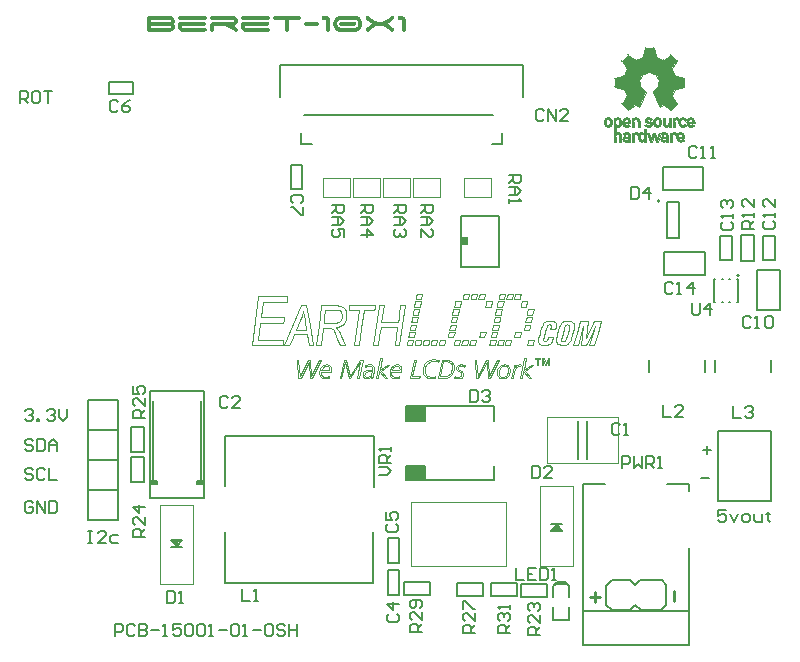
<source format=gto>
G04 Layer_Color=65535*
%FSLAX25Y25*%
%MOIN*%
G70*
G01*
G75*
%ADD35C,0.01000*%
%ADD36C,0.00800*%
%ADD58C,0.00600*%
%ADD59C,0.00049*%
%ADD60C,0.00500*%
%ADD61C,0.00300*%
%ADD62C,0.00394*%
%ADD63C,0.00400*%
%ADD64C,0.00787*%
%ADD65C,0.00700*%
%ADD66C,0.00403*%
%ADD67R,0.06299X0.04724*%
%ADD68R,0.01969X0.03000*%
G36*
X215123Y169450D02*
X215121Y169451D01*
X215121Y169451D01*
X215123Y169450D01*
D02*
G37*
G36*
X206440Y170298D02*
X206439Y170299D01*
X206439Y170299D01*
X206776Y170232D01*
X206778Y170236D01*
X206814Y170229D01*
X207090Y170044D01*
X207088Y170041D01*
X206638Y169504D01*
X206458Y169625D01*
X206436Y169629D01*
X206432Y169618D01*
X206224Y169704D01*
X206224Y169669D01*
X206224Y169669D01*
X205974Y169619D01*
X205804Y169506D01*
X205793Y169519D01*
X205749Y169501D01*
X205666Y169301D01*
X205659Y169304D01*
X205604Y169025D01*
X205607Y169006D01*
X205620Y169007D01*
Y167142D01*
X204996D01*
Y170245D01*
X205620D01*
Y169913D01*
X205630Y169915D01*
X205696Y170013D01*
X205974Y170199D01*
X205972Y170205D01*
X205990Y170217D01*
X206419Y170302D01*
X206440Y170298D01*
D02*
G37*
G36*
X202477Y169450D02*
X202475Y169451D01*
X202475Y169451D01*
X202477Y169450D01*
D02*
G37*
G36*
X83548Y209187D02*
X83613Y209168D01*
X83687Y209150D01*
X83771Y209113D01*
X83854Y209057D01*
X83928Y208992D01*
X83937Y208983D01*
X83956Y208955D01*
X83992Y208918D01*
X84030Y208863D01*
X84057Y208798D01*
X84094Y208715D01*
X84113Y208631D01*
X84122Y208530D01*
Y208521D01*
Y208484D01*
X84113Y208428D01*
X84094Y208363D01*
X84076Y208289D01*
X84039Y208206D01*
X83983Y208132D01*
X83918Y208049D01*
X83909Y208039D01*
X83881Y208021D01*
X83845Y207984D01*
X83789Y207956D01*
X83715Y207919D01*
X83641Y207882D01*
X83548Y207864D01*
X83447Y207855D01*
X75233D01*
X75177Y207864D01*
X75112Y207882D01*
X75038Y207901D01*
X74955Y207938D01*
X74872Y207984D01*
X74798Y208049D01*
X74789Y208058D01*
X74770Y208086D01*
X74733Y208123D01*
X74705Y208178D01*
X74669Y208252D01*
X74632Y208335D01*
X74613Y208428D01*
X74604Y208530D01*
Y208539D01*
Y208576D01*
X74613Y208631D01*
X74632Y208696D01*
X74650Y208770D01*
X74687Y208844D01*
X74733Y208927D01*
X74798Y209001D01*
X74807Y209011D01*
X74835Y209029D01*
X74872Y209066D01*
X74928Y209103D01*
X75002Y209131D01*
X75085Y209168D01*
X75177Y209187D01*
X75279Y209196D01*
X83493D01*
X83548Y209187D01*
D02*
G37*
G36*
X213382Y167142D02*
X212833D01*
X212183Y169312D01*
X212171D01*
X211523Y167142D01*
X210972D01*
X209981Y170245D01*
X210641D01*
X211236Y168071D01*
X211247D01*
X211950Y170245D01*
X212405D01*
X213107Y168071D01*
X213120D01*
X213713Y170245D01*
X214375D01*
X213382Y167142D01*
D02*
G37*
G36*
X203528Y170226D02*
X203528Y170226D01*
X203737Y170184D01*
X203928Y170057D01*
X203928Y170057D01*
X204033Y169986D01*
X204195Y169744D01*
X204195Y169743D01*
X204200Y169745D01*
X204203Y169740D01*
X204248Y169517D01*
X204248Y169517D01*
X204300Y169255D01*
X204272Y169255D01*
Y167130D01*
X203668D01*
Y167404D01*
X203657Y167403D01*
X203595Y167254D01*
X203395Y167172D01*
X203402Y167156D01*
X203182Y167113D01*
X203182Y167112D01*
X202923Y167060D01*
X202910Y167063D01*
X202910Y167067D01*
X202456Y167158D01*
X202457Y167162D01*
X202399Y167173D01*
X202124Y167357D01*
X202128Y167361D01*
X202090Y167387D01*
X201906Y167663D01*
X201902Y167661D01*
X201902Y167662D01*
X201829Y168029D01*
X201831Y168041D01*
X201830Y168041D01*
X201828Y168052D01*
X201898Y168403D01*
X201898Y168403D01*
X201903Y168428D01*
X202086Y168703D01*
X202087Y168702D01*
X202098Y168718D01*
X202357Y168891D01*
X202399Y168900D01*
X202398Y168903D01*
X202819Y168987D01*
X202827Y168985D01*
X202827Y168962D01*
X203668D01*
X203695Y169290D01*
X203700Y169303D01*
X203631Y169471D01*
X203631Y169471D01*
X203590Y169571D01*
X203517Y169601D01*
X203518Y169604D01*
X203323Y169684D01*
X203320Y169671D01*
X203088Y169718D01*
X203048Y169710D01*
X203048Y169719D01*
X203040Y169721D01*
X202851Y169683D01*
X202851Y169682D01*
X202688Y169650D01*
X202690Y169643D01*
X202527Y169576D01*
X202475Y169451D01*
X201999Y169826D01*
X202090Y169964D01*
X202421Y170185D01*
X202420Y170187D01*
X202442Y170202D01*
X202703Y170254D01*
X202702Y170254D01*
X202982Y170309D01*
X203019Y170302D01*
X203017Y170310D01*
X203063Y170319D01*
X203528Y170226D01*
D02*
G37*
G36*
X216174D02*
X216174Y170226D01*
X216383Y170184D01*
X216573Y170057D01*
X216573Y170057D01*
X216679Y169986D01*
X216841Y169744D01*
X216841Y169743D01*
X216845Y169745D01*
X216849Y169740D01*
X216893Y169517D01*
X216893Y169517D01*
X216946Y169255D01*
X216917Y169255D01*
Y167130D01*
X216314D01*
Y167404D01*
X216302Y167403D01*
X216241Y167254D01*
X216041Y167172D01*
X216047Y167156D01*
X215827Y167113D01*
X215827Y167112D01*
X215569Y167060D01*
X215556Y167063D01*
X215556Y167067D01*
X215102Y167158D01*
X215103Y167162D01*
X215045Y167173D01*
X214769Y167357D01*
X214774Y167361D01*
X214736Y167387D01*
X214551Y167663D01*
X214548Y167661D01*
X214548Y167662D01*
X214475Y168029D01*
X214477Y168041D01*
X214476Y168041D01*
X214474Y168052D01*
X214543Y168403D01*
X214543Y168403D01*
X214548Y168428D01*
X214732Y168703D01*
X214733Y168702D01*
X214744Y168718D01*
X215003Y168891D01*
X215045Y168900D01*
X215044Y168903D01*
X215464Y168987D01*
X215473Y168985D01*
X215473Y168962D01*
X216314D01*
X216341Y169290D01*
X216346Y169303D01*
X216276Y169471D01*
X216277Y169471D01*
X216235Y169571D01*
X216162Y169601D01*
X216164Y169604D01*
X215968Y169684D01*
X215966Y169671D01*
X215734Y169718D01*
X215693Y169710D01*
X215694Y169719D01*
X215686Y169721D01*
X215496Y169683D01*
X215496Y169682D01*
X215333Y169650D01*
X215335Y169643D01*
X215172Y169576D01*
X215121Y169451D01*
X214644Y169826D01*
X214736Y169964D01*
X215067Y170185D01*
X215066Y170187D01*
X215087Y170202D01*
X215348Y170254D01*
X215348Y170254D01*
X215627Y170309D01*
X215664Y170302D01*
X215663Y170310D01*
X215708Y170319D01*
X216174Y170226D01*
D02*
G37*
G36*
X221549Y170211D02*
X221550Y170214D01*
X221562Y170211D01*
X221969Y169940D01*
X221965Y169936D01*
X222007Y169908D01*
X222258Y169532D01*
X222261Y169517D01*
X222263Y169518D01*
X222367Y168993D01*
X222363Y168970D01*
X222339Y168971D01*
Y168457D01*
X220391Y168457D01*
X220387Y168438D01*
X220451Y168119D01*
X220458Y168122D01*
X220565Y167862D01*
X220587Y167853D01*
X220609Y167876D01*
X220815Y167738D01*
X220849Y167732D01*
X220849Y167731D01*
X221135Y167674D01*
X221146Y167676D01*
X221145Y167675D01*
X221151Y167674D01*
X221499Y167743D01*
X221514Y167753D01*
X221515Y167753D01*
X221827Y167962D01*
X221839Y167980D01*
X221827Y167991D01*
X222286Y167599D01*
X222216Y167493D01*
X222035Y167372D01*
X222034Y167373D01*
X221782Y167204D01*
X221767Y167201D01*
X221770Y167195D01*
X221162Y167074D01*
X221157Y167075D01*
X221157Y167077D01*
X220683Y167171D01*
X220681Y167168D01*
X220566Y167191D01*
X220231Y167414D01*
X220231Y167415D01*
X220112Y167494D01*
X220035Y167610D01*
X219899Y167812D01*
X219885Y167883D01*
X219879Y167880D01*
X219807Y168242D01*
X219811Y168243D01*
X219756Y168662D01*
X219758Y168681D01*
X219758Y168681D01*
X219756Y168697D01*
X219809Y169099D01*
X219804Y169100D01*
X219874Y169451D01*
X219879Y169450D01*
X219899Y169552D01*
X220015Y169726D01*
X220015Y169726D01*
X220128Y169895D01*
X220193Y169938D01*
X220189Y169943D01*
X220607Y170222D01*
X220608Y170222D01*
X220612Y170214D01*
X221062Y170303D01*
X221062Y170304D01*
X221072Y170306D01*
X221549Y170211D01*
D02*
G37*
G36*
X209605Y167142D02*
X208981D01*
X208989Y167457D01*
X208952Y167403D01*
X208623Y167183D01*
X208624Y167180D01*
X208604Y167167D01*
X208190Y167085D01*
X208179Y167087D01*
X208179Y167084D01*
X208171Y167082D01*
X207912Y167133D01*
X207912Y167133D01*
X207758Y167164D01*
X207684Y167214D01*
X207683Y167213D01*
X207429Y167383D01*
X207347Y167505D01*
X207346Y167504D01*
X207209Y167710D01*
X207172Y167896D01*
X207171Y167896D01*
X207109Y168208D01*
X207128Y168208D01*
X207084Y168658D01*
X207088Y168697D01*
X207089Y168696D01*
X207085Y168735D01*
X207129Y169179D01*
X207110Y169179D01*
X207172Y169487D01*
X207172Y169487D01*
X207209Y169673D01*
X207347Y169879D01*
X207347Y169878D01*
X207427Y169998D01*
X207683Y170170D01*
X207684Y170168D01*
X207765Y170223D01*
X207912Y170252D01*
X207912Y170252D01*
X208171Y170303D01*
X208179Y170302D01*
X208179Y170296D01*
X208192Y170299D01*
X208551Y170227D01*
X208616Y170184D01*
X208617Y170186D01*
X208981Y169943D01*
Y169913D01*
X208998Y169931D01*
X208981Y169943D01*
Y171497D01*
X209605D01*
Y167142D01*
D02*
G37*
G36*
X219095Y170298D02*
X219094Y170299D01*
X219095Y170299D01*
X219432Y170232D01*
X219433Y170236D01*
X219469Y170229D01*
X219745Y170044D01*
X219743Y170041D01*
X219294Y169504D01*
X219113Y169625D01*
X219092Y169629D01*
X219087Y169618D01*
X218880Y169704D01*
X218879Y169669D01*
X218879Y169669D01*
X218630Y169619D01*
X218460Y169506D01*
X218448Y169519D01*
X218405Y169501D01*
X218322Y169301D01*
X218314Y169304D01*
X218259Y169025D01*
X218263Y169006D01*
X218275Y169007D01*
Y167142D01*
X217651D01*
Y170245D01*
X218275D01*
Y169913D01*
X218285Y169915D01*
X218351Y170013D01*
X218629Y170199D01*
X218627Y170205D01*
X218646Y170217D01*
X219075Y170302D01*
X219095Y170298D01*
D02*
G37*
G36*
X62523Y209187D02*
X62588Y209168D01*
X62662Y209150D01*
X62745Y209113D01*
X62828Y209057D01*
X62902Y208992D01*
X62912Y208983D01*
X62930Y208955D01*
X62967Y208918D01*
X63004Y208863D01*
X63032Y208798D01*
X63069Y208715D01*
X63087Y208631D01*
X63097Y208530D01*
Y208521D01*
Y208484D01*
X63087Y208428D01*
X63069Y208363D01*
X63051Y208289D01*
X63013Y208206D01*
X62958Y208132D01*
X62893Y208049D01*
X62884Y208039D01*
X62856Y208021D01*
X62819Y207984D01*
X62764Y207956D01*
X62690Y207919D01*
X62616Y207882D01*
X62523Y207864D01*
X62422Y207855D01*
X54207D01*
X54152Y207864D01*
X54087Y207882D01*
X54013Y207901D01*
X53930Y207938D01*
X53847Y207984D01*
X53773Y208049D01*
X53764Y208058D01*
X53745Y208086D01*
X53708Y208123D01*
X53680Y208178D01*
X53643Y208252D01*
X53606Y208335D01*
X53588Y208428D01*
X53579Y208530D01*
Y208539D01*
Y208576D01*
X53588Y208631D01*
X53606Y208696D01*
X53625Y208770D01*
X53662Y208844D01*
X53708Y208927D01*
X53773Y209001D01*
X53782Y209011D01*
X53810Y209029D01*
X53847Y209066D01*
X53902Y209103D01*
X53976Y209131D01*
X54059Y209168D01*
X54152Y209187D01*
X54254Y209196D01*
X62468D01*
X62523Y209187D01*
D02*
G37*
G36*
X83299Y207225D02*
X83363Y207207D01*
X83438Y207189D01*
X83512Y207152D01*
X83595Y207105D01*
X83669Y207041D01*
X83678Y207031D01*
X83697Y207003D01*
X83733Y206966D01*
X83771Y206911D01*
X83798Y206837D01*
X83835Y206763D01*
X83854Y206670D01*
X83863Y206569D01*
Y206559D01*
Y206522D01*
X83854Y206467D01*
X83835Y206402D01*
X83817Y206328D01*
X83780Y206245D01*
X83733Y206171D01*
X83669Y206088D01*
X83659Y206079D01*
X83632Y206060D01*
X83595Y206023D01*
X83539Y205995D01*
X83465Y205958D01*
X83391Y205921D01*
X83299Y205903D01*
X83197Y205893D01*
X75945D01*
Y205450D01*
Y205440D01*
X75954Y205413D01*
X75973Y205376D01*
X76010Y205329D01*
X76019Y205320D01*
X76056Y205301D01*
X76112Y205283D01*
X76186Y205274D01*
X83493D01*
X83548Y205264D01*
X83613Y205246D01*
X83687Y205227D01*
X83771Y205190D01*
X83854Y205144D01*
X83928Y205080D01*
X83937Y205070D01*
X83956Y205043D01*
X83992Y205006D01*
X84030Y204950D01*
X84057Y204876D01*
X84094Y204802D01*
X84113Y204710D01*
X84122Y204608D01*
Y204598D01*
Y204561D01*
X84113Y204506D01*
X84094Y204441D01*
X84076Y204367D01*
X84039Y204284D01*
X83983Y204210D01*
X83918Y204127D01*
X83909Y204117D01*
X83881Y204099D01*
X83845Y204062D01*
X83789Y204034D01*
X83715Y203997D01*
X83641Y203960D01*
X83548Y203942D01*
X83447Y203932D01*
X76084D01*
X76028Y203942D01*
X75954Y203951D01*
X75871Y203960D01*
X75769Y203988D01*
X75668Y204016D01*
X75566Y204053D01*
X75556Y204062D01*
X75520Y204071D01*
X75473Y204099D01*
X75409Y204136D01*
X75335Y204191D01*
X75251Y204247D01*
X75168Y204312D01*
X75085Y204386D01*
X75076Y204395D01*
X75048Y204423D01*
X75011Y204469D01*
X74964Y204534D01*
X74909Y204608D01*
X74844Y204691D01*
X74789Y204784D01*
X74733Y204894D01*
X74724Y204904D01*
X74715Y204950D01*
X74696Y205006D01*
X74669Y205089D01*
X74641Y205190D01*
X74622Y205301D01*
X74613Y205431D01*
X74604Y205570D01*
Y206606D01*
Y206624D01*
Y206670D01*
X74613Y206726D01*
X74632Y206809D01*
X74659Y206892D01*
X74696Y206976D01*
X74752Y207050D01*
X74826Y207105D01*
X74835Y207115D01*
X74863Y207124D01*
X74918Y207142D01*
X74992Y207170D01*
X75076Y207198D01*
X75187Y207216D01*
X75316Y207225D01*
X75464Y207235D01*
X83243D01*
X83299Y207225D01*
D02*
G37*
G36*
X93909Y209140D02*
X93918D01*
X93945Y209150D01*
X93992D01*
X94047Y209140D01*
X94112Y209131D01*
X94177Y209103D01*
X94251Y209057D01*
X94325Y208992D01*
X94334Y208983D01*
X94353Y208955D01*
X94389Y208918D01*
X94427Y208863D01*
X94463Y208798D01*
X94500Y208715D01*
X94519Y208631D01*
X94528Y208530D01*
Y208521D01*
Y208484D01*
X94519Y208428D01*
X94500Y208363D01*
X94482Y208289D01*
X94445Y208206D01*
X94389Y208132D01*
X94325Y208049D01*
X94315Y208039D01*
X94288Y208021D01*
X94251Y207984D01*
X94195Y207956D01*
X94121Y207919D01*
X94047Y207882D01*
X93955Y207864D01*
X93853Y207855D01*
X90560D01*
Y204608D01*
Y204598D01*
Y204561D01*
X90551Y204506D01*
X90532Y204441D01*
X90514Y204367D01*
X90477Y204284D01*
X90430Y204210D01*
X90366Y204127D01*
X90356Y204117D01*
X90329Y204099D01*
X90292Y204062D01*
X90236Y204034D01*
X90162Y203997D01*
X90079Y203960D01*
X89986Y203942D01*
X89885Y203932D01*
X89838D01*
X89783Y203942D01*
X89718Y203960D01*
X89644Y203979D01*
X89561Y204016D01*
X89487Y204062D01*
X89404Y204127D01*
X89394Y204136D01*
X89376Y204164D01*
X89339Y204210D01*
X89311Y204265D01*
X89274Y204330D01*
X89237Y204414D01*
X89219Y204506D01*
X89210Y204608D01*
Y207855D01*
X85852D01*
X85824Y207864D01*
X85769Y207873D01*
X85713Y207892D01*
X85648Y207919D01*
X85574Y207956D01*
X85500Y208002D01*
X85426Y208067D01*
X85417Y208077D01*
X85399Y208104D01*
X85371Y208141D01*
X85343Y208197D01*
X85306Y208261D01*
X85278Y208345D01*
X85260Y208437D01*
X85251Y208530D01*
Y208539D01*
Y208576D01*
X85260Y208631D01*
X85278Y208696D01*
X85297Y208770D01*
X85334Y208844D01*
X85380Y208927D01*
X85445Y209001D01*
X85454Y209011D01*
X85482Y209029D01*
X85519Y209066D01*
X85574Y209103D01*
X85648Y209131D01*
X85732Y209168D01*
X85824Y209187D01*
X85926Y209196D01*
X93973D01*
X93909Y209140D01*
D02*
G37*
G36*
X71921Y209187D02*
X72014Y209177D01*
X72106Y209159D01*
X72217Y209140D01*
X72338Y209103D01*
X72448Y209057D01*
X72458Y209048D01*
X72504Y209029D01*
X72559Y209001D01*
X72633Y208964D01*
X72717Y208918D01*
X72800Y208854D01*
X72892Y208789D01*
X72985Y208705D01*
X72994Y208696D01*
X73022Y208668D01*
X73068Y208622D01*
X73115Y208558D01*
X73179Y208484D01*
X73235Y208391D01*
X73290Y208298D01*
X73346Y208188D01*
X73355Y208178D01*
X73364Y208132D01*
X73383Y208077D01*
X73410Y207993D01*
X73438Y207901D01*
X73457Y207790D01*
X73466Y207679D01*
X73475Y207549D01*
Y207531D01*
Y207494D01*
X73466Y207429D01*
X73457Y207336D01*
X73448Y207244D01*
X73420Y207133D01*
X73392Y207022D01*
X73346Y206902D01*
X73336Y206892D01*
X73318Y206856D01*
X73290Y206800D01*
X73253Y206726D01*
X73198Y206643D01*
X73142Y206550D01*
X73068Y206467D01*
X72985Y206375D01*
X72976Y206365D01*
X72948Y206337D01*
X72892Y206300D01*
X72828Y206245D01*
X72754Y206189D01*
X72661Y206134D01*
X72559Y206079D01*
X72448Y206023D01*
X72439Y206014D01*
X72393Y206005D01*
X72338Y205986D01*
X72254Y205958D01*
X72162Y205930D01*
X72082Y205917D01*
X72125Y205893D01*
X72217Y205838D01*
X72328Y205764D01*
X72448Y205681D01*
X72467Y205672D01*
X72504Y205644D01*
X72578Y205597D01*
X72661Y205533D01*
X72763Y205459D01*
X72883Y205376D01*
X73133Y205181D01*
X73142D01*
X73151Y205163D01*
X73207Y205117D01*
X73281Y205043D01*
X73364Y204941D01*
X73374Y204931D01*
X73383Y204913D01*
X73401Y204885D01*
X73420Y204848D01*
X73457Y204747D01*
X73475Y204682D01*
Y204608D01*
Y204598D01*
Y204561D01*
X73466Y204506D01*
X73448Y204441D01*
X73429Y204367D01*
X73392Y204284D01*
X73346Y204210D01*
X73281Y204127D01*
X73272Y204117D01*
X73244Y204099D01*
X73207Y204062D01*
X73151Y204034D01*
X73077Y203997D01*
X72994Y203960D01*
X72902Y203942D01*
X72800Y203932D01*
X72763D01*
X72707Y203942D01*
X72652Y203960D01*
X72578Y203979D01*
X72504Y204016D01*
X72412Y204062D01*
X72328Y204127D01*
X72319D01*
X72310Y204145D01*
X72282Y204164D01*
X72245Y204182D01*
X72153Y204256D01*
X72032Y204340D01*
X71894Y204441D01*
X71727Y204552D01*
X71561Y204663D01*
X71376Y204784D01*
X71366D01*
X71357Y204802D01*
X71329Y204811D01*
X71292Y204839D01*
X71191Y204904D01*
X71061Y204978D01*
X70913Y205070D01*
X70737Y205163D01*
X70552Y205264D01*
X70358Y205357D01*
X70349D01*
X70330Y205366D01*
X70302Y205385D01*
X70266Y205394D01*
X70219Y205422D01*
X70164Y205440D01*
X70025Y205496D01*
X69858Y205560D01*
X69674Y205625D01*
X69479Y205690D01*
X69266Y205746D01*
X69257D01*
X69239Y205755D01*
X69211Y205764D01*
X69165Y205773D01*
X69118Y205783D01*
X69054Y205792D01*
X68906Y205820D01*
X68730Y205847D01*
X68536Y205875D01*
X68323Y205884D01*
X68101Y205893D01*
X65807D01*
X65761Y205875D01*
X65705Y205847D01*
X65640Y205792D01*
X65631Y205783D01*
X65604Y205736D01*
X65576Y205672D01*
X65566Y205588D01*
Y204608D01*
Y204598D01*
Y204561D01*
X65557Y204506D01*
X65539Y204441D01*
X65520Y204367D01*
X65483Y204284D01*
X65428Y204210D01*
X65363Y204127D01*
X65354Y204117D01*
X65326Y204099D01*
X65289Y204062D01*
X65233Y204034D01*
X65169Y203997D01*
X65086Y203960D01*
X65002Y203942D01*
X64900Y203932D01*
X64854D01*
X64799Y203942D01*
X64734Y203960D01*
X64660Y203979D01*
X64577Y204016D01*
X64494Y204062D01*
X64420Y204127D01*
X64410Y204136D01*
X64392Y204164D01*
X64355Y204210D01*
X64327Y204265D01*
X64290Y204330D01*
X64253Y204414D01*
X64235Y204506D01*
X64225Y204608D01*
Y205718D01*
Y205736D01*
Y205773D01*
X64235Y205829D01*
X64244Y205903D01*
X64253Y205995D01*
X64271Y206097D01*
X64299Y206199D01*
X64336Y206300D01*
X64346Y206310D01*
X64355Y206347D01*
X64382Y206402D01*
X64420Y206467D01*
X64466Y206541D01*
X64521Y206624D01*
X64651Y206782D01*
X64660Y206791D01*
X64688Y206819D01*
X64734Y206856D01*
X64789Y206902D01*
X64854Y206957D01*
X64938Y207013D01*
X65030Y207068D01*
X65132Y207115D01*
X65141Y207124D01*
X65178Y207133D01*
X65243Y207152D01*
X65317Y207179D01*
X65409Y207198D01*
X65511Y207216D01*
X65622Y207225D01*
X65742Y207235D01*
X71866D01*
X71921Y207244D01*
X71986Y207272D01*
X72060Y207318D01*
X72069D01*
X72079Y207336D01*
X72115Y207383D01*
X72143Y207457D01*
X72162Y207503D01*
Y207549D01*
Y207558D01*
Y207568D01*
X72153Y207623D01*
X72115Y207688D01*
X72097Y207725D01*
X72060Y207762D01*
X72041Y207781D01*
X71995Y207808D01*
X71930Y207836D01*
X71847Y207855D01*
X64854D01*
X64799Y207864D01*
X64734Y207882D01*
X64660Y207901D01*
X64577Y207938D01*
X64494Y207984D01*
X64420Y208049D01*
X64410Y208058D01*
X64392Y208086D01*
X64355Y208123D01*
X64327Y208178D01*
X64290Y208252D01*
X64253Y208335D01*
X64235Y208428D01*
X64225Y208530D01*
Y208539D01*
Y208576D01*
X64235Y208631D01*
X64253Y208696D01*
X64271Y208770D01*
X64309Y208844D01*
X64355Y208927D01*
X64420Y209001D01*
X64429Y209011D01*
X64456Y209029D01*
X64494Y209066D01*
X64549Y209103D01*
X64623Y209131D01*
X64706Y209168D01*
X64799Y209187D01*
X64900Y209196D01*
X71856D01*
X71921Y209187D01*
D02*
G37*
G36*
X50896D02*
X50989Y209177D01*
X51081Y209159D01*
X51192Y209140D01*
X51312Y209103D01*
X51423Y209057D01*
X51433Y209048D01*
X51479Y209029D01*
X51534Y209001D01*
X51608Y208964D01*
X51692Y208918D01*
X51775Y208854D01*
X51867Y208789D01*
X51960Y208705D01*
X51969Y208696D01*
X51997Y208668D01*
X52043Y208622D01*
X52089Y208558D01*
X52154Y208484D01*
X52210Y208391D01*
X52265Y208289D01*
X52320Y208178D01*
X52330Y208169D01*
X52339Y208123D01*
X52358Y208067D01*
X52385Y207984D01*
X52413Y207892D01*
X52431Y207781D01*
X52441Y207669D01*
X52450Y207540D01*
Y207531D01*
Y207485D01*
X52441Y207429D01*
Y207346D01*
X52422Y207262D01*
X52404Y207161D01*
X52376Y207059D01*
X52339Y206957D01*
Y206948D01*
X52320Y206911D01*
X52302Y206865D01*
X52274Y206809D01*
X52191Y206670D01*
X52145Y206606D01*
X52099Y206550D01*
X52108Y206541D01*
X52126Y206522D01*
X52145Y206495D01*
X52182Y206449D01*
X52219Y206393D01*
X52256Y206319D01*
X52302Y206236D01*
X52339Y206143D01*
X52348Y206134D01*
X52358Y206097D01*
X52376Y206042D01*
X52394Y205977D01*
X52413Y205893D01*
X52431Y205801D01*
X52450Y205699D01*
Y205588D01*
Y205570D01*
Y205533D01*
X52441Y205468D01*
X52431Y205376D01*
X52422Y205283D01*
X52394Y205172D01*
X52367Y205061D01*
X52320Y204941D01*
X52311Y204931D01*
X52293Y204894D01*
X52265Y204839D01*
X52228Y204765D01*
X52172Y204682D01*
X52117Y204598D01*
X52043Y204506D01*
X51960Y204423D01*
X51951Y204414D01*
X51923Y204386D01*
X51867Y204349D01*
X51802Y204293D01*
X51728Y204238D01*
X51636Y204173D01*
X51534Y204117D01*
X51423Y204062D01*
X51414Y204053D01*
X51368Y204044D01*
X51312Y204025D01*
X51229Y203997D01*
X51136Y203970D01*
X51025Y203951D01*
X50905Y203942D01*
X50776Y203932D01*
X43995D01*
X43931Y203997D01*
X43912D01*
X43875Y203988D01*
X43736D01*
X43653Y203997D01*
X43561Y204025D01*
X43477Y204062D01*
X43394Y204127D01*
X43385Y204136D01*
X43367Y204164D01*
X43330Y204210D01*
X43302Y204265D01*
X43265Y204330D01*
X43228Y204414D01*
X43209Y204506D01*
X43200Y204608D01*
Y208530D01*
Y208539D01*
Y208576D01*
X43209Y208631D01*
X43228Y208696D01*
X43246Y208770D01*
X43283Y208844D01*
X43330Y208927D01*
X43394Y209001D01*
X43404Y209011D01*
X43431Y209029D01*
X43468Y209066D01*
X43524Y209103D01*
X43598Y209131D01*
X43681Y209168D01*
X43773Y209187D01*
X43875Y209196D01*
X50831D01*
X50896Y209187D01*
D02*
G37*
G36*
X62274Y207225D02*
X62338Y207207D01*
X62412Y207189D01*
X62486Y207152D01*
X62569Y207105D01*
X62643Y207041D01*
X62653Y207031D01*
X62671Y207003D01*
X62708Y206966D01*
X62745Y206911D01*
X62773Y206837D01*
X62810Y206763D01*
X62828Y206670D01*
X62838Y206569D01*
Y206559D01*
Y206522D01*
X62828Y206467D01*
X62810Y206402D01*
X62792Y206328D01*
X62754Y206245D01*
X62708Y206171D01*
X62643Y206088D01*
X62634Y206079D01*
X62607Y206060D01*
X62569Y206023D01*
X62514Y205995D01*
X62440Y205958D01*
X62366Y205921D01*
X62274Y205903D01*
X62172Y205893D01*
X54920D01*
Y205450D01*
Y205440D01*
X54929Y205413D01*
X54948Y205376D01*
X54984Y205329D01*
X54994Y205320D01*
X55031Y205301D01*
X55086Y205283D01*
X55160Y205274D01*
X62468D01*
X62523Y205264D01*
X62588Y205246D01*
X62662Y205227D01*
X62745Y205190D01*
X62828Y205144D01*
X62902Y205080D01*
X62912Y205070D01*
X62930Y205043D01*
X62967Y205006D01*
X63004Y204950D01*
X63032Y204876D01*
X63069Y204802D01*
X63087Y204710D01*
X63097Y204608D01*
Y204598D01*
Y204561D01*
X63087Y204506D01*
X63069Y204441D01*
X63051Y204367D01*
X63013Y204284D01*
X62958Y204210D01*
X62893Y204127D01*
X62884Y204117D01*
X62856Y204099D01*
X62819Y204062D01*
X62764Y204034D01*
X62690Y203997D01*
X62616Y203960D01*
X62523Y203942D01*
X62422Y203932D01*
X55058D01*
X55003Y203942D01*
X54929Y203951D01*
X54846Y203960D01*
X54744Y203988D01*
X54642Y204016D01*
X54540Y204053D01*
X54531Y204062D01*
X54494Y204071D01*
X54448Y204099D01*
X54383Y204136D01*
X54309Y204191D01*
X54226Y204247D01*
X54143Y204312D01*
X54059Y204386D01*
X54050Y204395D01*
X54023Y204423D01*
X53986Y204469D01*
X53939Y204534D01*
X53884Y204608D01*
X53819Y204691D01*
X53764Y204784D01*
X53708Y204894D01*
X53699Y204904D01*
X53689Y204950D01*
X53671Y205006D01*
X53643Y205089D01*
X53615Y205190D01*
X53597Y205301D01*
X53588Y205431D01*
X53579Y205570D01*
Y206606D01*
Y206624D01*
Y206670D01*
X53588Y206726D01*
X53606Y206809D01*
X53634Y206892D01*
X53671Y206976D01*
X53727Y207050D01*
X53800Y207105D01*
X53810Y207115D01*
X53838Y207124D01*
X53893Y207142D01*
X53967Y207170D01*
X54050Y207198D01*
X54161Y207216D01*
X54291Y207225D01*
X54439Y207235D01*
X62218D01*
X62274Y207225D01*
D02*
G37*
G36*
X99801Y207179D02*
X99810D01*
X99838Y207189D01*
X99884D01*
X99940Y207179D01*
X100004Y207170D01*
X100069Y207142D01*
X100143Y207105D01*
X100217Y207041D01*
X100226Y207031D01*
X100245Y207003D01*
X100282Y206966D01*
X100319Y206911D01*
X100347Y206837D01*
X100383Y206763D01*
X100402Y206670D01*
X100411Y206569D01*
Y206559D01*
Y206522D01*
X100402Y206467D01*
X100383Y206402D01*
X100365Y206328D01*
X100328Y206245D01*
X100282Y206171D01*
X100217Y206088D01*
X100208Y206079D01*
X100180Y206060D01*
X100143Y206023D01*
X100087Y205995D01*
X100013Y205958D01*
X99930Y205921D01*
X99838Y205903D01*
X99736Y205893D01*
X96258D01*
X96230Y205903D01*
X96175Y205912D01*
X96119Y205930D01*
X96055Y205958D01*
X95981Y205995D01*
X95907Y206042D01*
X95833Y206106D01*
X95823Y206116D01*
X95805Y206143D01*
X95777Y206180D01*
X95749Y206236D01*
X95712Y206300D01*
X95684Y206384D01*
X95666Y206476D01*
X95657Y206569D01*
Y206578D01*
Y206615D01*
X95666Y206670D01*
X95684Y206735D01*
X95703Y206809D01*
X95740Y206883D01*
X95786Y206966D01*
X95851Y207041D01*
X95860Y207050D01*
X95888Y207068D01*
X95925Y207105D01*
X95981Y207142D01*
X96055Y207170D01*
X96138Y207207D01*
X96230Y207225D01*
X96332Y207235D01*
X99856D01*
X99801Y207179D01*
D02*
G37*
G36*
X125007Y209187D02*
X125072Y209168D01*
X125146Y209150D01*
X125220Y209113D01*
X125303Y209057D01*
X125377Y208992D01*
X125386Y208983D01*
X125405Y208955D01*
X125442Y208918D01*
X125479Y208863D01*
X125516Y208798D01*
X125553Y208715D01*
X125571Y208631D01*
X125581Y208530D01*
Y208521D01*
Y208502D01*
Y208474D01*
X125571Y208437D01*
X125543Y208335D01*
X125497Y208234D01*
Y208225D01*
X125479Y208206D01*
X125460Y208188D01*
X125423Y208151D01*
X125377Y208114D01*
X125303Y208067D01*
X125220Y208021D01*
X125118Y207975D01*
Y207965D01*
X125100Y207956D01*
X125081Y207928D01*
X125044Y207892D01*
X124961Y207790D01*
X124850Y207669D01*
X124720Y207531D01*
X124563Y207383D01*
X124397Y207235D01*
X124212Y207087D01*
X124202D01*
X124193Y207068D01*
X124165Y207050D01*
X124128Y207031D01*
X124036Y206966D01*
X123916Y206883D01*
X123786Y206800D01*
X123638Y206717D01*
X123490Y206633D01*
X123342Y206569D01*
X123361Y206559D01*
X123407Y206541D01*
X123490Y206495D01*
X123601Y206439D01*
X123721Y206365D01*
X123869Y206273D01*
X124036Y206153D01*
X124212Y206023D01*
X124221D01*
X124230Y206005D01*
X124258Y205986D01*
X124295Y205958D01*
X124341Y205921D01*
X124397Y205875D01*
X124526Y205773D01*
X124692Y205644D01*
X124878Y205496D01*
X125090Y205320D01*
X125312Y205135D01*
X125321D01*
X125331Y205117D01*
X125377Y205070D01*
X125442Y204987D01*
X125497Y204894D01*
Y204885D01*
X125506Y204876D01*
X125525Y204848D01*
X125543Y204811D01*
X125571Y204719D01*
X125581Y204608D01*
Y204598D01*
Y204561D01*
X125571Y204506D01*
X125553Y204441D01*
X125534Y204367D01*
X125497Y204284D01*
X125442Y204210D01*
X125377Y204127D01*
X125368Y204117D01*
X125340Y204099D01*
X125303Y204062D01*
X125248Y204034D01*
X125173Y203997D01*
X125100Y203960D01*
X125007Y203942D01*
X124905Y203932D01*
X124868D01*
X124813Y203942D01*
X124757Y203960D01*
X124674Y203988D01*
X124591Y204025D01*
X124498Y204071D01*
X124406Y204145D01*
X124397Y204154D01*
X124378Y204173D01*
X124332Y204210D01*
X124285Y204247D01*
X124221Y204303D01*
X124156Y204367D01*
X123980Y204506D01*
X123795Y204663D01*
X123592Y204820D01*
X123388Y204987D01*
X123194Y205126D01*
X123185D01*
X123176Y205144D01*
X123148Y205163D01*
X123111Y205181D01*
X123018Y205246D01*
X122907Y205329D01*
X122768Y205413D01*
X122620Y205505D01*
X122473Y205579D01*
X122325Y205653D01*
X122306Y205662D01*
X122260Y205681D01*
X122186Y205709D01*
X122093Y205746D01*
X121982Y205773D01*
X121853Y205810D01*
X121723Y205838D01*
X121594Y205856D01*
X121575D01*
X121529Y205866D01*
X121464D01*
X121362Y205875D01*
X121251Y205884D01*
X121113D01*
X120965Y205893D01*
X120493D01*
X120428Y205884D01*
X120336D01*
X120234Y205875D01*
X120123Y205866D01*
X119883Y205829D01*
X119864D01*
X119827Y205820D01*
X119762Y205801D01*
X119679Y205783D01*
X119577Y205755D01*
X119466Y205718D01*
X119337Y205672D01*
X119207Y205607D01*
X119189Y205597D01*
X119142Y205570D01*
X119069Y205533D01*
X118967Y205477D01*
X118846Y205403D01*
X118699Y205311D01*
X118541Y205200D01*
X118366Y205070D01*
X118356D01*
X118347Y205052D01*
X118319Y205033D01*
X118282Y205006D01*
X118236Y204969D01*
X118181Y204931D01*
X118042Y204820D01*
X117875Y204682D01*
X117672Y204524D01*
X117450Y204330D01*
X117200Y204117D01*
X117182Y204108D01*
X117145Y204071D01*
X117080Y204034D01*
X116997Y203988D01*
X116987D01*
X116978Y203979D01*
X116922Y203960D01*
X116849Y203942D01*
X116747Y203932D01*
X116700D01*
X116645Y203942D01*
X116580Y203960D01*
X116506Y203979D01*
X116423Y204016D01*
X116340Y204062D01*
X116266Y204127D01*
X116256Y204136D01*
X116238Y204164D01*
X116201Y204210D01*
X116173Y204265D01*
X116136Y204330D01*
X116099Y204414D01*
X116081Y204506D01*
X116071Y204608D01*
Y204617D01*
Y204636D01*
Y204663D01*
X116081Y204700D01*
X116099Y204793D01*
X116146Y204894D01*
Y204904D01*
X116164Y204922D01*
X116182Y204950D01*
X116219Y204978D01*
X116275Y205024D01*
X116340Y205070D01*
X116423Y205117D01*
X116525Y205172D01*
X116534Y205181D01*
X116543Y205190D01*
X116562Y205218D01*
X116599Y205255D01*
X116673Y205348D01*
X116784Y205459D01*
X116922Y205588D01*
X117070Y205736D01*
X117237Y205884D01*
X117422Y206023D01*
X117431D01*
X117440Y206042D01*
X117468Y206060D01*
X117505Y206088D01*
X117598Y206153D01*
X117718Y206226D01*
X117857Y206319D01*
X118005Y206402D01*
X118162Y206486D01*
X118310Y206550D01*
X118291Y206559D01*
X118245Y206578D01*
X118162Y206624D01*
X118060Y206680D01*
X117931Y206754D01*
X117773Y206846D01*
X117607Y206957D01*
X117422Y207087D01*
X117413Y207096D01*
X117403Y207105D01*
X117376Y207124D01*
X117339Y207152D01*
X117292Y207198D01*
X117237Y207235D01*
X117098Y207346D01*
X116932Y207485D01*
X116747Y207642D01*
X116543Y207808D01*
X116331Y208002D01*
X116312Y208021D01*
X116266Y208067D01*
X116210Y208132D01*
X116146Y208225D01*
Y208234D01*
X116136Y208252D01*
X116127Y208280D01*
X116109Y208317D01*
X116081Y208410D01*
X116071Y208530D01*
Y208539D01*
Y208576D01*
X116081Y208631D01*
X116099Y208696D01*
X116118Y208770D01*
X116155Y208844D01*
X116201Y208927D01*
X116266Y209001D01*
X116275Y209011D01*
X116303Y209029D01*
X116340Y209066D01*
X116395Y209103D01*
X116469Y209131D01*
X116552Y209168D01*
X116645Y209187D01*
X116747Y209196D01*
X116774D01*
X116830Y209187D01*
X116913Y209177D01*
X116997Y209140D01*
X117006D01*
X117015Y209131D01*
X117061Y209103D01*
X117126Y209066D01*
X117200Y209011D01*
X117209Y209001D01*
X117228Y208983D01*
X117265Y208955D01*
X117320Y208909D01*
X117376Y208854D01*
X117450Y208798D01*
X117616Y208659D01*
X117801Y208502D01*
X117996Y208335D01*
X118199Y208178D01*
X118384Y208030D01*
X118393D01*
X118403Y208012D01*
X118430Y207993D01*
X118467Y207975D01*
X118560Y207910D01*
X118680Y207836D01*
X118809Y207744D01*
X118957Y207660D01*
X119106Y207577D01*
X119244Y207503D01*
X119263Y207494D01*
X119309Y207475D01*
X119383Y207448D01*
X119466Y207411D01*
X119577Y207373D01*
X119697Y207336D01*
X119818Y207309D01*
X119938Y207281D01*
X119957D01*
X119993Y207272D01*
X120058Y207262D01*
X120151D01*
X120253Y207253D01*
X120382Y207244D01*
X120511Y207235D01*
X121104D01*
X121224Y207244D01*
X121353D01*
X121483Y207253D01*
X121612Y207262D01*
X121631D01*
X121668Y207272D01*
X121742Y207281D01*
X121825Y207299D01*
X121927Y207327D01*
X122047Y207364D01*
X122177Y207411D01*
X122315Y207466D01*
X122334Y207475D01*
X122380Y207494D01*
X122463Y207540D01*
X122565Y207595D01*
X122695Y207669D01*
X122843Y207753D01*
X123009Y207864D01*
X123185Y207984D01*
X123194D01*
X123203Y208002D01*
X123231Y208021D01*
X123277Y208049D01*
X123324Y208086D01*
X123379Y208132D01*
X123444Y208178D01*
X123518Y208243D01*
X123703Y208382D01*
X123906Y208558D01*
X124147Y208752D01*
X124406Y208983D01*
X124415Y208992D01*
X124452Y209020D01*
X124498Y209048D01*
X124563Y209094D01*
X124646Y209131D01*
X124730Y209159D01*
X124813Y209187D01*
X124905Y209196D01*
X124952D01*
X125007Y209187D01*
D02*
G37*
G36*
X128023D02*
X128115Y209177D01*
X128208Y209159D01*
X128319Y209140D01*
X128439Y209103D01*
X128550Y209057D01*
X128559Y209048D01*
X128605Y209029D01*
X128661Y209001D01*
X128735Y208964D01*
X128818Y208918D01*
X128901Y208854D01*
X128994Y208789D01*
X129086Y208705D01*
X129095Y208696D01*
X129123Y208668D01*
X129169Y208622D01*
X129216Y208558D01*
X129280Y208484D01*
X129336Y208391D01*
X129392Y208289D01*
X129447Y208178D01*
X129456Y208169D01*
X129465Y208123D01*
X129484Y208067D01*
X129512Y207984D01*
X129540Y207892D01*
X129558Y207781D01*
X129567Y207669D01*
X129577Y207540D01*
Y204608D01*
Y204598D01*
Y204561D01*
X129567Y204506D01*
X129549Y204441D01*
X129530Y204367D01*
X129493Y204284D01*
X129438Y204210D01*
X129373Y204127D01*
X129364Y204117D01*
X129336Y204099D01*
X129299Y204062D01*
X129244Y204034D01*
X129169Y203997D01*
X129095Y203960D01*
X129003Y203942D01*
X128901Y203932D01*
X128855D01*
X128799Y203942D01*
X128735Y203960D01*
X128661Y203979D01*
X128577Y204016D01*
X128494Y204062D01*
X128420Y204127D01*
X128411Y204136D01*
X128393Y204164D01*
X128356Y204210D01*
X128328Y204265D01*
X128291Y204330D01*
X128254Y204414D01*
X128235Y204506D01*
X128226Y204608D01*
Y207540D01*
Y207549D01*
Y207558D01*
X128217Y207614D01*
X128180Y207679D01*
X128161Y207716D01*
X128124Y207753D01*
Y207762D01*
X128106Y207771D01*
X128059Y207808D01*
X127995Y207836D01*
X127958Y207855D01*
X127338D01*
X127283Y207864D01*
X127218Y207882D01*
X127144Y207901D01*
X127060Y207938D01*
X126977Y207984D01*
X126903Y208049D01*
X126894Y208058D01*
X126875Y208086D01*
X126839Y208123D01*
X126811Y208178D01*
X126774Y208252D01*
X126737Y208335D01*
X126718Y208428D01*
X126709Y208530D01*
Y208539D01*
Y208576D01*
X126718Y208631D01*
X126737Y208696D01*
X126755Y208770D01*
X126792Y208844D01*
X126839Y208927D01*
X126903Y209001D01*
X126912Y209011D01*
X126940Y209029D01*
X126977Y209066D01*
X127033Y209103D01*
X127107Y209131D01*
X127190Y209168D01*
X127283Y209187D01*
X127384Y209196D01*
X127958D01*
X128023Y209187D01*
D02*
G37*
G36*
X102761D02*
X102853Y209177D01*
X102946Y209159D01*
X103057Y209140D01*
X103177Y209103D01*
X103288Y209057D01*
X103297Y209048D01*
X103343Y209029D01*
X103399Y209001D01*
X103473Y208964D01*
X103556Y208918D01*
X103639Y208854D01*
X103732Y208789D01*
X103824Y208705D01*
X103834Y208696D01*
X103861Y208668D01*
X103908Y208622D01*
X103954Y208558D01*
X104019Y208484D01*
X104074Y208391D01*
X104130Y208289D01*
X104185Y208178D01*
X104194Y208169D01*
X104204Y208123D01*
X104222Y208067D01*
X104250Y207984D01*
X104278Y207892D01*
X104296Y207781D01*
X104306Y207669D01*
X104315Y207540D01*
Y204608D01*
Y204598D01*
Y204561D01*
X104306Y204506D01*
X104287Y204441D01*
X104269Y204367D01*
X104232Y204284D01*
X104176Y204210D01*
X104111Y204127D01*
X104102Y204117D01*
X104074Y204099D01*
X104037Y204062D01*
X103982Y204034D01*
X103908Y203997D01*
X103834Y203960D01*
X103741Y203942D01*
X103639Y203932D01*
X103593D01*
X103538Y203942D01*
X103473Y203960D01*
X103399Y203979D01*
X103316Y204016D01*
X103233Y204062D01*
X103158Y204127D01*
X103149Y204136D01*
X103131Y204164D01*
X103094Y204210D01*
X103066Y204265D01*
X103029Y204330D01*
X102992Y204414D01*
X102973Y204506D01*
X102964Y204608D01*
Y207540D01*
Y207549D01*
Y207558D01*
X102955Y207614D01*
X102918Y207679D01*
X102900Y207716D01*
X102863Y207753D01*
Y207762D01*
X102844Y207771D01*
X102798Y207808D01*
X102733Y207836D01*
X102696Y207855D01*
X102076D01*
X102021Y207864D01*
X101956Y207882D01*
X101882Y207901D01*
X101799Y207938D01*
X101716Y207984D01*
X101641Y208049D01*
X101632Y208058D01*
X101614Y208086D01*
X101577Y208123D01*
X101549Y208178D01*
X101512Y208252D01*
X101475Y208335D01*
X101456Y208428D01*
X101447Y208530D01*
Y208539D01*
Y208576D01*
X101456Y208631D01*
X101475Y208696D01*
X101494Y208770D01*
X101531Y208844D01*
X101577Y208927D01*
X101641Y209001D01*
X101651Y209011D01*
X101679Y209029D01*
X101716Y209066D01*
X101771Y209103D01*
X101845Y209131D01*
X101928Y209168D01*
X102021Y209187D01*
X102122Y209196D01*
X102696D01*
X102761Y209187D01*
D02*
G37*
G36*
X112871D02*
X112973Y209177D01*
X113102Y209150D01*
X113250Y209113D01*
X113408Y209066D01*
X113565Y209001D01*
X113713Y208918D01*
X113731Y208909D01*
X113777Y208872D01*
X113851Y208817D01*
X113944Y208742D01*
X114046Y208659D01*
X114157Y208548D01*
X114268Y208428D01*
X114369Y208289D01*
X114379Y208271D01*
X114416Y208225D01*
X114462Y208141D01*
X114527Y208039D01*
X114592Y207919D01*
X114665Y207781D01*
X114730Y207623D01*
X114786Y207457D01*
Y207448D01*
X114795Y207438D01*
X114813Y207383D01*
X114832Y207290D01*
X114860Y207179D01*
X114887Y207050D01*
X114915Y206892D01*
X114925Y206735D01*
X114934Y206569D01*
Y206559D01*
Y206550D01*
Y206522D01*
Y206495D01*
X114925Y206402D01*
X114915Y206282D01*
X114897Y206143D01*
X114869Y205995D01*
X114832Y205829D01*
X114777Y205653D01*
Y205644D01*
X114767Y205634D01*
X114758Y205607D01*
X114749Y205579D01*
X114712Y205486D01*
X114665Y205376D01*
X114601Y205246D01*
X114527Y205098D01*
X114434Y204950D01*
X114332Y204802D01*
X114323Y204784D01*
X114277Y204737D01*
X114222Y204673D01*
X114138Y204580D01*
X114037Y204478D01*
X113916Y204377D01*
X113777Y204275D01*
X113629Y204173D01*
X113611Y204164D01*
X113556Y204136D01*
X113472Y204099D01*
X113361Y204053D01*
X113223Y204007D01*
X113065Y203970D01*
X112890Y203942D01*
X112695Y203932D01*
X107358D01*
X107256Y203942D01*
X107136Y203960D01*
X106997Y203997D01*
X106840Y204034D01*
X106692Y204099D01*
X106535Y204182D01*
X106516Y204191D01*
X106470Y204228D01*
X106396Y204284D01*
X106304Y204358D01*
X106202Y204441D01*
X106091Y204552D01*
X105971Y204673D01*
X105869Y204811D01*
X105859Y204830D01*
X105823Y204876D01*
X105776Y204959D01*
X105721Y205061D01*
X105647Y205181D01*
X105582Y205329D01*
X105517Y205486D01*
X105453Y205653D01*
Y205662D01*
X105443Y205672D01*
Y205699D01*
X105434Y205736D01*
X105406Y205820D01*
X105388Y205940D01*
X105360Y206079D01*
X105332Y206236D01*
X105323Y206402D01*
X105314Y206569D01*
Y206578D01*
Y206587D01*
Y206615D01*
Y206643D01*
X105323Y206735D01*
X105332Y206856D01*
X105351Y206994D01*
X105378Y207142D01*
X105415Y207309D01*
X105462Y207485D01*
Y207494D01*
X105471Y207503D01*
X105490Y207558D01*
X105526Y207651D01*
X105573Y207762D01*
X105638Y207892D01*
X105711Y208039D01*
X105795Y208178D01*
X105896Y208326D01*
X105906Y208345D01*
X105952Y208391D01*
X106017Y208456D01*
X106100Y208548D01*
X106202Y208641D01*
X106322Y208752D01*
X106461Y208854D01*
X106609Y208946D01*
X106618D01*
X106627Y208955D01*
X106683Y208983D01*
X106766Y209029D01*
X106886Y209075D01*
X107025Y209113D01*
X107182Y209159D01*
X107358Y209187D01*
X107552Y209196D01*
X112834D01*
X112871Y209187D01*
D02*
G37*
G36*
X219885Y175236D02*
X219885Y175237D01*
X219885Y175237D01*
X220222Y175170D01*
X220224Y175174D01*
X220260Y175167D01*
X220536Y174982D01*
X220533Y174979D01*
X220084Y174443D01*
X219904Y174563D01*
X219882Y174567D01*
X219878Y174557D01*
X219670Y174643D01*
X219670Y174607D01*
X219670Y174607D01*
X219420Y174558D01*
X219250Y174444D01*
X219239Y174458D01*
X219195Y174440D01*
X219112Y174240D01*
X219105Y174242D01*
X219050Y173964D01*
X219053Y173944D01*
X219066Y173945D01*
Y172080D01*
X218442D01*
Y175183D01*
X219066D01*
Y174851D01*
X219076Y174853D01*
X219142Y174952D01*
X219420Y175138D01*
X219418Y175143D01*
X219436Y175155D01*
X219865Y175240D01*
X219885Y175236D01*
D02*
G37*
G36*
X196992Y175246D02*
X196991Y175246D01*
X197005Y175249D01*
X197317Y175187D01*
X197317Y175187D01*
X197491Y175152D01*
X197579Y175093D01*
X197580Y175095D01*
X197782Y174961D01*
X197781Y174960D01*
X197922Y174866D01*
X197945Y174831D01*
X197944Y174831D01*
X198178Y174481D01*
X198198Y174381D01*
X198197Y174381D01*
X198258Y174071D01*
X198251Y174071D01*
X198305Y173663D01*
X198301Y173635D01*
X198302Y173635D01*
X198306Y173605D01*
X198252Y173192D01*
X198258Y173191D01*
X198196Y172879D01*
X198198Y172879D01*
X198178Y172778D01*
X197944Y172429D01*
X197943Y172430D01*
X197915Y172388D01*
X197781Y172299D01*
X197781Y172298D01*
X197581Y172164D01*
X197579Y172166D01*
X197498Y172111D01*
X197317Y172075D01*
X197005Y172013D01*
X196991Y172016D01*
X196992Y172016D01*
X196976Y172013D01*
X196661Y172075D01*
Y172075D01*
X196481Y172111D01*
X196399Y172166D01*
X196398Y172164D01*
X196198Y172298D01*
X196199Y172298D01*
X196070Y172384D01*
X196039Y172431D01*
X196037Y172429D01*
X195802Y172781D01*
X195782Y172879D01*
X195784Y172879D01*
X195722Y173191D01*
X195728Y173192D01*
X195674Y173605D01*
X195678Y173635D01*
X195679Y173635D01*
X195675Y173663D01*
X195729Y174071D01*
X195722Y174071D01*
X195783Y174381D01*
X195782Y174381D01*
X195802Y174479D01*
X196037Y174831D01*
X196037Y174831D01*
X196063Y174870D01*
X196199Y174960D01*
X196198Y174961D01*
X196398Y175095D01*
X196399Y175093D01*
X196487Y175152D01*
X196661Y175187D01*
X196661Y175187D01*
X196976Y175249D01*
X196992Y175246D01*
D02*
G37*
G36*
X213411Y175246D02*
X213411Y175246D01*
X213425Y175249D01*
X213737Y175187D01*
X213737Y175187D01*
X213911Y175152D01*
X213999Y175093D01*
X214000Y175095D01*
X214201Y174961D01*
X214201Y174960D01*
X214342Y174866D01*
X214365Y174831D01*
X214364Y174831D01*
X214598Y174481D01*
X214618Y174381D01*
X214616Y174381D01*
X214678Y174071D01*
X214671Y174071D01*
X214725Y173663D01*
X214721Y173635D01*
X214722Y173635D01*
X214726Y173605D01*
X214671Y173192D01*
X214678Y173191D01*
X214616Y172879D01*
X214618Y172879D01*
X214598Y172778D01*
X214364Y172429D01*
X214363Y172430D01*
X214335Y172388D01*
X214201Y172299D01*
X214201Y172298D01*
X214000Y172164D01*
X213999Y172166D01*
X213918Y172111D01*
X213737Y172075D01*
Y172075D01*
X213425Y172013D01*
X213411Y172016D01*
X213411Y172016D01*
X213396Y172013D01*
X213081Y172075D01*
X212901Y172111D01*
X212819Y172166D01*
X212818Y172164D01*
X212618Y172298D01*
X212618Y172298D01*
X212490Y172384D01*
X212459Y172431D01*
X212457Y172429D01*
X212222Y172781D01*
X212202Y172879D01*
X212204Y172879D01*
X212141Y173191D01*
X212148Y173192D01*
X212094Y173605D01*
X212098Y173635D01*
X212099Y173635D01*
X212095Y173663D01*
X212149Y174071D01*
X212142Y174071D01*
X212203Y174381D01*
X212202Y174381D01*
X212222Y174479D01*
X212457Y174831D01*
X212457Y174831D01*
X212483Y174870D01*
X212618Y174960D01*
X212618Y174961D01*
X212818Y175095D01*
X212819Y175093D01*
X212907Y175152D01*
X213081Y175187D01*
Y175187D01*
X213396Y175249D01*
X213411Y175246D01*
D02*
G37*
G36*
X200532Y175190D02*
X200532Y175190D01*
X200676Y175162D01*
X200758Y175107D01*
X200759Y175108D01*
X201025Y174930D01*
X201100Y174818D01*
X201099Y174817D01*
X201235Y174613D01*
X201273Y174425D01*
X201273Y174425D01*
X201335Y174116D01*
X201316Y174115D01*
X201361Y173667D01*
X201357Y173628D01*
X201356Y173628D01*
X201360Y173589D01*
X201316Y173143D01*
X201335Y173143D01*
X201273Y172833D01*
X201273Y172833D01*
X201236Y172647D01*
X201099Y172443D01*
X201099Y172443D01*
X201022Y172327D01*
X200759Y172151D01*
X200759Y172152D01*
X200683Y172102D01*
X200532Y172072D01*
Y172072D01*
X200275Y172021D01*
X200267Y172022D01*
X200267Y172029D01*
X200252Y172025D01*
X199883Y172099D01*
X199828Y172135D01*
X199827Y172134D01*
X199465Y172376D01*
Y172408D01*
X199446Y172389D01*
X199465Y172376D01*
X199465Y169913D01*
X199475Y169915D01*
X199541Y170013D01*
X199819Y170199D01*
X199817Y170205D01*
X199835Y170217D01*
X200265Y170302D01*
X200285Y170298D01*
X200284Y170299D01*
X200646Y170227D01*
X200648Y170234D01*
X200657Y170232D01*
X200987Y170011D01*
X200984Y170009D01*
X201061Y169958D01*
X201250Y169674D01*
X201253Y169676D01*
X201253Y169675D01*
X201298Y169452D01*
X201298Y169452D01*
X201346Y169211D01*
X201344Y169204D01*
X201319Y169204D01*
Y167142D01*
X200694D01*
X200708Y168989D01*
X200711Y169003D01*
X200657Y169271D01*
X200652Y169269D01*
X200551Y169511D01*
X200552Y169511D01*
X200549Y169519D01*
X200323Y169612D01*
X200327Y169622D01*
X200091Y169669D01*
X200083Y169667D01*
X200083Y169668D01*
X200075Y169669D01*
X199835Y169621D01*
X199838Y169612D01*
X199611Y169518D01*
X199608Y169511D01*
X199608Y169511D01*
X199508Y169269D01*
X199502Y169271D01*
X199449Y169003D01*
X199451Y168989D01*
X199465Y168989D01*
Y167142D01*
X198841D01*
Y175183D01*
X199465D01*
X199458Y174864D01*
X199498Y174924D01*
X199823Y175141D01*
X199822Y175143D01*
X199844Y175157D01*
X200256Y175239D01*
X200267Y175237D01*
X200267Y175240D01*
X200275Y175241D01*
X200532Y175190D01*
D02*
G37*
G36*
X206332Y175236D02*
X206332Y175237D01*
X206693Y175165D01*
X206696Y175172D01*
X206705Y175170D01*
X207035Y174950D01*
X207032Y174947D01*
X207108Y174896D01*
X207297Y174613D01*
X207301Y174614D01*
X207301Y174613D01*
X207345Y174390D01*
X207346Y174390D01*
X207393Y174150D01*
X207392Y174143D01*
X207366Y174143D01*
Y172080D01*
X206742D01*
X206756Y173927D01*
X206758Y173941D01*
X206705Y174210D01*
X206699Y174208D01*
X206599Y174450D01*
X206599Y174450D01*
X206596Y174457D01*
X206371Y174551D01*
X206374Y174560D01*
X206138Y174607D01*
X206131Y174606D01*
X206131Y174606D01*
X206123Y174608D01*
X205883Y174560D01*
X205886Y174551D01*
X205658Y174456D01*
X205656Y174450D01*
X205656Y174450D01*
X205556Y174208D01*
X205550Y174210D01*
X205497Y173941D01*
X205499Y173927D01*
X205513Y173928D01*
Y172080D01*
X204889D01*
Y175183D01*
X205513D01*
Y174851D01*
X205522Y174853D01*
X205588Y174952D01*
X205867Y175138D01*
X205865Y175143D01*
X205883Y175155D01*
X206312Y175240D01*
X206332Y175236D01*
D02*
G37*
G36*
X224945Y175149D02*
X224946Y175152D01*
X224958Y175150D01*
X225365Y174878D01*
X225362Y174874D01*
X225404Y174846D01*
X225655Y174470D01*
X225658Y174456D01*
X225660Y174456D01*
X225764Y173932D01*
X225759Y173909D01*
X225735Y173909D01*
Y173395D01*
X223788Y173396D01*
X223784Y173376D01*
X223847Y173057D01*
X223854Y173060D01*
X223962Y172801D01*
X223984Y172792D01*
X224005Y172815D01*
X224212Y172677D01*
X224245Y172670D01*
X224245Y172669D01*
X224531Y172612D01*
X224542Y172615D01*
X224542Y172613D01*
X224547Y172612D01*
X224895Y172681D01*
X224911Y172692D01*
X224911Y172692D01*
X225223Y172900D01*
X225235Y172918D01*
X225223Y172929D01*
X225683Y172537D01*
X225612Y172432D01*
X225431Y172311D01*
X225431Y172311D01*
X225178Y172142D01*
X225164Y172139D01*
X225166Y172133D01*
X224558Y172012D01*
X224553Y172013D01*
X224553Y172015D01*
X224079Y172110D01*
X224078Y172106D01*
X223962Y172129D01*
X223627Y172353D01*
X223627Y172353D01*
X223508Y172433D01*
X223431Y172548D01*
X223296Y172751D01*
X223282Y172821D01*
X223275Y172819D01*
X223203Y173181D01*
X223207Y173181D01*
X223152Y173601D01*
X223154Y173619D01*
X223154Y173619D01*
X223152Y173636D01*
X223205Y174038D01*
X223200Y174038D01*
X223270Y174390D01*
X223275Y174388D01*
X223295Y174490D01*
X223411Y174664D01*
X223412Y174664D01*
X223525Y174834D01*
X223589Y174877D01*
X223586Y174881D01*
X224004Y175160D01*
X224005Y175160D01*
X224008Y175152D01*
X224459Y175241D01*
X224459Y175242D01*
X224468Y175244D01*
X224945Y175149D01*
D02*
G37*
G36*
X217734Y172080D02*
X217109D01*
Y172408D01*
X217099Y172407D01*
X217034Y172310D01*
X216757Y172125D01*
X216758Y172119D01*
X216740Y172107D01*
X216315Y172023D01*
X216296Y172027D01*
X216296Y172025D01*
X215930Y172098D01*
X215928Y172092D01*
X215912Y172095D01*
X215587Y172312D01*
X215590Y172315D01*
X215513Y172365D01*
X215325Y172648D01*
X215325Y172648D01*
X215321Y172647D01*
X215277Y172871D01*
X215277Y172871D01*
X215229Y173113D01*
X215230Y173120D01*
X215256Y173120D01*
Y175183D01*
X215880D01*
X215866Y173333D01*
X215864Y173318D01*
X215917Y173048D01*
X215923Y173050D01*
X216023Y172809D01*
X216022Y172808D01*
X216024Y172804D01*
X216253Y172709D01*
X216250Y172700D01*
X216490Y172652D01*
X216498Y172654D01*
X216498Y172654D01*
X216506Y172653D01*
X216742Y172700D01*
X216738Y172709D01*
X216966Y172803D01*
X216967Y172808D01*
X216967Y172809D01*
X217067Y173050D01*
X217072Y173048D01*
X217126Y173318D01*
X217123Y173333D01*
X217109Y173332D01*
Y175183D01*
X217734D01*
Y172080D01*
D02*
G37*
G36*
X210831Y175192D02*
X210831Y175191D01*
X211159Y175126D01*
X211161Y175131D01*
X211201Y175123D01*
X211677Y174805D01*
X211670Y174797D01*
X211285Y174342D01*
X210919Y174587D01*
X210918Y174587D01*
X210909Y174567D01*
X210474Y174654D01*
X210454Y174650D01*
X210454Y174647D01*
X210435Y174651D01*
X210201Y174604D01*
X210200Y174610D01*
X210027Y174538D01*
X210025Y174539D01*
X210003Y174530D01*
X209893Y174265D01*
X209897Y174256D01*
X209903Y174256D01*
X209943Y174158D01*
X209943Y174158D01*
X209987Y174053D01*
X209992Y174050D01*
X209995Y174053D01*
X210132Y173996D01*
X210132Y173995D01*
X210332Y173955D01*
X210332Y173963D01*
X210846Y173941D01*
X211069Y173897D01*
X211069Y173897D01*
X211259Y173859D01*
X211267Y173854D01*
X211264Y173849D01*
X211266Y173848D01*
X211496Y173695D01*
X211538Y173632D01*
X211539Y173632D01*
X211686Y173412D01*
X211700Y173342D01*
X211700Y173342D01*
X211766Y173007D01*
X211764Y172998D01*
X211758Y172998D01*
X211762Y172981D01*
X211696Y172649D01*
X211657Y172590D01*
X211654Y172591D01*
X211522Y172393D01*
X211371Y172292D01*
X211371Y172292D01*
X211144Y172140D01*
X210957Y172103D01*
X210957Y172103D01*
X210476Y172007D01*
X210459Y172010D01*
X210460Y172009D01*
X210447Y172006D01*
X209718Y172151D01*
X209716Y172145D01*
X209714Y172145D01*
X209072Y172574D01*
X209094Y172596D01*
X209511Y173009D01*
X209968Y172704D01*
X209969Y172707D01*
X210496Y172602D01*
X210509Y172605D01*
X210508Y172610D01*
X210518Y172608D01*
X210751Y172654D01*
X210751Y172654D01*
X210875Y172679D01*
X210948Y172728D01*
X210948Y172728D01*
X211046Y172768D01*
X211081Y172853D01*
X211080Y172853D01*
X211149Y173021D01*
X211146Y173029D01*
X211143Y173028D01*
X211145Y173033D01*
X211097Y173149D01*
X211097Y173149D01*
X211062Y173235D01*
X211032Y173247D01*
X211034Y173250D01*
X210908Y173303D01*
X210908Y173305D01*
X210741Y173338D01*
X210741Y173332D01*
X210191Y173373D01*
X209832Y173445D01*
X209833Y173447D01*
X209815Y173451D01*
X209546Y173630D01*
X209547Y173633D01*
X209508Y173659D01*
X209351Y173894D01*
X209349Y173901D01*
X209348Y173900D01*
X209279Y174245D01*
X209282Y174262D01*
X209283Y174262D01*
X209282Y174262D01*
X209282Y174262D01*
X209278Y174283D01*
X209354Y174663D01*
X209367Y174682D01*
X209372Y174680D01*
X209523Y174906D01*
X209629Y174977D01*
X209629Y174977D01*
X209866Y175136D01*
X210000Y175162D01*
X210000Y175163D01*
X210438Y175250D01*
X210454Y175247D01*
X210454Y175262D01*
X210467Y175264D01*
X210831Y175192D01*
D02*
G37*
G36*
X212234Y198589D02*
X212270Y198503D01*
X212267Y198502D01*
X212802Y195715D01*
X212837Y195629D01*
X212895Y195605D01*
X215229Y194639D01*
X215286Y194615D01*
X215372Y194650D01*
X215370Y194653D01*
X217719Y196246D01*
X217805Y196281D01*
X217920Y196234D01*
X217911Y196225D01*
X219928Y194225D01*
X219976Y194111D01*
X219940Y194025D01*
X219938Y194027D01*
X218345Y191677D01*
X218309Y191592D01*
X218333Y191534D01*
X219300Y189200D01*
X219324Y189143D01*
X219410Y189107D01*
X219410Y189110D01*
X222198Y188575D01*
X222283Y188540D01*
X222331Y188425D01*
X222319D01*
X222331Y185585D01*
Y185585D01*
X222283Y185470D01*
X222198Y185434D01*
X222197Y185438D01*
X219410Y184903D01*
X219324Y184867D01*
X219300Y184810D01*
X219300D01*
X218333Y182476D01*
X218309Y182418D01*
X218345Y182332D01*
X218347Y182334D01*
X219940Y179985D01*
X219976Y179899D01*
X219928Y179785D01*
X219920Y179793D01*
X217920Y177776D01*
X217805Y177728D01*
X217719Y177764D01*
X217721Y177767D01*
X215372Y179360D01*
X215286Y179395D01*
X215229Y179371D01*
X214160Y178929D01*
X214103Y178905D01*
X213988Y178952D01*
X213964Y179010D01*
X211996Y183830D01*
X211972Y183887D01*
X212020Y184002D01*
X212072Y184023D01*
X212073Y184021D01*
X212355Y184138D01*
X213041Y184664D01*
X213567Y185350D01*
X213897Y186148D01*
X214010Y187005D01*
X213897Y187862D01*
X213567Y188660D01*
X213041Y189346D01*
X212355Y189872D01*
X211556Y190203D01*
X210700Y190316D01*
X209843Y190203D01*
X209044Y189872D01*
X208358Y189346D01*
X207832Y188660D01*
X207502Y187862D01*
X207389Y187005D01*
X207502Y186148D01*
X207832Y185350D01*
X208358Y184664D01*
X209044Y184138D01*
X209326Y184021D01*
X209327Y184023D01*
X209379Y184002D01*
X209427Y183887D01*
X209403Y183830D01*
X207435Y179010D01*
X207411Y178952D01*
X207296Y178905D01*
X207239Y178929D01*
X206170Y179371D01*
X206113Y179395D01*
X206027Y179360D01*
X206029Y179357D01*
X203680Y177764D01*
X203594Y177728D01*
X203479Y177776D01*
X203488Y177785D01*
X201471Y179785D01*
X201423Y179899D01*
X201459Y179985D01*
X201461Y179983D01*
X203054Y182332D01*
X203090Y182418D01*
X203066Y182476D01*
X202099Y184810D01*
X202075Y184867D01*
X201990Y184903D01*
X201989Y184900D01*
X199202Y185434D01*
X199116Y185470D01*
X199068Y185585D01*
X199081D01*
X199068Y188425D01*
X199116Y188540D01*
X199202Y188575D01*
X199202Y188573D01*
X201990Y189107D01*
X202075Y189143D01*
X202099Y189200D01*
X202099D01*
X203066Y191534D01*
X203090Y191592D01*
X203054Y191677D01*
X203052Y191676D01*
X201459Y194025D01*
X201423Y194111D01*
X201471Y194225D01*
X201479Y194217D01*
X203479Y196234D01*
X203594Y196281D01*
X203680Y196246D01*
X203678Y196243D01*
X206027Y194650D01*
X206113Y194615D01*
X206170Y194639D01*
X208505Y195605D01*
X208562Y195629D01*
X208597Y195715D01*
X208594Y195716D01*
X209129Y198503D01*
X209165Y198589D01*
X209279Y198636D01*
X209279D01*
Y198624D01*
X212120Y198636D01*
X212120D01*
X212234Y198589D01*
D02*
G37*
G36*
X222537Y172991D02*
X222537Y172991D01*
X222535Y172992D01*
X222537Y172991D01*
D02*
G37*
G36*
X203553Y175149D02*
X203554Y175152D01*
X203566Y175150D01*
X203973Y174878D01*
X203969Y174874D01*
X204011Y174846D01*
X204262Y174470D01*
X204265Y174456D01*
X204267Y174456D01*
X204372Y173932D01*
X204367Y173909D01*
X204343Y173909D01*
Y173395D01*
X202395Y173396D01*
X202391Y173376D01*
X202455Y173057D01*
X202462Y173060D01*
X202569Y172801D01*
X202591Y172792D01*
X202613Y172815D01*
X202819Y172677D01*
X202853Y172670D01*
X202853Y172669D01*
X203139Y172612D01*
X203150Y172615D01*
X203150Y172613D01*
X203155Y172612D01*
X203503Y172681D01*
X203519Y172692D01*
X203519Y172692D01*
X203831Y172900D01*
X203843Y172918D01*
X203831Y172929D01*
X204290Y172537D01*
X204220Y172432D01*
X204039Y172311D01*
X204039Y172311D01*
X203786Y172142D01*
X203771Y172139D01*
X203774Y172133D01*
X203166Y172012D01*
X203161Y172013D01*
X203161Y172015D01*
X202687Y172110D01*
X202685Y172106D01*
X202570Y172129D01*
X202235Y172353D01*
X202235Y172353D01*
X202116Y172433D01*
X202039Y172548D01*
X202039D01*
X201903Y172751D01*
X201889Y172821D01*
X201883Y172819D01*
X201811Y173181D01*
X201815Y173181D01*
X201760Y173601D01*
X201762Y173619D01*
X201762Y173619D01*
X201760Y173635D01*
X201813Y174038D01*
X201808Y174038D01*
X201878Y174390D01*
X201883Y174388D01*
X201903Y174490D01*
X202019Y174664D01*
X202019Y174664D01*
X202132Y174834D01*
X202197Y174877D01*
X202193Y174881D01*
X202611Y175160D01*
X202612Y175160D01*
X202616Y175152D01*
X203066Y175241D01*
X203066Y175242D01*
X203076Y175244D01*
X203553Y175149D01*
D02*
G37*
G36*
X221880Y175245D02*
X221880Y175245D01*
X221887Y175247D01*
X222215Y175181D01*
Y175181D01*
X222407Y175143D01*
X222515Y175071D01*
X222516Y175074D01*
X222940Y174791D01*
X223007Y174690D01*
X222996Y174681D01*
X222538Y174272D01*
X222475Y174366D01*
X222248Y174518D01*
X222248Y174518D01*
X222197Y174552D01*
X221910Y174609D01*
X221904Y174608D01*
X221905Y174609D01*
X221885Y174613D01*
X221546Y174546D01*
X221547Y174543D01*
X221534Y174541D01*
X221327Y174403D01*
X221296Y174355D01*
X221296Y174355D01*
X221168Y174164D01*
X221146Y174051D01*
X221145Y174051D01*
X221065Y173653D01*
X221071Y173627D01*
X221071Y173628D01*
X221066Y173603D01*
X221145Y173206D01*
X221146Y173206D01*
X221168Y173095D01*
X221296Y172904D01*
X221296Y172903D01*
X221326Y172857D01*
X221533Y172719D01*
X221547Y172716D01*
X221547Y172714D01*
X221885Y172646D01*
X221905Y172650D01*
X221904Y172652D01*
X221910Y172651D01*
X222197Y172708D01*
X222249Y172743D01*
X222249Y172743D01*
X222470Y172891D01*
X222537Y172991D01*
X223007Y172570D01*
X222940Y172470D01*
X222516Y172187D01*
X222515Y172190D01*
X222411Y172120D01*
X222215Y172081D01*
X222215Y172081D01*
X221887Y172016D01*
X221880Y172017D01*
X221880Y172017D01*
X221873Y172016D01*
X221361Y172118D01*
X221359Y172114D01*
X221318Y172122D01*
X220900Y172401D01*
X220903Y172405D01*
X220830Y172454D01*
X220717Y172623D01*
X220717Y172623D01*
X220584Y172823D01*
X220570Y172893D01*
X220565Y172891D01*
X220497Y173232D01*
X220500Y173232D01*
X220449Y173614D01*
X220451Y173628D01*
X220451Y173628D01*
X220449Y173641D01*
X220500Y174024D01*
X220497Y174024D01*
X220565Y174365D01*
X220570Y174363D01*
X220584Y174435D01*
X220717Y174635D01*
X220717Y174634D01*
X220833Y174808D01*
X220903Y174855D01*
X220899Y174859D01*
X221323Y175142D01*
X221359Y175149D01*
X221361Y175145D01*
X221873Y175247D01*
X221880Y175245D01*
D02*
G37*
%LPC*%
G36*
X50868Y207855D02*
X44541D01*
Y207235D01*
X50850D01*
X50905Y207244D01*
X50970Y207272D01*
X51044Y207318D01*
X51063Y207336D01*
X51090Y207373D01*
X51118Y207448D01*
X51136Y207540D01*
Y207549D01*
Y207558D01*
X51127Y207614D01*
X51090Y207679D01*
X51072Y207716D01*
X51035Y207753D01*
Y207762D01*
X51016Y207771D01*
X50970Y207808D01*
X50905Y207836D01*
X50868Y207855D01*
D02*
G37*
G36*
X50822Y205893D02*
X44541D01*
Y205274D01*
X50841D01*
X50896Y205283D01*
X50961Y205311D01*
X51035Y205366D01*
X51044D01*
X51053Y205385D01*
X51090Y205431D01*
X51118Y205496D01*
X51136Y205542D01*
Y205588D01*
Y205597D01*
Y205607D01*
X51127Y205662D01*
X51090Y205736D01*
X51072Y205764D01*
X51035Y205801D01*
X51016Y205820D01*
X50970Y205847D01*
X50905Y205875D01*
X50822Y205893D01*
D02*
G37*
G36*
X112436Y207855D02*
X107747D01*
X107673Y207845D01*
X107589Y207836D01*
X107497Y207827D01*
X107404Y207799D01*
X107302Y207771D01*
X107210Y207725D01*
X107201Y207716D01*
X107173Y207706D01*
X107136Y207679D01*
X107080Y207642D01*
X106969Y207540D01*
X106859Y207411D01*
X106849Y207401D01*
X106840Y207383D01*
X106812Y207336D01*
X106784Y207290D01*
X106757Y207225D01*
X106729Y207161D01*
X106683Y206994D01*
Y206985D01*
X106674Y206957D01*
X106664Y206911D01*
Y206856D01*
X106655Y206791D01*
X106646Y206726D01*
X106637Y206569D01*
Y206559D01*
Y206532D01*
Y206495D01*
X106646Y206439D01*
Y206375D01*
X106655Y206300D01*
X106683Y206134D01*
Y206125D01*
X106692Y206097D01*
X106701Y206051D01*
X106720Y205995D01*
X106775Y205866D01*
X106859Y205718D01*
X106868Y205709D01*
X106886Y205690D01*
X106914Y205653D01*
X106951Y205607D01*
X106997Y205560D01*
X107062Y205505D01*
X107136Y205459D01*
X107210Y205403D01*
X107219Y205394D01*
X107247Y205385D01*
X107302Y205366D01*
X107367Y205339D01*
X107450Y205311D01*
X107552Y205292D01*
X107673Y205283D01*
X107802Y205274D01*
X112557D01*
X112501Y205218D01*
X112510D01*
X112547Y205227D01*
X112603Y205246D01*
X112677Y205264D01*
X112760Y205292D01*
X112843Y205320D01*
X113019Y205403D01*
X113028Y205413D01*
X113056Y205431D01*
X113102Y205459D01*
X113148Y205496D01*
X113269Y205588D01*
X113324Y205653D01*
X113380Y205718D01*
X113389Y205727D01*
X113398Y205755D01*
X113426Y205792D01*
X113454Y205847D01*
X113481Y205903D01*
X113509Y205977D01*
X113556Y206143D01*
Y206153D01*
X113565Y206180D01*
X113574Y206226D01*
X113583Y206282D01*
X113602Y206421D01*
X113611Y206569D01*
Y206578D01*
Y206606D01*
Y206643D01*
X113602Y206698D01*
Y206754D01*
X113593Y206828D01*
X113556Y206994D01*
Y207003D01*
X113546Y207031D01*
X113537Y207078D01*
X113519Y207133D01*
X113463Y207272D01*
X113380Y207411D01*
X113371Y207420D01*
X113352Y207438D01*
X113324Y207475D01*
X113287Y207522D01*
X113232Y207568D01*
X113176Y207623D01*
X113102Y207679D01*
X113019Y207725D01*
X113010Y207734D01*
X112982Y207744D01*
X112926Y207762D01*
X112862Y207790D01*
X112778Y207818D01*
X112677Y207836D01*
X112566Y207845D01*
X112436Y207855D01*
D02*
G37*
G36*
X200087Y174613D02*
X200078Y174611D01*
X200078Y174611D01*
X200068Y174612D01*
X199880Y174575D01*
X199878Y174584D01*
X199724Y174520D01*
X199725Y174520D01*
X199630Y174480D01*
X199548Y174282D01*
X199546Y174282D01*
X199417Y173635D01*
X199419Y173628D01*
X199419Y173628D01*
X199418Y173620D01*
X199546Y172976D01*
X199548Y172977D01*
X199630Y172780D01*
X199725Y172740D01*
X199724Y172740D01*
X199878Y172676D01*
X199880Y172685D01*
X200068Y172647D01*
X200078Y172649D01*
X200078Y172665D01*
X200078Y172649D01*
X200078Y172649D01*
X200078Y172649D01*
X200087Y172647D01*
X200276Y172684D01*
X200278Y172674D01*
X200432Y172738D01*
X200431Y172738D01*
X200532Y172780D01*
X200609Y172966D01*
X200613Y172965D01*
X200741Y173605D01*
X200736Y173628D01*
X200737Y173627D01*
X200741Y173650D01*
X200613Y174293D01*
X200609Y174291D01*
X200532Y174480D01*
X200431Y174521D01*
X200432Y174522D01*
X200278Y174586D01*
X200276Y174576D01*
X200087Y174613D01*
D02*
G37*
G36*
X221054Y169705D02*
X220804Y169656D01*
X220804Y169656D01*
X220799Y169655D01*
X220597Y169520D01*
X220593Y169514D01*
X220593Y169514D01*
X220462Y169317D01*
X220455Y169282D01*
X220452Y169282D01*
X220390Y168971D01*
X220407Y168971D01*
X221731Y168971D01*
X221669Y169283D01*
X221666Y169282D01*
X221660Y169315D01*
X221527Y169514D01*
X221527Y169513D01*
X221521Y169521D01*
X221320Y169656D01*
X221318Y169656D01*
X221318Y169656D01*
X221070Y169705D01*
X221062Y169704D01*
X221062Y169704D01*
X221054Y169705D01*
D02*
G37*
G36*
X208360Y169675D02*
X208171Y169638D01*
X208169Y169648D01*
X208015Y169584D01*
X208015Y169583D01*
X207914Y169541D01*
X207837Y169355D01*
X207833Y169356D01*
X207706Y168718D01*
X207710Y168696D01*
X207710Y168697D01*
X207710Y168696D01*
X207710Y168696D01*
X207705Y168671D01*
X207833Y168027D01*
X207837Y168028D01*
X207914Y167842D01*
X208015Y167800D01*
X208015Y167799D01*
X208169Y167736D01*
X208171Y167746D01*
X208360Y167708D01*
X208370Y167710D01*
X208370Y167711D01*
X208379Y167709D01*
X208566Y167746D01*
X208567Y167738D01*
X208720Y167801D01*
X208720Y167802D01*
X208814Y167841D01*
X208897Y168040D01*
X208899Y168039D01*
X209028Y168688D01*
X209027Y168697D01*
X209027Y168697D01*
X209028Y168701D01*
X208900Y169344D01*
X208897Y169343D01*
X208814Y169543D01*
X208720Y169581D01*
X208720Y169582D01*
X208567Y169645D01*
X208566Y169637D01*
X208379Y169674D01*
X208370Y169672D01*
X208370Y169656D01*
X208370Y169672D01*
X208370Y169672D01*
X208370Y169673D01*
X208360Y169675D01*
D02*
G37*
G36*
X196974Y174609D02*
X196696Y174554D01*
X196689Y174549D01*
X196694Y174538D01*
X196518Y174465D01*
X196480Y174373D01*
X196489Y174367D01*
X196392Y174222D01*
X196368Y174104D01*
X196369Y174104D01*
X196332Y173919D01*
X196334Y173919D01*
X196300Y173656D01*
X196303Y173635D01*
X196301Y173635D01*
X196298Y173613D01*
X196333Y173343D01*
X196331Y173344D01*
X196369Y173154D01*
X196368Y173154D01*
X196391Y173038D01*
X196488Y172893D01*
X196480Y172887D01*
X196518Y172795D01*
X196694Y172722D01*
X196689Y172711D01*
X196696Y172706D01*
X196974Y172651D01*
X196991Y172654D01*
X197007Y172651D01*
X197283Y172706D01*
X197291Y172711D01*
X197286Y172722D01*
X197467Y172797D01*
X197504Y172886D01*
X197494Y172893D01*
X197591Y173039D01*
X197613Y173153D01*
X197613Y173153D01*
X197650Y173340D01*
X197647Y173340D01*
X197682Y173606D01*
X197679Y173628D01*
X197647Y173628D01*
X197679Y173628D01*
X197679Y173628D01*
X197679D01*
X197682Y173650D01*
X197647Y173917D01*
X197650Y173917D01*
X197613Y174104D01*
X197614Y174104D01*
X197590Y174222D01*
X197493Y174367D01*
X197504Y174374D01*
X197467Y174463D01*
X197286Y174538D01*
X197291Y174549D01*
X197283Y174554D01*
X197007Y174609D01*
X196991Y174606D01*
X196992Y174605D01*
X196991Y174606D01*
X196991Y174606D01*
X196974Y174609D01*
D02*
G37*
G36*
X195679Y173635D02*
X195679Y173635D01*
X195712Y173635D01*
X195679Y173635D01*
D02*
G37*
G36*
X212099D02*
X212099Y173635D01*
X212132Y173635D01*
X212099Y173635D01*
D02*
G37*
G36*
X202940Y168466D02*
X202708Y168420D01*
X202707Y168425D01*
X202537Y168355D01*
X202539Y168352D01*
X202487Y168330D01*
X202445Y168230D01*
X202446Y168230D01*
X202386Y168086D01*
X202392Y168070D01*
X202390Y168071D01*
X202389Y168069D01*
X202449Y167926D01*
X202448Y167926D01*
X202498Y167806D01*
X202541Y167788D01*
X202536Y167784D01*
X202725Y167706D01*
X202726Y167709D01*
X202969Y167660D01*
X202987Y167664D01*
X202986Y167654D01*
X203038Y167644D01*
X203312Y167698D01*
X203314Y167681D01*
X203527Y167769D01*
X203527Y167768D01*
X203570Y167786D01*
X203591Y167835D01*
X203593Y167834D01*
X203634Y167933D01*
X203635Y167933D01*
X203687Y168195D01*
X203682Y168221D01*
X203668Y168220D01*
Y168448D01*
X202940Y168466D01*
D02*
G37*
G36*
X203058Y174644D02*
X202808Y174594D01*
X202808Y174594D01*
X202803Y174593D01*
X202602Y174459D01*
X202597Y174452D01*
X202597Y174452D01*
X202466Y174256D01*
X202459Y174220D01*
X202456Y174221D01*
X202394Y173909D01*
X202411Y173909D01*
X203736Y173909D01*
X203674Y174221D01*
X203670Y174220D01*
X203664Y174253D01*
X203531Y174452D01*
X203531Y174452D01*
X203525Y174460D01*
X203324Y174594D01*
X203322Y174595D01*
X203322Y174594D01*
X203074Y174644D01*
X203066Y174642D01*
X203066Y174642D01*
X203058Y174644D01*
D02*
G37*
G36*
X215586Y168466D02*
X215354Y168420D01*
X215352Y168425D01*
X215183Y168355D01*
X215185Y168352D01*
X215132Y168330D01*
X215091Y168230D01*
X215091Y168230D01*
X215031Y168086D01*
X215038Y168070D01*
X215036Y168071D01*
X215035Y168069D01*
X215094Y167926D01*
X215094Y167926D01*
X215143Y167806D01*
X215187Y167788D01*
X215182Y167784D01*
X215371Y167706D01*
X215372Y167709D01*
X215614Y167660D01*
X215632Y167664D01*
X215631Y167654D01*
X215683Y167644D01*
X215958Y167698D01*
X215960Y167681D01*
X216173Y167769D01*
X216173Y167768D01*
X216216Y167786D01*
X216236Y167835D01*
X216238Y167834D01*
X216279Y167933D01*
X216281Y167933D01*
X216333Y168195D01*
X216327Y168221D01*
X216314Y168220D01*
Y168448D01*
X215586Y168466D01*
D02*
G37*
G36*
X213394Y174609D02*
X213116Y174554D01*
X213109Y174549D01*
X213114Y174538D01*
X212938Y174465D01*
X212900Y174373D01*
X212909Y174367D01*
X212811Y174222D01*
X212788Y174104D01*
X212789Y174104D01*
X212752Y173919D01*
X212754Y173919D01*
X212720Y173656D01*
X212723Y173635D01*
X212721Y173635D01*
X212718Y173613D01*
X212753Y173343D01*
X212751D01*
X212789Y173154D01*
X212788Y173154D01*
X212811Y173038D01*
X212908Y172893D01*
X212900Y172887D01*
X212938Y172795D01*
X213114Y172722D01*
X213109Y172711D01*
X213116Y172706D01*
X213394Y172651D01*
X213411Y172654D01*
X213411Y172654D01*
X213411Y172654D01*
X213411Y172654D01*
X213427Y172651D01*
X213703Y172706D01*
X213711Y172711D01*
X213706Y172722D01*
X213887Y172797D01*
X213924Y172886D01*
X213913Y172893D01*
X214011Y173039D01*
X214033Y173153D01*
X214033Y173153D01*
X214070Y173340D01*
X214067Y173340D01*
X214102Y173606D01*
X214099Y173628D01*
X214099D01*
X214102Y173650D01*
X214067Y173917D01*
X214070Y173917D01*
X214033Y174104D01*
X214033Y174104D01*
X214010Y174222D01*
X213913Y174367D01*
X213924Y174374D01*
X213887Y174463D01*
X213706Y174538D01*
X213711Y174549D01*
X213703Y174554D01*
X213427Y174609D01*
X213411Y174606D01*
X213394Y174609D01*
D02*
G37*
G36*
X224451Y174644D02*
X224200Y174594D01*
X224200Y174594D01*
X224195Y174593D01*
X223994Y174459D01*
X223990Y174452D01*
X223989Y174452D01*
X223858Y174256D01*
X223851Y174220D01*
X223848Y174221D01*
X223786Y173909D01*
X223803Y173909D01*
X225128Y173909D01*
X225066Y174221D01*
X225063Y174220D01*
X225056Y174253D01*
X224923Y174452D01*
X224923Y174452D01*
X224918Y174460D01*
X224716Y174594D01*
X224714Y174595D01*
X224714Y174594D01*
X224466Y174644D01*
X224459Y174642D01*
X224459Y174642D01*
X224451Y174644D01*
D02*
G37*
%LPD*%
G36*
X214099Y173628D02*
X214067Y173628D01*
X214099Y173628D01*
X214099Y173628D01*
D02*
G37*
G36*
X196991Y172654D02*
X196991Y172654D01*
X196992Y172654D01*
X196991Y172654D01*
D02*
G37*
G36*
X112372Y207179D02*
X112381D01*
X112408Y207189D01*
X112455D01*
X112510Y207179D01*
X112575Y207170D01*
X112640Y207142D01*
X112714Y207105D01*
X112788Y207041D01*
X112797Y207031D01*
X112815Y207003D01*
X112853Y206966D01*
X112890Y206911D01*
X112917Y206837D01*
X112954Y206763D01*
X112973Y206670D01*
X112982Y206569D01*
Y206559D01*
Y206522D01*
X112973Y206467D01*
X112954Y206402D01*
X112936Y206328D01*
X112899Y206245D01*
X112853Y206171D01*
X112788Y206088D01*
X112778Y206079D01*
X112751Y206060D01*
X112714Y206023D01*
X112658Y205995D01*
X112584Y205958D01*
X112510Y205921D01*
X112418Y205903D01*
X112316Y205893D01*
X107885D01*
X107830Y205903D01*
X107765Y205921D01*
X107691Y205940D01*
X107608Y205977D01*
X107534Y206023D01*
X107450Y206088D01*
X107441Y206097D01*
X107423Y206125D01*
X107386Y206162D01*
X107358Y206217D01*
X107321Y206291D01*
X107284Y206375D01*
X107265Y206467D01*
X107256Y206569D01*
Y206578D01*
Y206615D01*
X107265Y206670D01*
X107284Y206735D01*
X107302Y206809D01*
X107340Y206883D01*
X107386Y206966D01*
X107450Y207041D01*
X107460Y207050D01*
X107487Y207068D01*
X107525Y207105D01*
X107580Y207142D01*
X107654Y207170D01*
X107737Y207207D01*
X107830Y207225D01*
X107931Y207235D01*
X112436D01*
X112372Y207179D01*
D02*
G37*
G36*
X213411Y174605D02*
X213411Y174606D01*
X213411Y174606D01*
X213411Y174605D01*
D02*
G37*
D35*
X192401Y13885D02*
Y17217D01*
X190735Y15551D02*
X194067D01*
X218801Y14085D02*
Y17417D01*
D36*
X23500Y81000D02*
X33500D01*
X23500Y71000D02*
X33500D01*
X23500Y61000D02*
X33500D01*
X23500Y51000D02*
X33500D01*
Y41000D02*
Y81000D01*
X23500Y41000D02*
Y81000D01*
Y41000D02*
X33500D01*
X188583Y-521D02*
Y10896D01*
Y53022D01*
X196300Y12985D02*
X198200Y11085D01*
X188583Y10896D02*
X224016D01*
X188583Y-521D02*
X224016D01*
X198200Y11085D02*
X204100D01*
X196300Y12985D02*
Y19285D01*
X188583Y53022D02*
X195763D01*
X196300Y19285D02*
X198100Y21085D01*
X204200D01*
X205900Y12885D02*
X207700Y11085D01*
X214600D01*
X204100D02*
X205900Y12885D01*
X214600Y11085D02*
X216300Y12785D01*
X224016Y-521D02*
Y10896D01*
X216300Y12785D02*
Y19485D01*
X224016Y10896D02*
Y31762D01*
X207600Y21085D02*
X214700D01*
X216300Y19485D01*
X204200Y21085D02*
X205900Y19385D01*
X207600Y21085D01*
X216537Y53022D02*
X224016D01*
Y50885D02*
Y53022D01*
X69042Y52474D02*
Y69010D01*
Y20190D02*
Y37120D01*
X118550Y20190D02*
Y37120D01*
X118746Y52080D02*
Y69010D01*
X69042Y20190D02*
X118550D01*
X69042Y69010D02*
X118746D01*
X233476Y47449D02*
X251193D01*
X233476D02*
Y70677D01*
X251193Y47449D02*
Y70677D01*
X233476D02*
X251193D01*
X23500Y37499D02*
X24833D01*
X24167D01*
Y33500D01*
X23500D01*
X24833D01*
X29498D02*
X26832D01*
X29498Y36166D01*
Y36832D01*
X28832Y37499D01*
X27499D01*
X26832Y36832D01*
X33497Y36166D02*
X31497D01*
X30831Y35499D01*
Y34166D01*
X31497Y33500D01*
X33497D01*
X166300Y25299D02*
Y21300D01*
X168966D01*
X172965Y25299D02*
X170299D01*
Y21300D01*
X172965D01*
X170299Y23299D02*
X171632D01*
X174297Y25299D02*
Y21300D01*
X176297D01*
X176963Y21967D01*
Y24632D01*
X176297Y25299D01*
X174297D01*
X178296Y21300D02*
X179629D01*
X178963D01*
Y25299D01*
X178296Y24632D01*
X201500Y58500D02*
Y62499D01*
X203499D01*
X204166Y61832D01*
Y60499D01*
X203499Y59833D01*
X201500D01*
X205499Y62499D02*
Y58500D01*
X206832Y59833D01*
X208165Y58500D01*
Y62499D01*
X209497Y58500D02*
Y62499D01*
X211497D01*
X212163Y61832D01*
Y60499D01*
X211497Y59833D01*
X209497D01*
X210830D02*
X212163Y58500D01*
X213496D02*
X214829D01*
X214163D01*
Y62499D01*
X213496Y61832D01*
X75000Y17999D02*
Y14000D01*
X77666D01*
X78999D02*
X80332D01*
X79665D01*
Y17999D01*
X78999Y17332D01*
X200866Y72732D02*
X200199Y73399D01*
X198866D01*
X198200Y72732D01*
Y70066D01*
X198866Y69400D01*
X200199D01*
X200866Y70066D01*
X202199Y69400D02*
X203532D01*
X202865D01*
Y73399D01*
X202199Y72732D01*
X70166Y81832D02*
X69499Y82499D01*
X68166D01*
X67500Y81832D01*
Y79166D01*
X68166Y78500D01*
X69499D01*
X70166Y79166D01*
X74164Y78500D02*
X71499D01*
X74164Y81166D01*
Y81832D01*
X73498Y82499D01*
X72165D01*
X71499Y81832D01*
X171500Y58999D02*
Y55000D01*
X173499D01*
X174166Y55666D01*
Y58332D01*
X173499Y58999D01*
X171500D01*
X178165Y55000D02*
X175499D01*
X178165Y57666D01*
Y58332D01*
X177498Y58999D01*
X176165D01*
X175499Y58332D01*
X151000Y84499D02*
Y80500D01*
X152999D01*
X153666Y81166D01*
Y83832D01*
X152999Y84499D01*
X151000D01*
X154999Y83832D02*
X155665Y84499D01*
X156998D01*
X157665Y83832D01*
Y83166D01*
X156998Y82499D01*
X156332D01*
X156998D01*
X157665Y81833D01*
Y81166D01*
X156998Y80500D01*
X155665D01*
X154999Y81166D01*
X164300Y3400D02*
X160301D01*
Y5399D01*
X160968Y6066D01*
X162301D01*
X162967Y5399D01*
Y3400D01*
Y4733D02*
X164300Y6066D01*
X160968Y7399D02*
X160301Y8065D01*
Y9398D01*
X160968Y10064D01*
X161634D01*
X162301Y9398D01*
Y8732D01*
Y9398D01*
X162967Y10064D01*
X163634D01*
X164300Y9398D01*
Y8065D01*
X163634Y7399D01*
X164300Y11397D02*
Y12730D01*
Y12064D01*
X160301D01*
X160968Y11397D01*
X94432Y146734D02*
X95099Y147401D01*
Y148733D01*
X94432Y149400D01*
X91766D01*
X91100Y148733D01*
Y147401D01*
X91766Y146734D01*
X95099Y145401D02*
Y142736D01*
X94432D01*
X91766Y145401D01*
X91100D01*
X104700Y146100D02*
X108699D01*
Y144101D01*
X108032Y143434D01*
X106699D01*
X106033Y144101D01*
Y146100D01*
Y144767D02*
X104700Y143434D01*
Y142101D02*
X107366D01*
X108699Y140768D01*
X107366Y139436D01*
X104700D01*
X106699D01*
Y142101D01*
X108699Y135437D02*
Y138103D01*
X106699D01*
X107366Y136770D01*
Y136103D01*
X106699Y135437D01*
X105367D01*
X104700Y136103D01*
Y137436D01*
X105367Y138103D01*
X175666Y177332D02*
X174999Y177999D01*
X173667D01*
X173000Y177332D01*
Y174667D01*
X173667Y174000D01*
X174999D01*
X175666Y174667D01*
X176999Y174000D02*
Y177999D01*
X179665Y174000D01*
Y177999D01*
X183663Y174000D02*
X180997D01*
X183663Y176666D01*
Y177332D01*
X182997Y177999D01*
X181664D01*
X180997Y177332D01*
X235068Y140566D02*
X234401Y139899D01*
Y138567D01*
X235068Y137900D01*
X237734D01*
X238400Y138567D01*
Y139899D01*
X237734Y140566D01*
X238400Y141899D02*
Y143232D01*
Y142565D01*
X234401D01*
X235068Y141899D01*
Y145231D02*
X234401Y145897D01*
Y147230D01*
X235068Y147897D01*
X235734D01*
X236401Y147230D01*
Y146564D01*
Y147230D01*
X237067Y147897D01*
X237734D01*
X238400Y147230D01*
Y145897D01*
X237734Y145231D01*
X204400Y152199D02*
Y148200D01*
X206399D01*
X207066Y148866D01*
Y151532D01*
X206399Y152199D01*
X204400D01*
X210398Y148200D02*
Y152199D01*
X208399Y150199D01*
X211065D01*
X215200Y79499D02*
Y75500D01*
X217866D01*
X221865D02*
X219199D01*
X221865Y78166D01*
Y78832D01*
X221198Y79499D01*
X219865D01*
X219199Y78832D01*
X245600Y138100D02*
X241601D01*
Y140099D01*
X242268Y140766D01*
X243601D01*
X244267Y140099D01*
Y138100D01*
Y139433D02*
X245600Y140766D01*
Y142099D02*
Y143432D01*
Y142765D01*
X241601D01*
X242268Y142099D01*
X245600Y148097D02*
Y145431D01*
X242934Y148097D01*
X242268D01*
X241601Y147430D01*
Y146097D01*
X242268Y145431D01*
X225000Y113499D02*
Y110167D01*
X225666Y109500D01*
X226999D01*
X227666Y110167D01*
Y113499D01*
X230998Y109500D02*
Y113499D01*
X228999Y111499D01*
X231664D01*
X226566Y165032D02*
X225899Y165699D01*
X224566D01*
X223900Y165032D01*
Y162366D01*
X224566Y161700D01*
X225899D01*
X226566Y162366D01*
X227899Y161700D02*
X229232D01*
X228565D01*
Y165699D01*
X227899Y165032D01*
X231231Y161700D02*
X232564D01*
X231897D01*
Y165699D01*
X231231Y165032D01*
X120501Y56000D02*
X123167D01*
X124500Y57333D01*
X123167Y58666D01*
X120501D01*
X124500Y59999D02*
X120501D01*
Y61998D01*
X121168Y62665D01*
X122501D01*
X123167Y61998D01*
Y59999D01*
Y61332D02*
X124500Y62665D01*
Y63997D02*
Y65330D01*
Y64664D01*
X120501D01*
X121168Y63997D01*
X950Y180050D02*
Y184049D01*
X2949D01*
X3616Y183382D01*
Y182049D01*
X2949Y181383D01*
X950D01*
X2283D02*
X3616Y180050D01*
X6948Y184049D02*
X5615D01*
X4949Y183382D01*
Y180717D01*
X5615Y180050D01*
X6948D01*
X7615Y180717D01*
Y183382D01*
X6948Y184049D01*
X8947D02*
X11613D01*
X10280D01*
Y180050D01*
X236166Y44499D02*
X233500D01*
Y42499D01*
X234833Y43166D01*
X235499D01*
X236166Y42499D01*
Y41166D01*
X235499Y40500D01*
X234166D01*
X233500Y41166D01*
X237499Y43166D02*
X238832Y40500D01*
X240164Y43166D01*
X242164Y40500D02*
X243497D01*
X244163Y41166D01*
Y42499D01*
X243497Y43166D01*
X242164D01*
X241497Y42499D01*
Y41166D01*
X242164Y40500D01*
X245496Y43166D02*
Y41166D01*
X246163Y40500D01*
X248162D01*
Y43166D01*
X250161Y43832D02*
Y43166D01*
X249495D01*
X250828D01*
X250161D01*
Y41166D01*
X250828Y40500D01*
X32600Y2500D02*
Y6499D01*
X34599D01*
X35266Y5832D01*
Y4499D01*
X34599Y3833D01*
X32600D01*
X39265Y5832D02*
X38598Y6499D01*
X37265D01*
X36599Y5832D01*
Y3167D01*
X37265Y2500D01*
X38598D01*
X39265Y3167D01*
X40597Y6499D02*
Y2500D01*
X42597D01*
X43263Y3167D01*
Y3833D01*
X42597Y4499D01*
X40597D01*
X42597D01*
X43263Y5166D01*
Y5832D01*
X42597Y6499D01*
X40597D01*
X44596Y4499D02*
X47262D01*
X48595Y2500D02*
X49928D01*
X49261D01*
Y6499D01*
X48595Y5832D01*
X54593Y6499D02*
X51927D01*
Y4499D01*
X53260Y5166D01*
X53926D01*
X54593Y4499D01*
Y3167D01*
X53926Y2500D01*
X52594D01*
X51927Y3167D01*
X55926Y5832D02*
X56592Y6499D01*
X57925D01*
X58592Y5832D01*
Y3167D01*
X57925Y2500D01*
X56592D01*
X55926Y3167D01*
Y5832D01*
X59925D02*
X60591Y6499D01*
X61924D01*
X62590Y5832D01*
Y3167D01*
X61924Y2500D01*
X60591D01*
X59925Y3167D01*
Y5832D01*
X63923Y2500D02*
X65256D01*
X64590D01*
Y6499D01*
X63923Y5832D01*
X67256Y4499D02*
X69921D01*
X71254Y5832D02*
X71921Y6499D01*
X73254D01*
X73920Y5832D01*
Y3167D01*
X73254Y2500D01*
X71921D01*
X71254Y3167D01*
Y5832D01*
X75253Y2500D02*
X76586D01*
X75919D01*
Y6499D01*
X75253Y5832D01*
X78585Y4499D02*
X81251D01*
X84583Y6499D02*
X83250D01*
X82584Y5832D01*
Y3167D01*
X83250Y2500D01*
X84583D01*
X85250Y3167D01*
Y5832D01*
X84583Y6499D01*
X89248Y5832D02*
X88582Y6499D01*
X87249D01*
X86583Y5832D01*
Y5166D01*
X87249Y4499D01*
X88582D01*
X89248Y3833D01*
Y3167D01*
X88582Y2500D01*
X87249D01*
X86583Y3167D01*
X90581Y6499D02*
Y2500D01*
Y4499D01*
X93247D01*
Y6499D01*
Y2500D01*
X244666Y108332D02*
X243999Y108999D01*
X242666D01*
X242000Y108332D01*
Y105666D01*
X242666Y105000D01*
X243999D01*
X244666Y105666D01*
X245999Y105000D02*
X247332D01*
X246665D01*
Y108999D01*
X245999Y108332D01*
X249331D02*
X249997Y108999D01*
X251330D01*
X251997Y108332D01*
Y105666D01*
X251330Y105000D01*
X249997D01*
X249331Y105666D01*
Y108332D01*
X249068Y140666D02*
X248401Y139999D01*
Y138666D01*
X249068Y138000D01*
X251734D01*
X252400Y138666D01*
Y139999D01*
X251734Y140666D01*
X252400Y141999D02*
Y143332D01*
Y142665D01*
X248401D01*
X249068Y141999D01*
X252400Y147997D02*
Y145331D01*
X249734Y147997D01*
X249068D01*
X248401Y147330D01*
Y145997D01*
X249068Y145331D01*
X134500Y146000D02*
X138499D01*
Y144001D01*
X137832Y143334D01*
X136499D01*
X135833Y144001D01*
Y146000D01*
Y144667D02*
X134500Y143334D01*
Y142001D02*
X137166D01*
X138499Y140668D01*
X137166Y139336D01*
X134500D01*
X136499D01*
Y142001D01*
X134500Y135337D02*
Y138003D01*
X137166Y135337D01*
X137832D01*
X138499Y136003D01*
Y137336D01*
X137832Y138003D01*
X114500Y146000D02*
X118499D01*
Y144001D01*
X117832Y143334D01*
X116499D01*
X115833Y144001D01*
Y146000D01*
Y144667D02*
X114500Y143334D01*
Y142001D02*
X117166D01*
X118499Y140668D01*
X117166Y139336D01*
X114500D01*
X116499D01*
Y142001D01*
X114500Y136003D02*
X118499D01*
X116499Y138003D01*
Y135337D01*
X125500Y146000D02*
X129499D01*
Y144001D01*
X128832Y143334D01*
X127499D01*
X126833Y144001D01*
Y146000D01*
Y144667D02*
X125500Y143334D01*
Y142001D02*
X128166D01*
X129499Y140668D01*
X128166Y139336D01*
X125500D01*
X127499D01*
Y142001D01*
X128832Y138003D02*
X129499Y137336D01*
Y136003D01*
X128832Y135337D01*
X128166D01*
X127499Y136003D01*
Y136670D01*
Y136003D01*
X126833Y135337D01*
X126166D01*
X125500Y136003D01*
Y137336D01*
X126166Y138003D01*
X164000Y156000D02*
X167999D01*
Y154001D01*
X167332Y153334D01*
X165999D01*
X165333Y154001D01*
Y156000D01*
Y154667D02*
X164000Y153334D01*
Y152001D02*
X166666D01*
X167999Y150668D01*
X166666Y149336D01*
X164000D01*
X165999D01*
Y152001D01*
X164000Y148003D02*
Y146670D01*
Y147336D01*
X167999D01*
X167332Y148003D01*
X33666Y180332D02*
X32999Y180999D01*
X31666D01*
X31000Y180332D01*
Y177666D01*
X31666Y177000D01*
X32999D01*
X33666Y177666D01*
X37664Y180999D02*
X36332Y180332D01*
X34999Y178999D01*
Y177666D01*
X35665Y177000D01*
X36998D01*
X37664Y177666D01*
Y178333D01*
X36998Y178999D01*
X34999D01*
X134800Y3700D02*
X130801D01*
Y5699D01*
X131468Y6366D01*
X132801D01*
X133467Y5699D01*
Y3700D01*
Y5033D02*
X134800Y6366D01*
Y10364D02*
Y7699D01*
X132134Y10364D01*
X131468D01*
X130801Y9698D01*
Y8365D01*
X131468Y7699D01*
X134134Y11697D02*
X134800Y12364D01*
Y13697D01*
X134134Y14363D01*
X131468D01*
X130801Y13697D01*
Y12364D01*
X131468Y11697D01*
X132134D01*
X132801Y12364D01*
Y14363D01*
X152400Y3400D02*
X148401D01*
Y5399D01*
X149068Y6066D01*
X150401D01*
X151067Y5399D01*
Y3400D01*
Y4733D02*
X152400Y6066D01*
Y10064D02*
Y7399D01*
X149734Y10064D01*
X149068D01*
X148401Y9398D01*
Y8065D01*
X149068Y7399D01*
X148401Y11397D02*
Y14063D01*
X149068D01*
X151734Y11397D01*
X152400D01*
X123568Y39666D02*
X122901Y38999D01*
Y37666D01*
X123568Y37000D01*
X126233D01*
X126900Y37666D01*
Y38999D01*
X126233Y39666D01*
X122901Y43665D02*
Y40999D01*
X124901D01*
X124234Y42332D01*
Y42998D01*
X124901Y43665D01*
X126233D01*
X126900Y42998D01*
Y41665D01*
X126233Y40999D01*
X123868Y9966D02*
X123201Y9299D01*
Y7966D01*
X123868Y7300D01*
X126533D01*
X127200Y7966D01*
Y9299D01*
X126533Y9966D01*
X127200Y13298D02*
X123201D01*
X125201Y11299D01*
Y13964D01*
X174191Y2809D02*
X170193D01*
Y4809D01*
X170859Y5475D01*
X172192D01*
X172858Y4809D01*
Y2809D01*
Y4142D02*
X174191Y5475D01*
Y9474D02*
Y6808D01*
X171526Y9474D01*
X170859D01*
X170193Y8807D01*
Y7475D01*
X170859Y6808D01*
Y10807D02*
X170193Y11473D01*
Y12806D01*
X170859Y13473D01*
X171526D01*
X172192Y12806D01*
Y12140D01*
Y12806D01*
X172858Y13473D01*
X173525D01*
X174191Y12806D01*
Y11473D01*
X173525Y10807D01*
X50000Y17499D02*
Y13500D01*
X51999D01*
X52666Y14166D01*
Y16832D01*
X51999Y17499D01*
X50000D01*
X53999Y13500D02*
X55332D01*
X54665D01*
Y17499D01*
X53999Y16832D01*
X218666Y119832D02*
X217999Y120499D01*
X216666D01*
X216000Y119832D01*
Y117166D01*
X216666Y116500D01*
X217999D01*
X218666Y117166D01*
X219999Y116500D02*
X221332D01*
X220665D01*
Y120499D01*
X219999Y119832D01*
X225330Y116500D02*
Y120499D01*
X223331Y118499D01*
X225997D01*
X238400Y78999D02*
Y75000D01*
X241066D01*
X242399Y78332D02*
X243065Y78999D01*
X244398D01*
X245064Y78332D01*
Y77666D01*
X244398Y76999D01*
X243732D01*
X244398D01*
X245064Y76333D01*
Y75666D01*
X244398Y75000D01*
X243065D01*
X242399Y75666D01*
X42500Y35500D02*
X38501D01*
Y37499D01*
X39168Y38166D01*
X40501D01*
X41167Y37499D01*
Y35500D01*
Y36833D02*
X42500Y38166D01*
Y42164D02*
Y39499D01*
X39834Y42164D01*
X39168D01*
X38501Y41498D01*
Y40165D01*
X39168Y39499D01*
X42500Y45497D02*
X38501D01*
X40501Y43497D01*
Y46163D01*
X42500Y75000D02*
X38501D01*
Y76999D01*
X39168Y77666D01*
X40501D01*
X41167Y76999D01*
Y75000D01*
Y76333D02*
X42500Y77666D01*
Y81665D02*
Y78999D01*
X39834Y81665D01*
X39168D01*
X38501Y80998D01*
Y79665D01*
X39168Y78999D01*
X38501Y85663D02*
Y82997D01*
X40501D01*
X39834Y84330D01*
Y84997D01*
X40501Y85663D01*
X41834D01*
X42500Y84997D01*
Y83664D01*
X41834Y82997D01*
X228000Y54999D02*
X230666D01*
X228500Y64499D02*
X231166D01*
X229833Y65832D02*
Y63166D01*
X2500Y77332D02*
X3167Y77999D01*
X4499D01*
X5166Y77332D01*
Y76666D01*
X4499Y75999D01*
X3833D01*
X4499D01*
X5166Y75333D01*
Y74666D01*
X4499Y74000D01*
X3167D01*
X2500Y74666D01*
X6499Y74000D02*
Y74666D01*
X7165D01*
Y74000D01*
X6499D01*
X9831Y77332D02*
X10497Y77999D01*
X11830D01*
X12497Y77332D01*
Y76666D01*
X11830Y75999D01*
X11164D01*
X11830D01*
X12497Y75333D01*
Y74666D01*
X11830Y74000D01*
X10497D01*
X9831Y74666D01*
X13830Y77999D02*
Y75333D01*
X15163Y74000D01*
X16496Y75333D01*
Y77999D01*
X5166Y67332D02*
X4499Y67999D01*
X3167D01*
X2500Y67332D01*
Y66666D01*
X3167Y65999D01*
X4499D01*
X5166Y65333D01*
Y64666D01*
X4499Y64000D01*
X3167D01*
X2500Y64666D01*
X6499Y67999D02*
Y64000D01*
X8498D01*
X9165Y64666D01*
Y67332D01*
X8498Y67999D01*
X6499D01*
X10497Y64000D02*
Y66666D01*
X11830Y67999D01*
X13163Y66666D01*
Y64000D01*
Y65999D01*
X10497D01*
X5166Y57832D02*
X4499Y58499D01*
X3167D01*
X2500Y57832D01*
Y57166D01*
X3167Y56499D01*
X4499D01*
X5166Y55833D01*
Y55166D01*
X4499Y54500D01*
X3167D01*
X2500Y55166D01*
X9165Y57832D02*
X8498Y58499D01*
X7165D01*
X6499Y57832D01*
Y55166D01*
X7165Y54500D01*
X8498D01*
X9165Y55166D01*
X10497Y58499D02*
Y54500D01*
X13163D01*
X5166Y46832D02*
X4499Y47499D01*
X3167D01*
X2500Y46832D01*
Y44166D01*
X3167Y43500D01*
X4499D01*
X5166Y44166D01*
Y45499D01*
X3833D01*
X6499Y43500D02*
Y47499D01*
X9165Y43500D01*
Y47499D01*
X10497D02*
Y43500D01*
X12497D01*
X13163Y44166D01*
Y46832D01*
X12497Y47499D01*
X10497D01*
D58*
X214069Y147499D02*
G03*
X214069Y147499I-300J0D01*
G01*
X240437Y122626D02*
G03*
X240437Y122626I-300J0D01*
G01*
X210650Y90630D02*
Y94370D01*
X229350Y90630D02*
Y94370D01*
X232450Y90630D02*
Y94370D01*
X251150Y90630D02*
Y94370D01*
X216431Y135294D02*
X220369D01*
X216431D02*
Y147106D01*
X220369Y135294D02*
Y147106D01*
X216431D02*
X220369D01*
X232263Y113763D02*
X232558D01*
X232263D02*
Y121637D01*
X234724Y113763D02*
X235117D01*
X232263Y121637D02*
X232558D01*
X234724D02*
X235117D01*
X237283Y113763D02*
X237676D01*
X239842D02*
X240137D01*
Y121637D01*
X237283D02*
X237676D01*
X239842D02*
X240137D01*
D59*
X212072Y184023D02*
G03*
X211996Y183830I63J-136D01*
G01*
X213964Y179010D02*
G03*
X214160Y178929I139J57D01*
G01*
X215370Y179357D02*
G03*
X215229Y179371I-84J-124D01*
G01*
X217721Y177767D02*
G03*
X217911Y177785I84J124D01*
G01*
X219920Y179793D02*
G03*
X219938Y179983I-106J106D01*
G01*
X218333Y182476D02*
G03*
X218347Y182334I139J-57D01*
G01*
X219410Y184900D02*
G03*
X219300Y184810I28J-147D01*
G01*
X222197Y185438D02*
G03*
X222319Y185585I-28J147D01*
G01*
Y188425D02*
G03*
X222197Y188573I-150J0D01*
G01*
X219300Y189200D02*
G03*
X219410Y189110I139J57D01*
G01*
X218347Y191676D02*
G03*
X218333Y191534I124J-84D01*
G01*
X219938Y194027D02*
G03*
X219920Y194217I-124J84D01*
G01*
X217911Y196225D02*
G03*
X217721Y196243I-106J-106D01*
G01*
X215229Y194639D02*
G03*
X215370Y194653I57J139D01*
G01*
X212805Y195716D02*
G03*
X212895Y195605I147J28D01*
G01*
X212267Y198502D02*
G03*
X212120Y198624I-147J-28D01*
G01*
X209279D02*
G03*
X209132Y198502I-0J-150D01*
G01*
X208505Y195605D02*
G03*
X208594Y195716I-57J139D01*
G01*
X206029Y194653D02*
G03*
X206170Y194639I84J124D01*
G01*
X203678Y196243D02*
G03*
X203488Y196225I-84J-124D01*
G01*
X201479Y194217D02*
G03*
X201461Y194027I106J-106D01*
G01*
X203066Y191534D02*
G03*
X203052Y191676I-139J57D01*
G01*
X201989Y189110D02*
G03*
X202099Y189200I-28J147D01*
G01*
X199202Y188573D02*
G03*
X199081Y188425I28J-147D01*
G01*
Y185585D02*
G03*
X199202Y185438I150J0D01*
G01*
X202099Y184810D02*
G03*
X201989Y184900I-139J-57D01*
G01*
X203052Y182334D02*
G03*
X203066Y182476I-124J84D01*
G01*
X201461Y179983D02*
G03*
X201479Y179793I124J-84D01*
G01*
X203488Y177785D02*
G03*
X203678Y177767I106J106D01*
G01*
X206170Y179371D02*
G03*
X206029Y179357I-57J-139D01*
G01*
X207239Y178929D02*
G03*
X207435Y179010I57J139D01*
G01*
X209403Y183830D02*
G03*
X209327Y184023I-139J57D01*
G01*
X212072D02*
G03*
X209327Y184023I-1372J2982D01*
G01*
X199509Y169269D02*
G03*
X199465Y168989I786J-266D01*
G01*
X199640Y169480D02*
G03*
X199509Y169269I402J-396D01*
G01*
X199838Y169612D02*
G03*
X199640Y169480I215J-537D01*
G01*
X200083Y169656D02*
G03*
X199838Y169612I-8J-657D01*
G01*
X200323D02*
G03*
X200083Y169656I-232J-589D01*
G01*
X200519Y169480D02*
G03*
X200323Y169612I-417J-408D01*
G01*
X200651Y169269D02*
G03*
X200519Y169480I-533J-186D01*
G01*
X200694Y168989D02*
G03*
X200651Y169269I-830J14D01*
G01*
X201319Y169204D02*
G03*
X201297Y169452I-1386J7D01*
G01*
D02*
G03*
X201234Y169668I-1017J-180D01*
G01*
Y169668D02*
G03*
X200982Y170006I-793J-329D01*
G01*
Y170006D02*
G03*
X200640Y170212I-830J-992D01*
G01*
D02*
G03*
X200284Y170280I-357J-894D01*
G01*
D02*
G03*
X199824Y170188I-20J-1100D01*
G01*
D02*
G03*
X199477Y169913I389J-848D01*
G01*
X199465Y172408D02*
G03*
X199832Y172142I1068J1086D01*
G01*
D02*
G03*
X200267Y172044I420J847D01*
G01*
X200267D02*
G03*
X200532Y172072I8J1187D01*
G01*
D02*
G03*
X200757Y172156I-191J858D01*
G01*
D02*
G03*
X201098Y172444I-498J934D01*
G01*
D02*
G03*
X201273Y172833I-729J562D01*
G01*
D02*
G03*
X201307Y173144I-2252J407D01*
G01*
D02*
G03*
X201319Y173628I-8589J446D01*
G01*
D02*
G03*
X201307Y174115I-8687J39D01*
G01*
D02*
G03*
X201273Y174425I-2267J-94D01*
G01*
X201273Y174425D02*
G03*
X201098Y174816I-925J-181D01*
G01*
X201098Y174816D02*
G03*
X200757Y175104I-872J-685D01*
G01*
D02*
G03*
X200532Y175190I-419J-758D01*
G01*
D02*
G03*
X200267Y175219I-256J-1129D01*
G01*
D02*
G03*
X199828Y175128I-11J-1055D01*
G01*
D02*
G03*
X199465Y174857I458J-993D01*
G01*
X223857Y174218D02*
G03*
X223803Y173909I938J-321D01*
G01*
X223997Y174445D02*
G03*
X223857Y174218I440J-429D01*
G01*
X224204Y174584D02*
G03*
X223997Y174445I229J-564D01*
G01*
X224459Y174630D02*
G03*
X224204Y174584I-8J-676D01*
G01*
X224710Y174584D02*
G03*
X224459Y174630I-243J-614D01*
G01*
X224916Y174445D02*
G03*
X224710Y174584I-437J-424D01*
G01*
X225057Y174218D02*
G03*
X224916Y174445I-591J-210D01*
G01*
X225113Y173909D02*
G03*
X225057Y174218I-1013J-25D01*
G01*
X209094Y172596D02*
G03*
X209731Y172182I1426J1496D01*
G01*
D02*
G03*
X210460Y172044I716J1787D01*
G01*
D02*
G03*
X210957Y172106I17J1887D01*
G01*
D02*
G03*
X211371Y172292I-365J1368D01*
G01*
D02*
G03*
X211651Y172593I-443J694D01*
G01*
D02*
G03*
X211745Y172998I-759J389D01*
G01*
D02*
G03*
X211693Y173340I-1083J9D01*
G01*
D02*
G03*
X211536Y173630I-896J-296D01*
G01*
D02*
G03*
X211259Y173837I-541J-436D01*
G01*
Y173837D02*
G03*
X211069Y173897I-409J-963D01*
G01*
Y173897D02*
G03*
X210846Y173928I-321J-1498D01*
G01*
X210133Y173998D02*
G03*
X210332Y173963I247J829D01*
G01*
X210009Y174067D02*
G03*
X210133Y173998I207J224D01*
G01*
X209943Y174158D02*
G03*
X210009Y174067I285J136D01*
G01*
X209922Y174256D02*
G03*
X209943Y174158I232J0D01*
G01*
X210039Y174524D02*
G03*
X209922Y174256I230J-260D01*
G01*
X210201Y174604D02*
G03*
X210039Y174524I80J-367D01*
G01*
X210454Y174630D02*
G03*
X210201Y174604I-19J-1036D01*
G01*
X210902Y174549D02*
G03*
X210454Y174630I-428J-1090D01*
G01*
X211284Y174342D02*
G03*
X210902Y174549I-1178J-1717D01*
G01*
X211670Y174797D02*
G03*
X211150Y175104I-1202J-1443D01*
G01*
D02*
G03*
X210831Y175190I-562J-1451D01*
G01*
Y175190D02*
G03*
X210454Y175219I-364J-2295D01*
G01*
Y175219D02*
G03*
X210001Y175158I-16J-1601D01*
G01*
D02*
G03*
X209629Y174976I331J-1148D01*
G01*
Y174976D02*
G03*
X209381Y174676I447J-624D01*
G01*
D02*
G03*
X209298Y174262I893J-394D01*
G01*
X209298D02*
G03*
X209361Y173906I940J-17D01*
G01*
X209361D02*
G03*
X209552Y173637I660J266D01*
G01*
X209552Y173637D02*
G03*
X209839Y173462I640J724D01*
G01*
Y173462D02*
G03*
X210191Y173384I430J1115D01*
G01*
X210907Y173301D02*
G03*
X210741Y173332I-222J-719D01*
G01*
X211026Y173240D02*
G03*
X210907Y173301I-227J-295D01*
G01*
X211097Y173149D02*
G03*
X211026Y173240I-221J-100D01*
G01*
X211121Y173028D02*
G03*
X211097Y173149I-292J5D01*
G01*
X211078Y172855D02*
G03*
X211121Y173028I-295J166D01*
G01*
X210947Y172730D02*
G03*
X211078Y172855I-167J304D01*
G01*
X210751Y172654D02*
G03*
X210947Y172730I-151J686D01*
G01*
X210508Y172629D02*
G03*
X210751Y172654I10J1088D01*
G01*
X209978Y172729D02*
G03*
X210508Y172629I517J1291D01*
G01*
X209530Y173028D02*
G03*
X209978Y172729I979J983D01*
G01*
X225735Y173909D02*
G03*
X225640Y174448I-1439J23D01*
G01*
Y174448D02*
G03*
X225353Y174864I-1056J-422D01*
G01*
D02*
G03*
X224938Y175130I-914J-970D01*
G01*
Y175130D02*
G03*
X224459Y175219I-469J-1199D01*
G01*
Y175219D02*
G03*
X224016Y175132I1J-1181D01*
G01*
D02*
G03*
X223593Y174872I601J-1455D01*
G01*
D02*
G03*
X223412Y174664I581J-688D01*
G01*
D02*
G03*
X223283Y174386I1047J-655D01*
G01*
X223283D02*
G03*
X223205Y174038I1845J-594D01*
G01*
D02*
G03*
X223179Y173619I3112J-402D01*
G01*
X223179D02*
G03*
X223207Y173181I3150J-18D01*
G01*
X223207D02*
G03*
X223291Y172824I1825J241D01*
G01*
X223291Y172824D02*
G03*
X223431Y172548I1050J359D01*
G01*
Y172548D02*
G03*
X223627Y172353I650J458D01*
G01*
D02*
G03*
X224083Y172121I1044J1488D01*
G01*
D02*
G03*
X224553Y172044I471J1399D01*
G01*
D02*
G03*
X225156Y172159I5J1615D01*
G01*
D02*
G03*
X225430Y172312I-451J1127D01*
G01*
D02*
G03*
X225675Y172543I-896J1198D01*
G01*
X224905Y172704D02*
G03*
X225223Y172929I-425J938D01*
G01*
X224542Y172629D02*
G03*
X224905Y172704I5J892D01*
G01*
X224248Y172677D02*
G03*
X224542Y172629I283J813D01*
G01*
X224011Y172821D02*
G03*
X224248Y172677I471J509D01*
G01*
X223855Y173060D02*
G03*
X224011Y172821I561J195D01*
G01*
X223803Y173395D02*
G03*
X223855Y173060I983J-19D01*
G01*
X199880Y172685D02*
G03*
X200078Y172665I188J892D01*
G01*
X199727Y172743D02*
G03*
X199880Y172685I260J449D01*
G01*
X199552Y172978D02*
G03*
X199727Y172743I368J92D01*
G01*
X199465Y173628D02*
G03*
X199552Y172978I2419J-8D01*
G01*
X199552Y174281D02*
G03*
X199465Y173628I2353J-645D01*
G01*
X199727Y174516D02*
G03*
X199552Y174281I195J-327D01*
G01*
X199880Y174575D02*
G03*
X199727Y174516I106J-507D01*
G01*
X200078Y174595D02*
G03*
X199880Y174575I-10J-907D01*
G01*
X200276Y174576D02*
G03*
X200078Y174595I-189J-924D01*
G01*
X200430Y174519D02*
G03*
X200276Y174576I-260J-465D01*
G01*
X200606Y174291D02*
G03*
X200430Y174519I-360J-96D01*
G01*
X200694Y173628D02*
G03*
X200606Y174291I-2371J22D01*
G01*
Y172967D02*
G03*
X200694Y173628I-2260J638D01*
G01*
X200430Y172741D02*
G03*
X200606Y172967I-181J323D01*
G01*
X200276Y172684D02*
G03*
X200430Y172741I-105J525D01*
G01*
X200078Y172665D02*
G03*
X200276Y172684I10J950D01*
G01*
X208981Y169913D02*
G03*
X208613Y170178I-1147J-1202D01*
G01*
Y170178D02*
G03*
X208179Y170280I-421J-819D01*
G01*
D02*
G03*
X207912Y170252I-8J-1177D01*
G01*
D02*
G03*
X207686Y170166I192J-848D01*
G01*
D02*
G03*
X207348Y169877I503J-929D01*
G01*
Y169877D02*
G03*
X207172Y169487I717J-559D01*
G01*
X207172D02*
G03*
X207139Y169178I2295J-404D01*
G01*
X207139D02*
G03*
X207128Y168697I8772J-443D01*
G01*
D02*
G03*
X207139Y168209I9007J-39D01*
G01*
D02*
G03*
X207172Y167896I2387J96D01*
G01*
X207172D02*
G03*
X207348Y167506I875J161D01*
G01*
X207348D02*
G03*
X207686Y167218I810J606D01*
G01*
D02*
G03*
X207912Y167134I417J779D01*
G01*
D02*
G03*
X208179Y167106I258J1177D01*
G01*
Y167106D02*
G03*
X208617Y167195I11J1060D01*
G01*
Y167195D02*
G03*
X208981Y167464I-458J1000D01*
G01*
X219113Y174240D02*
G03*
X219066Y173945I787J-276D01*
G01*
X219253Y174441D02*
G03*
X219113Y174240I301J-360D01*
G01*
X219670Y174595D02*
G03*
X219253Y174441I-0J-639D01*
G01*
X219878Y174556D02*
G03*
X219670Y174595I-210J-555D01*
G01*
X220083Y174441D02*
G03*
X219878Y174556I-496J-644D01*
G01*
X220533Y174979D02*
G03*
X220218Y175159I-733J-921D01*
G01*
D02*
G03*
X219885Y175219I-332J-893D01*
G01*
D02*
G03*
X219425Y175127I-20J-1100D01*
G01*
D02*
G03*
X219077Y174851I389J-848D01*
G01*
X215256Y173120D02*
G03*
X215277Y172871I1401J-7D01*
G01*
X215277D02*
G03*
X215340Y172655I1021J179D01*
G01*
D02*
G03*
X215592Y172317I788J325D01*
G01*
Y172317D02*
G03*
X215936Y172112I819J984D01*
G01*
Y172112D02*
G03*
X216296Y172044I361J920D01*
G01*
Y172044D02*
G03*
X216752Y172135I19J1088D01*
G01*
D02*
G03*
X217097Y172408I-388J844D01*
G01*
X217066Y173051D02*
G03*
X217109Y173332I-794J267D01*
G01*
X216934Y172840D02*
G03*
X217066Y173051I-395J393D01*
G01*
X216738Y172709D02*
G03*
X216934Y172840I-219J541D01*
G01*
X216498Y172665D02*
G03*
X216738Y172709I7J637D01*
G01*
X216253D02*
G03*
X216498Y172665I237J618D01*
G01*
X216055Y172840D02*
G03*
X216253Y172709I412J407D01*
G01*
X215924Y173051D02*
G03*
X216055Y172840I527J182D01*
G01*
X215880Y173332D02*
G03*
X215924Y173051I838J-14D01*
G01*
X216278Y167933D02*
G03*
X216314Y168220I-922J261D01*
G01*
X216233Y167837D02*
G03*
X216278Y167933I-320J207D01*
G01*
X216170Y167773D02*
G03*
X216233Y167837I-134J193D01*
G01*
X215957Y167700D02*
G03*
X216170Y167773I-80J581D01*
G01*
X215632Y167680D02*
G03*
X215957Y167700I51J1781D01*
G01*
X215372Y167710D02*
G03*
X215632Y167680I242J941D01*
G01*
X215197Y167801D02*
G03*
X215372Y167710I277J316D01*
G01*
X215095Y167926D02*
G03*
X215197Y167801I355J187D01*
G01*
X215061Y168071D02*
G03*
X215095Y167926I317J-2D01*
G01*
X215091Y168230D02*
G03*
X215061Y168071I327J-144D01*
G01*
X215189Y168346D02*
G03*
X215091Y168230I169J-241D01*
G01*
X215354Y168419D02*
G03*
X215189Y168346I111J-477D01*
G01*
X215586Y168448D02*
G03*
X215354Y168419I17J-1067D01*
G01*
X220460Y169280D02*
G03*
X220407Y168971I938J-321D01*
G01*
X220600Y169506D02*
G03*
X220460Y169280I440J-429D01*
G01*
X220808Y169646D02*
G03*
X220600Y169506I229J-564D01*
G01*
X221062Y169692D02*
G03*
X220808Y169646I-8J-676D01*
G01*
X221314Y169646D02*
G03*
X221062Y169692I-243J-614D01*
G01*
X221519Y169506D02*
G03*
X221314Y169646I-437J-424D01*
G01*
X221660Y169280D02*
G03*
X221519Y169506I-591J-210D01*
G01*
X221716Y168971D02*
G03*
X221660Y169280I-1013J-25D01*
G01*
X205667Y169301D02*
G03*
X205620Y169007I787J-276D01*
G01*
X205807Y169502D02*
G03*
X205667Y169301I301J-360D01*
G01*
X206224Y169656D02*
G03*
X205807Y169502I-0J-639D01*
G01*
X206432Y169618D02*
G03*
X206224Y169656I-210J-555D01*
G01*
X206637Y169503D02*
G03*
X206432Y169618I-496J-644D01*
G01*
X207088Y170041D02*
G03*
X206772Y170220I-733J-921D01*
G01*
D02*
G03*
X206439Y170280I-332J-893D01*
G01*
D02*
G03*
X205979Y170188I-20J-1100D01*
G01*
D02*
G03*
X205632Y169913I389J-848D01*
G01*
X222339Y168971D02*
G03*
X222243Y169510I-1439J23D01*
G01*
Y169510D02*
G03*
X221956Y169926I-1056J-422D01*
G01*
Y169926D02*
G03*
X221541Y170192I-914J-970D01*
G01*
D02*
G03*
X221062Y170280I-469J-1199D01*
G01*
D02*
G03*
X220620Y170194I1J-1181D01*
G01*
D02*
G03*
X220197Y169934I601J-1455D01*
G01*
X220197Y169934D02*
G03*
X220016Y169726I581J-688D01*
G01*
X220016Y169726D02*
G03*
X219886Y169447I1047J-655D01*
G01*
X219886D02*
G03*
X219809Y169099I1845J-594D01*
G01*
X219809D02*
G03*
X219783Y168681I3112J-402D01*
G01*
X219783D02*
G03*
X219811Y168243I3150J-18D01*
G01*
X219811D02*
G03*
X219895Y167886I1825J241D01*
G01*
X219895D02*
G03*
X220035Y167610I1050J359D01*
G01*
D02*
G03*
X220231Y167415I650J458D01*
G01*
D02*
G03*
X220687Y167183I1044J1488D01*
G01*
D02*
G03*
X221157Y167106I471J1399D01*
G01*
Y167106D02*
G03*
X221760Y167220I5J1615D01*
G01*
Y167220D02*
G03*
X222034Y167374I-451J1127D01*
G01*
D02*
G03*
X222279Y167605I-896J1198D01*
G01*
X221509Y167766D02*
G03*
X221827Y167991I-425J939D01*
G01*
X221146Y167691D02*
G03*
X221509Y167766I5J892D01*
G01*
X220851Y167739D02*
G03*
X221146Y167691I283J813D01*
G01*
X220615Y167883D02*
G03*
X220851Y167739I471J509D01*
G01*
X220459Y168122D02*
G03*
X220615Y167883I561J195D01*
G01*
X220407Y168457D02*
G03*
X220459Y168122I983J-19D01*
G01*
X216917Y169255D02*
G03*
X216893Y169517I-1546J-11D01*
G01*
D02*
G03*
X216828Y169738I-1024J-183D01*
G01*
D02*
G03*
X216573Y170057I-678J-280D01*
G01*
D02*
G03*
X216174Y170225I-683J-1061D01*
G01*
D02*
G03*
X215664Y170278I-465J-2022D01*
G01*
Y170278D02*
G03*
X215348Y170254I-37J-1610D01*
G01*
Y170254D02*
G03*
X215073Y170170I210J-1189D01*
G01*
Y170170D02*
G03*
X214645Y169826I436J-980D01*
G01*
X215335Y169643D02*
G03*
X215123Y169450I175J-405D01*
G01*
X215496Y169680D02*
G03*
X215335Y169643I109J-857D01*
G01*
X215694Y169692D02*
G03*
X215496Y169680I-8J-1469D01*
G01*
X215966Y169671D02*
G03*
X215694Y169692I-232J-1242D01*
G01*
X216160Y169597D02*
G03*
X215966Y169671I-292J-477D01*
G01*
X216276Y169471D02*
G03*
X216160Y169597I-287J-145D01*
G01*
X216314Y169290D02*
G03*
X216276Y169471I-391J12D01*
G01*
X215473Y168962D02*
G03*
X215048Y168892I-8J-1278D01*
G01*
Y168892D02*
G03*
X214741Y168694I260J-738D01*
G01*
D02*
G03*
X214555Y168399I645J-613D01*
G01*
D02*
G03*
X214493Y168041I936J-347D01*
G01*
D02*
G03*
X214565Y167668I940J-12D01*
G01*
D02*
G03*
X214780Y167368I797J344D01*
G01*
D02*
G03*
X215105Y167168I598J610D01*
G01*
D02*
G03*
X215556Y167094I458J1377D01*
G01*
Y167094D02*
G03*
X215827Y167114I13J1728D01*
G01*
Y167114D02*
G03*
X216041Y167172I-137J927D01*
G01*
D02*
G03*
X216301Y167404I-185J467D01*
G01*
X205557Y174207D02*
G03*
X205513Y173928I786J-266D01*
G01*
X205688Y174418D02*
G03*
X205557Y174207I402J-396D01*
G01*
X205886Y174551D02*
G03*
X205688Y174418I215J-537D01*
G01*
X206131Y174595D02*
G03*
X205886Y174551I-8J-657D01*
G01*
X206371D02*
G03*
X206131Y174595I-232J-589D01*
G01*
X206567Y174418D02*
G03*
X206371Y174551I-417J-408D01*
G01*
X206698Y174207D02*
G03*
X206567Y174418I-533J-186D01*
G01*
X206742Y173928D02*
G03*
X206698Y174207I-830J14D01*
G01*
X207366Y174143D02*
G03*
X207345Y174390I-1386J7D01*
G01*
D02*
G03*
X207282Y174606I-1017J-180D01*
G01*
Y174606D02*
G03*
X207030Y174944I-793J-329D01*
G01*
Y174944D02*
G03*
X206687Y175150I-830J-992D01*
G01*
D02*
G03*
X206332Y175219I-357J-894D01*
G01*
D02*
G03*
X205872Y175127I-20J-1100D01*
G01*
D02*
G03*
X205524Y174851I389J-848D01*
G01*
X214058Y173340D02*
G03*
X214067Y173628I-4053J265D01*
G01*
X214032Y173153D02*
G03*
X214058Y173340I-1125J250D01*
G01*
X213913Y172893D02*
G03*
X214032Y173153I-645J453D01*
G01*
X213706Y172722D02*
G03*
X213913Y172893I-211J466D01*
G01*
X213411Y172665D02*
G03*
X213706Y172722I16J707D01*
G01*
X213114D02*
G03*
X213411Y172665I280J656D01*
G01*
X212909Y172893D02*
G03*
X213114Y172722I409J282D01*
G01*
X212789Y173154D02*
G03*
X212909Y172893I686J158D01*
G01*
X212765Y173344D02*
G03*
X212789Y173154I1276J63D01*
G01*
X212757Y173635D02*
G03*
X212765Y173344I4539J-22D01*
G01*
Y173918D02*
G03*
X212757Y173635I4300J-261D01*
G01*
X212789Y174104D02*
G03*
X212765Y173918I1220J-250D01*
G01*
X212909Y174367D02*
G03*
X212789Y174104I592J-431D01*
G01*
X213114Y174538D02*
G03*
X212909Y174367I204J-453D01*
G01*
X213411Y174595D02*
G03*
X213114Y174538I-17J-713D01*
G01*
X213706D02*
G03*
X213411Y174595I-279J-650D01*
G01*
X213913Y174367D02*
G03*
X213706Y174538I-418J-295D01*
G01*
X214032Y174104D02*
G03*
X213913Y174367I-795J-202D01*
G01*
X214058Y173916D02*
G03*
X214032Y174104I-1152J-62D01*
G01*
X214067Y173628D02*
G03*
X214058Y173916I-4090J22D01*
G01*
X197638Y173340D02*
G03*
X197647Y173628I-4053J265D01*
G01*
X197612Y173153D02*
G03*
X197638Y173340I-1125J250D01*
G01*
X197493Y172893D02*
G03*
X197612Y173153I-645J453D01*
G01*
X197286Y172722D02*
G03*
X197493Y172893I-211J466D01*
G01*
X196991Y172665D02*
G03*
X197286Y172722I16J707D01*
G01*
X196694D02*
G03*
X196991Y172665I280J656D01*
G01*
X196489Y172893D02*
G03*
X196694Y172722I409J282D01*
G01*
X196369Y173154D02*
G03*
X196489Y172893I686J158D01*
G01*
X196345Y173344D02*
G03*
X196369Y173154I1276J63D01*
G01*
X196337Y173635D02*
G03*
X196345Y173344I4539J-22D01*
G01*
Y173918D02*
G03*
X196337Y173635I4300J-261D01*
G01*
X196369Y174104D02*
G03*
X196345Y173918I1220J-250D01*
G01*
X196489Y174367D02*
G03*
X196369Y174104I592J-431D01*
G01*
X196694Y174538D02*
G03*
X196489Y174367I204J-453D01*
G01*
X196991Y174595D02*
G03*
X196694Y174538I-17J-713D01*
G01*
X197286D02*
G03*
X196991Y174595I-279J-650D01*
G01*
X197493Y174367D02*
G03*
X197286Y174538I-418J-295D01*
G01*
X197612Y174104D02*
G03*
X197493Y174367I-795J-202D01*
G01*
X197638Y173916D02*
G03*
X197612Y174104I-1152J-62D01*
G01*
X197647Y173628D02*
G03*
X197638Y173916I-4089J22D01*
G01*
X222247Y172747D02*
G03*
X222535Y172992I-429J796D01*
G01*
X221904Y172665D02*
G03*
X222247Y172747I6J734D01*
G01*
X221551Y172725D02*
G03*
X221904Y172665I334J893D01*
G01*
X221299Y172906D02*
G03*
X221551Y172725I478J402D01*
G01*
X221147Y173207D02*
G03*
X221299Y172906I768J198D01*
G01*
X221097Y173628D02*
G03*
X221147Y173207I1571J-25D01*
G01*
X221147Y174051D02*
G03*
X221097Y173628I1534J-398D01*
G01*
X221299Y174353D02*
G03*
X221147Y174051I622J-501D01*
G01*
X221551Y174534D02*
G03*
X221299Y174353I227J-582D01*
G01*
X221904Y174595D02*
G03*
X221551Y174534I-20J-949D01*
G01*
X222246Y174514D02*
G03*
X221904Y174595I-336J-655D01*
G01*
X222535Y174270D02*
G03*
X222246Y174514I-722J-566D01*
G01*
X222996Y174681D02*
G03*
X222513Y175067I-1305J-1139D01*
G01*
X222513D02*
G03*
X222215Y175181I-580J-1069D01*
G01*
X222215D02*
G03*
X221880Y175219I-327J-1390D01*
G01*
Y175219D02*
G03*
X221368Y175126I-7J-1430D01*
G01*
Y175126D02*
G03*
X220907Y174849I569J-1466D01*
G01*
Y174849D02*
G03*
X220717Y174634I665J-781D01*
G01*
X220717D02*
G03*
X220581Y174359I1047J-688D01*
G01*
D02*
G03*
X220500Y174024I1681J-586D01*
G01*
X220500D02*
G03*
X220473Y173628I2672J-382D01*
G01*
D02*
G03*
X220500Y173232I2695J-14D01*
G01*
X220500D02*
G03*
X220581Y172897I1753J249D01*
G01*
X220581D02*
G03*
X220717Y172623I1171J409D01*
G01*
D02*
G03*
X220907Y172410I844J561D01*
G01*
D02*
G03*
X221368Y172135I1025J1197D01*
G01*
D02*
G03*
X221880Y172044I506J1351D01*
G01*
D02*
G03*
X222215Y172082I7J1441D01*
G01*
X222215D02*
G03*
X222513Y172195I-281J1191D01*
G01*
D02*
G03*
X222996Y172579I-805J1509D01*
G01*
X203632Y167933D02*
G03*
X203668Y168220I-922J261D01*
G01*
X203587Y167837D02*
G03*
X203632Y167933I-320J207D01*
G01*
X203524Y167773D02*
G03*
X203587Y167837I-134J193D01*
G01*
X203312Y167700D02*
G03*
X203524Y167773I-80J581D01*
G01*
X202987Y167680D02*
G03*
X203312Y167700I51J1781D01*
G01*
X202727Y167710D02*
G03*
X202987Y167680I242J941D01*
G01*
X202552Y167801D02*
G03*
X202727Y167710I277J316D01*
G01*
X202450Y167926D02*
G03*
X202552Y167801I355J187D01*
G01*
X202415Y168071D02*
G03*
X202450Y167926I317J-2D01*
G01*
X202446Y168230D02*
G03*
X202415Y168071I327J-144D01*
G01*
X202543Y168346D02*
G03*
X202446Y168230I169J-241D01*
G01*
X202708Y168419D02*
G03*
X202543Y168346I111J-477D01*
G01*
X202941Y168448D02*
G03*
X202708Y168419I17J-1067D01*
G01*
X202464Y174218D02*
G03*
X202411Y173909I938J-321D01*
G01*
X202605Y174445D02*
G03*
X202464Y174218I440J-429D01*
G01*
X202812Y174584D02*
G03*
X202605Y174445I229J-564D01*
G01*
X203066Y174630D02*
G03*
X202812Y174584I-8J-676D01*
G01*
X203318D02*
G03*
X203066Y174630I-243J-614D01*
G01*
X203523Y174445D02*
G03*
X203318Y174584I-437J-424D01*
G01*
X203664Y174218D02*
G03*
X203523Y174445I-591J-210D01*
G01*
X203721Y173909D02*
G03*
X203664Y174218I-1013J-26D01*
G01*
X204272Y169255D02*
G03*
X204248Y169517I-1545J-11D01*
G01*
D02*
G03*
X204182Y169738I-1024J-183D01*
G01*
D02*
G03*
X203927Y170057I-678J-280D01*
G01*
D02*
G03*
X203528Y170225I-683J-1061D01*
G01*
D02*
G03*
X203018Y170278I-465J-2022D01*
G01*
Y170278D02*
G03*
X202703Y170254I-37J-1610D01*
G01*
Y170254D02*
G03*
X202428Y170170I210J-1189D01*
G01*
Y170170D02*
G03*
X201999Y169826I436J-980D01*
G01*
X202690Y169643D02*
G03*
X202477Y169450I175J-405D01*
G01*
X202851Y169680D02*
G03*
X202690Y169643I109J-857D01*
G01*
X203048Y169692D02*
G03*
X202851Y169680I-8J-1469D01*
G01*
X203320Y169671D02*
G03*
X203048Y169692I-232J-1242D01*
G01*
X203514Y169597D02*
G03*
X203320Y169671I-292J-477D01*
G01*
X203630Y169471D02*
G03*
X203514Y169597I-287J-145D01*
G01*
X203668Y169290D02*
G03*
X203630Y169471I-391J12D01*
G01*
X202827Y168962D02*
G03*
X202402Y168892I-8J-1278D01*
G01*
D02*
G03*
X202096Y168694I260J-738D01*
G01*
D02*
G03*
X201909Y168399I645J-613D01*
G01*
D02*
G03*
X201848Y168041I936J-347D01*
G01*
D02*
G03*
X201919Y167668I940J-12D01*
G01*
D02*
G03*
X202134Y167368I797J344D01*
G01*
D02*
G03*
X202460Y167168I598J610D01*
G01*
D02*
G03*
X202910Y167094I458J1377D01*
G01*
D02*
G03*
X203182Y167114I13J1728D01*
G01*
D02*
G03*
X203395Y167172I-137J927D01*
G01*
D02*
G03*
X203655Y167404I-185J467D01*
G01*
X212132Y173635D02*
G03*
X212151Y173192I4361J-30D01*
G01*
D02*
G03*
X212210Y172881I1572J135D01*
G01*
D02*
G03*
X212467Y172439I1139J366D01*
G01*
D02*
G03*
X212619Y172300I794J717D01*
G01*
D02*
G03*
X212821Y172170I1010J1344D01*
G01*
Y172170D02*
G03*
X213081Y172075I444J821D01*
G01*
Y172075D02*
G03*
X213411Y172044I315J1558D01*
G01*
D02*
G03*
X213737Y172075I14J1559D01*
G01*
D02*
G03*
X213997Y172170I-188J926D01*
G01*
D02*
G03*
X214200Y172300I-816J1495D01*
G01*
D02*
G03*
X214354Y172439I-648J871D01*
G01*
D02*
G03*
X214610Y172881I-875J803D01*
G01*
D02*
G03*
X214668Y173192I-1527J446D01*
G01*
D02*
G03*
X214688Y173635I-4382J414D01*
G01*
X214688D02*
G03*
X214668Y174071I-4267J28D01*
G01*
D02*
G03*
X214610Y174379I-1580J-138D01*
G01*
X214610D02*
G03*
X214354Y174821I-1132J-361D01*
G01*
D02*
G03*
X214200Y174959I-834J-778D01*
G01*
X214200Y174959D02*
G03*
X213997Y175090I-1096J-1470D01*
G01*
X213997Y175090D02*
G03*
X213737Y175187I-450J-816D01*
G01*
Y175187D02*
G03*
X213411Y175219I-312J-1493D01*
G01*
Y175219D02*
G03*
X213081Y175187I-15J-1555D01*
G01*
Y175187D02*
G03*
X212821Y175090I185J-901D01*
G01*
Y175090D02*
G03*
X212619Y174959I886J-1577D01*
G01*
Y174959D02*
G03*
X212467Y174821I674J-900D01*
G01*
D02*
G03*
X212210Y174379I881J-809D01*
G01*
D02*
G03*
X212151Y174071I1508J-446D01*
G01*
D02*
G03*
X212132Y173635I4208J-407D01*
G01*
X195712D02*
G03*
X195731Y173192I4361J-30D01*
G01*
D02*
G03*
X195790Y172881I1572J136D01*
G01*
D02*
G03*
X196047Y172439I1139J366D01*
G01*
D02*
G03*
X196200Y172300I794J717D01*
G01*
X196200D02*
G03*
X196401Y172170I1010J1343D01*
G01*
X196401Y172170D02*
G03*
X196661Y172075I444J821D01*
G01*
Y172075D02*
G03*
X196991Y172044I315J1559D01*
G01*
Y172044D02*
G03*
X197317Y172075I14J1559D01*
G01*
Y172075D02*
G03*
X197577Y172170I-188J926D01*
G01*
D02*
G03*
X197780Y172300I-816J1495D01*
G01*
Y172300D02*
G03*
X197934Y172439I-648J871D01*
G01*
Y172439D02*
G03*
X198190Y172881I-875J803D01*
G01*
Y172881D02*
G03*
X198249Y173192I-1527J446D01*
G01*
D02*
G03*
X198268Y173635I-4382J413D01*
G01*
X198268D02*
G03*
X198249Y174071I-4267J29D01*
G01*
X198249D02*
G03*
X198190Y174379I-1580J-138D01*
G01*
X198190Y174379D02*
G03*
X197934Y174821I-1132J-361D01*
G01*
Y174821D02*
G03*
X197780Y174959I-834J-778D01*
G01*
X197780Y174959D02*
G03*
X197577Y175090I-1096J-1470D01*
G01*
D02*
G03*
X197317Y175187I-450J-816D01*
G01*
Y175187D02*
G03*
X196991Y175219I-312J-1493D01*
G01*
Y175219D02*
G03*
X196661Y175187I-15J-1556D01*
G01*
D02*
G03*
X196401Y175090I185J-901D01*
G01*
D02*
G03*
X196200Y174959I886J-1577D01*
G01*
Y174959D02*
G03*
X196047Y174821I674J-900D01*
G01*
Y174821D02*
G03*
X195790Y174379I881J-809D01*
G01*
D02*
G03*
X195731Y174071I1508J-447D01*
G01*
D02*
G03*
X195712Y173635I4208J-407D01*
G01*
X204343Y173909D02*
G03*
X204247Y174448I-1439J23D01*
G01*
D02*
G03*
X203960Y174864I-1056J-422D01*
G01*
D02*
G03*
X203545Y175130I-914J-970D01*
G01*
D02*
G03*
X203066Y175219I-469J-1199D01*
G01*
Y175219D02*
G03*
X202624Y175132I1J-1181D01*
G01*
X202624D02*
G03*
X202201Y174872I601J-1454D01*
G01*
X202201D02*
G03*
X202020Y174664I581J-688D01*
G01*
X202020D02*
G03*
X201890Y174386I1047J-656D01*
G01*
D02*
G03*
X201813Y174038I1845J-594D01*
G01*
D02*
G03*
X201787Y173619I3112J-402D01*
G01*
X201787D02*
G03*
X201815Y173181I3150J-18D01*
G01*
X201815D02*
G03*
X201899Y172824I1825J241D01*
G01*
Y172824D02*
G03*
X202039Y172548I1050J359D01*
G01*
Y172548D02*
G03*
X202235Y172353I650J458D01*
G01*
D02*
G03*
X202691Y172121I1044J1488D01*
G01*
D02*
G03*
X203161Y172044I471J1399D01*
G01*
D02*
G03*
X203764Y172159I5J1615D01*
G01*
X203764D02*
G03*
X204038Y172312I-451J1127D01*
G01*
D02*
G03*
X204283Y172543I-896J1198D01*
G01*
X203513Y172704D02*
G03*
X203831Y172929I-425J938D01*
G01*
X203150Y172629D02*
G03*
X203513Y172704I5J892D01*
G01*
X202855Y172677D02*
G03*
X203150Y172629I283J813D01*
G01*
X202619Y172821D02*
G03*
X202855Y172677I471J509D01*
G01*
X202463Y173060D02*
G03*
X202619Y172821I561J195D01*
G01*
X202411Y173395D02*
G03*
X202463Y173060I983J-19D01*
G01*
X208566Y169637D02*
G03*
X208370Y169656I-186J-872D01*
G01*
X208718Y169578D02*
G03*
X208566Y169637I-259J-443D01*
G01*
X208893Y169342D02*
G03*
X208718Y169578I-373J-94D01*
G01*
X208981Y168697D02*
G03*
X208893Y169342I-2376J4D01*
G01*
Y168041D02*
G03*
X208981Y168697I-2325J647D01*
G01*
X208718Y167805D02*
G03*
X208893Y168041I-198J329D01*
G01*
X208566Y167746D02*
G03*
X208718Y167805I-106J502D01*
G01*
X208370Y167727D02*
G03*
X208566Y167746I9J891D01*
G01*
X208171Y167746D02*
G03*
X208370Y167727I189J937D01*
G01*
X208016Y167802D02*
G03*
X208171Y167746I260J471D01*
G01*
X207840Y168029D02*
G03*
X208016Y167802I357J96D01*
G01*
X207752Y168697D02*
G03*
X207840Y168029I2376J-26D01*
G01*
X207840Y169354D02*
G03*
X207752Y168697I2249J-636D01*
G01*
X208016Y169581D02*
G03*
X207840Y169354I180J-323D01*
G01*
X208171Y169638D02*
G03*
X208016Y169581I105J-527D01*
G01*
X208370Y169656D02*
G03*
X208171Y169638I-10J-956D01*
G01*
X218322Y169301D02*
G03*
X218275Y169007I787J-276D01*
G01*
X218463Y169502D02*
G03*
X218322Y169301I301J-360D01*
G01*
X218879Y169656D02*
G03*
X218463Y169502I-0J-639D01*
G01*
X219087Y169618D02*
G03*
X218879Y169656I-210J-555D01*
G01*
X219292Y169503D02*
G03*
X219087Y169618I-496J-644D01*
G01*
X219743Y170041D02*
G03*
X219427Y170220I-733J-921D01*
G01*
D02*
G03*
X219094Y170280I-332J-893D01*
G01*
D02*
G03*
X218634Y170188I-20J-1100D01*
G01*
D02*
G03*
X218287Y169913I389J-848D01*
G01*
X211996Y183830D02*
X213964Y179010D01*
X214160Y178929D02*
X215229Y179371D01*
X215370Y179357D02*
X217721Y177767D01*
X217911Y177785D02*
X219920Y179793D01*
X218347Y182334D02*
X219938Y179983D01*
X218333Y182476D02*
X219300Y184810D01*
X219410Y184900D02*
X222197Y185438D01*
X222319Y185585D02*
Y188425D01*
X219410Y189110D02*
X222197Y188573D01*
X218333Y191534D02*
X219300Y189200D01*
X218347Y191676D02*
X219938Y194027D01*
X217911Y196225D02*
X219920Y194217D01*
X215370Y194653D02*
X217721Y196243D01*
X212895Y195605D02*
X215229Y194639D01*
X212267Y198502D02*
X212805Y195716D01*
X209279Y198624D02*
X212120D01*
X208594Y195716D02*
X209132Y198502D01*
X206170Y194639D02*
X208505Y195605D01*
X203678Y196243D02*
X206029Y194653D01*
X201479Y194217D02*
X203488Y196225D01*
X201461Y194027D02*
X203052Y191676D01*
X202099Y189200D02*
X203066Y191534D01*
X199202Y188573D02*
X201989Y189110D01*
X199081Y185585D02*
Y188425D01*
X199202Y185438D02*
X201989Y184900D01*
X202099Y184810D02*
X203066Y182476D01*
X201461Y179983D02*
X203052Y182334D01*
X201479Y179793D02*
X203488Y177785D01*
X203678Y177767D02*
X206029Y179357D01*
X206170Y179371D02*
X207239Y178929D01*
X207435Y179010D02*
X209403Y183830D01*
X198841Y167142D02*
X199465D01*
Y168989D01*
X200694Y167142D02*
Y168989D01*
Y167142D02*
X201319D01*
Y169204D01*
X199465Y169913D02*
X199477D01*
X199465Y172408D02*
X199465Y169913D01*
X199465Y174857D02*
Y175183D01*
X198841D02*
X199465D01*
X198841Y167142D02*
Y175183D01*
X223803Y173909D02*
X225113D01*
X210332Y173963D02*
X210846Y173928D01*
X211284Y174342D02*
X211670Y174797D01*
X210191Y173384D02*
X210741Y173332D01*
X209094Y172596D02*
X209530Y173028D01*
X225735Y173395D02*
Y173909D01*
X225223Y172929D02*
X225675Y172543D01*
X223803Y173395D02*
X225735D01*
X208981Y167142D02*
X209605D01*
Y171497D01*
X208981D02*
X209605D01*
X208981Y169913D02*
Y171497D01*
Y167142D02*
Y167464D01*
X218442Y172080D02*
X219066D01*
Y173945D01*
X220083Y174441D02*
X220533Y174979D01*
X219066Y174851D02*
X219077D01*
X219066D02*
Y175183D01*
X218442D02*
X219066D01*
X218442Y172080D02*
Y175183D01*
X217097Y172408D02*
X217109D01*
Y172080D02*
Y172408D01*
Y172080D02*
X217734D01*
Y175183D01*
X217109D02*
X217734D01*
X217109Y173332D02*
Y175183D01*
X215880Y173332D02*
Y175183D01*
X215256D02*
X215880D01*
X215256Y173120D02*
Y175183D01*
X215586Y168448D02*
X216314D01*
Y168220D02*
Y168448D01*
X220407Y168971D02*
X221716D01*
X204996Y167142D02*
X205620D01*
Y169007D01*
X206637Y169503D02*
X207088Y170041D01*
X205620Y169913D02*
X205632D01*
X205620D02*
Y170245D01*
X204996D02*
X205620D01*
X204996Y167142D02*
Y170245D01*
X222339Y168457D02*
Y168971D01*
X221827Y167991D02*
X222279Y167605D01*
X220407Y168457D02*
X222339D01*
X216314Y167130D02*
X216917D01*
Y169255D01*
X214645Y169826D02*
X215123Y169450D01*
X216314Y168962D02*
Y169290D01*
X215473Y168962D02*
X216314D01*
X216301Y167404D02*
X216314D01*
Y167130D02*
Y167404D01*
X204889Y172080D02*
X205513D01*
Y173928D01*
X206742Y172080D02*
Y173928D01*
Y172080D02*
X207366D01*
Y174143D01*
X205513Y174851D02*
X205524D01*
X205513D02*
Y175183D01*
X204889D02*
X205513D01*
X204889Y172080D02*
Y175183D01*
X222535Y174270D02*
X222996Y174681D01*
X222535Y172992D02*
X222996Y172579D01*
X202941Y168448D02*
X203668D01*
Y168220D02*
Y168448D01*
X202411Y173909D02*
X203721D01*
X203668Y167130D02*
X204272D01*
Y169255D01*
X201999Y169826D02*
X202477Y169450D01*
X203668Y168962D02*
Y169290D01*
X202827Y168962D02*
X203668D01*
X203655Y167404D02*
X203668D01*
Y167130D02*
Y167404D01*
X204343Y173395D02*
Y173909D01*
X203831Y172929D02*
X204283Y172543D01*
X202411Y173395D02*
X204343D01*
X212833Y167142D02*
X213382D01*
X214375Y170245D01*
X213713D02*
X214375D01*
X213120Y168071D02*
X213713Y170245D01*
X213107Y168071D02*
X213120D01*
X212405Y170245D02*
X213107Y168071D01*
X211950Y170245D02*
X212405D01*
X211247Y168071D02*
X211950Y170245D01*
X211236Y168071D02*
X211247D01*
X210641Y170245D02*
X211236Y168071D01*
X209981Y170245D02*
X210641D01*
X209981D02*
X210972Y167142D01*
X211523D01*
X212171Y169312D01*
X212183D01*
X212833Y167142D01*
X217651D02*
X218275D01*
Y169007D01*
X219292Y169503D02*
X219743Y170041D01*
X218275Y169913D02*
X218287D01*
X218275D02*
Y170245D01*
X217651D02*
X218275D01*
X217651Y167142D02*
Y170245D01*
D60*
X178642Y19115D02*
X179430Y19902D01*
X183170D01*
X179233Y19705D02*
X179922Y20394D01*
X182678D02*
X183268Y19804D01*
X183170Y19902D02*
X183958Y19115D01*
Y15572D02*
Y19115D01*
X178642Y15572D02*
Y19115D01*
Y7698D02*
X183958D01*
Y12028D01*
X178642Y7698D02*
Y12028D01*
X179922Y20394D02*
X182678D01*
X189875Y61401D02*
Y73999D01*
X186725Y61401D02*
Y73999D01*
X61074Y53308D02*
Y80867D01*
X59893Y53308D02*
X62255D01*
X44145D02*
X46507D01*
X45326D02*
Y80867D01*
X62255Y53308D02*
Y54095D01*
X61074D02*
X62255D01*
X61074Y53702D02*
X62255D01*
X59893Y53308D02*
Y54095D01*
X61074D01*
X59893Y53702D02*
X61074D01*
X44145Y53308D02*
Y54095D01*
X45326D01*
X44145Y53702D02*
X45326D01*
X46507Y53308D02*
Y54095D01*
X45326D02*
X46507D01*
X45326Y53702D02*
X46507D01*
X44145Y48387D02*
X62255D01*
X44145Y84213D02*
X62255D01*
X44145Y48387D02*
Y84213D01*
X62255Y48387D02*
Y84213D01*
X135939Y54595D02*
Y59320D01*
X129639D02*
X135939D01*
X129639Y54595D02*
Y59320D01*
X158773Y54595D02*
Y59320D01*
X129639Y54595D02*
X158773D01*
X129639Y79005D02*
X158773D01*
Y74280D02*
Y79005D01*
X129639Y74280D02*
Y79005D01*
Y74280D02*
X135939D01*
Y79005D01*
X157801Y15835D02*
Y20165D01*
X166364D01*
X157801Y15835D02*
X166364D01*
Y20165D01*
X91100Y151400D02*
X94900D01*
X91100D02*
Y159600D01*
X94900D01*
Y151400D02*
Y159600D01*
X234300Y127700D02*
Y135900D01*
X238100D01*
X234300Y127700D02*
X238100D01*
Y135900D01*
X241335Y127501D02*
X245665D01*
X241335D02*
Y136064D01*
X245665D01*
Y127501D02*
Y136064D01*
X248600Y127700D02*
Y135900D01*
X252400D01*
X248600Y127700D02*
X252400D01*
Y135900D01*
X30400Y183200D02*
X38600D01*
X30400D02*
Y187000D01*
X38600D01*
Y183200D02*
Y187000D01*
X128901Y16235D02*
Y20565D01*
X137464D01*
X128901Y16235D02*
X137464D01*
Y20565D01*
X146501Y15935D02*
Y20265D01*
X155064D01*
X146501Y15935D02*
X155064D01*
Y20265D01*
X123400Y26800D02*
Y35000D01*
X127200D01*
X123400Y26800D02*
X127200D01*
Y35000D01*
X123400Y16200D02*
X127200D01*
X123400D02*
Y24400D01*
X127200D01*
Y16200D02*
Y24400D01*
X167991Y15605D02*
Y19935D01*
X176553D01*
X167991Y15605D02*
X176553D01*
Y19935D01*
X149298Y125512D02*
X149398D01*
X147998Y126912D02*
Y127112D01*
Y125512D02*
Y127012D01*
Y125512D02*
X148998D01*
X147998Y142512D02*
X160498D01*
X147998Y125512D02*
Y142512D01*
Y125512D02*
X160498D01*
Y142512D01*
X37835Y53736D02*
X42165D01*
X37835D02*
Y62299D01*
X42165D01*
Y53736D02*
Y62299D01*
X37835Y63736D02*
X42165D01*
X37835D02*
Y72299D01*
X42165D01*
Y63736D02*
Y72299D01*
D61*
X178642Y7698D02*
X183958D01*
X176489Y75574D02*
X200111D01*
Y60220D02*
Y75574D01*
X176489Y60220D02*
Y75574D01*
Y60220D02*
X200111D01*
D62*
X162945Y25867D02*
Y47127D01*
X131154D02*
X162945D01*
X131154Y25867D02*
X162945D01*
X131154D02*
Y47127D01*
X101972Y148752D02*
Y155248D01*
Y148752D02*
X111028D01*
X101972Y155248D02*
X111028D01*
Y148752D02*
Y155248D01*
X131972Y148752D02*
Y155248D01*
Y148752D02*
X141028D01*
X131972Y155248D02*
X141028D01*
Y148752D02*
Y155248D01*
X111972Y148752D02*
Y155248D01*
Y148752D02*
X121028D01*
X111972Y155248D02*
X121028D01*
Y148752D02*
Y155248D01*
X121972Y148752D02*
Y155248D01*
Y148752D02*
X131028D01*
X121972Y155248D02*
X131028D01*
Y148752D02*
Y155248D01*
X148972Y148752D02*
Y155248D01*
Y148752D02*
X158028D01*
X148972Y155248D02*
X158028D01*
Y148752D02*
Y155248D01*
D63*
X174200Y25900D02*
Y52400D01*
Y25900D02*
X185200D01*
X174200Y52400D02*
X185200D01*
Y25900D02*
Y52400D01*
X47530Y19758D02*
Y46258D01*
Y19758D02*
X58530D01*
X47530Y46258D02*
X58530D01*
Y19758D02*
Y46258D01*
D64*
X177732Y37550D02*
X181668D01*
X177732D02*
X179700Y39518D01*
X181668Y37550D01*
X178519Y37943D02*
X180881D01*
X177732Y39912D02*
X181668D01*
X179109Y38534D02*
X180291D01*
X94556Y166358D02*
X98099D01*
X94556D02*
Y170294D01*
X87469Y182106D02*
Y192735D01*
X87600D02*
X168694D01*
X95500Y176200D02*
X158458D01*
X158064Y166358D02*
X161607D01*
Y170294D01*
X168694Y182106D02*
Y192735D01*
X51061Y32247D02*
X54998D01*
X52439Y33625D02*
X53620D01*
X51061Y34609D02*
X53030Y32640D01*
X51849Y34215D02*
X54211D01*
X53030Y32640D02*
X54998Y34609D01*
X51061D02*
X54998D01*
D65*
X215109Y151061D02*
Y158739D01*
Y151061D02*
X228691D01*
X215109Y158739D02*
X228691D01*
Y151061D02*
Y158739D01*
X246561Y111009D02*
Y124591D01*
Y111009D02*
X254239D01*
X246561Y124591D02*
X254239D01*
Y111009D02*
Y124591D01*
X215609Y122861D02*
Y130539D01*
Y122861D02*
X229191D01*
X215609Y130539D02*
X229191D01*
Y122861D02*
Y130539D01*
D66*
X189410Y101933D02*
X192066Y107534D01*
X194548D01*
X193394Y103492D02*
X194548Y107534D01*
X192239Y99566D02*
X193394Y103492D01*
X190680Y99566D02*
X192239D01*
X190680D02*
X191604Y102626D01*
X192528Y105686D01*
X191084Y102626D02*
X192528Y105686D01*
X189583Y99566D02*
X191084Y102626D01*
X187851Y99566D02*
X189583D01*
X187851D02*
X188255Y102626D01*
X188602Y105801D01*
X186812Y99566D02*
X188602Y105801D01*
X185253Y99566D02*
X186812D01*
X185253D02*
X186465Y103550D01*
X187678Y107534D01*
X190103D01*
X189756Y104704D02*
X190103Y107534D01*
X189410Y101933D02*
X189756Y104704D01*
X183001Y107591D02*
X183579Y107649D01*
X184156Y107591D01*
X184618Y107476D01*
X185022Y107245D01*
X185311Y106956D01*
X185426Y106783D01*
X185541Y106552D01*
X185599Y106321D01*
X185657Y106032D01*
X185599Y105397D02*
X185657Y106032D01*
X185541Y105051D02*
X185599Y105397D01*
X185484Y104704D02*
X185541Y105051D01*
X185253Y104011D02*
X185484Y104704D01*
X184964Y102972D02*
X185253Y104011D01*
X184618Y101818D02*
X184964Y102972D01*
X184445Y101298D02*
X184618Y101818D01*
X184214Y100836D02*
X184445Y101298D01*
X183983Y100374D02*
X184214Y100836D01*
X183694Y100028D02*
X183983Y100374D01*
X183521Y99912D02*
X183694Y100028D01*
X183290Y99797D02*
X183521Y99912D01*
X182828Y99566D02*
X183290Y99797D01*
X182251Y99450D02*
X182828Y99566D01*
X181615Y99450D02*
X182251D01*
X181038Y99508D02*
X181615Y99450D01*
X180461Y99681D02*
X181038Y99508D01*
X180230Y99797D02*
X180461Y99681D01*
X179999Y99912D02*
X180230Y99797D01*
X179826Y100085D02*
X179999Y99912D01*
X179710Y100316D02*
X179826Y100085D01*
X179595Y100663D02*
X179710Y100316D01*
X179537Y101009D02*
X179595Y100663D01*
X179537Y101009D02*
Y101356D01*
X179595Y101760D01*
X179710Y102510D01*
X179884Y103088D01*
X180288Y104531D01*
X180518Y105339D01*
X180807Y106090D01*
X181038Y106436D01*
X181211Y106725D01*
X181442Y107014D01*
X181731Y107245D01*
X181962Y107360D01*
X182308Y107476D01*
X182655Y107591D01*
X183001D01*
X183001D02*
X183001D01*
X183752Y104820D02*
X183925Y105513D01*
Y105859D01*
Y105974D01*
X183867Y106148D02*
X183925Y105974D01*
X183752Y106263D02*
X183867Y106148D01*
X183521Y106321D02*
X183752Y106263D01*
X183348Y106379D02*
X183521Y106321D01*
X183117Y106379D02*
X183348D01*
X182886Y106321D02*
X183117Y106379D01*
X182712Y106205D02*
X182886Y106321D01*
X182539Y106032D02*
X182712Y106205D01*
X182424Y105801D02*
X182539Y106032D01*
X182251Y105397D02*
X182424Y105801D01*
X182135Y104935D02*
X182251Y105397D01*
X181384Y102279D02*
X182135Y104935D01*
X181269Y101529D02*
X181384Y102279D01*
X181211Y101182D02*
X181269Y101529D01*
X181211Y101182D02*
X181269Y101067D01*
X181327Y100951D01*
X181442Y100778D01*
X181731Y100720D01*
X182020D01*
X182308Y100778D01*
X182482Y100894D01*
X182597Y101067D01*
X182828Y101471D01*
X182943Y101933D01*
X183059Y102395D01*
X183405Y103607D01*
X183752Y104820D01*
X179364Y106898D02*
X179422Y106667D01*
X179479Y106436D01*
X179537Y105859D01*
X179422Y105339D02*
X179537Y105859D01*
X179248Y104820D02*
X179422Y105339D01*
X178440Y104820D02*
X179248D01*
X177689D02*
X178440D01*
X177689D02*
X177805Y105513D01*
Y105859D01*
X177747Y106205D02*
X177805Y105859D01*
X177632Y106321D02*
X177747Y106205D01*
X177458Y106379D02*
X177632Y106321D01*
X177343Y106379D02*
X177458D01*
X177170D02*
X177343D01*
X176881Y106205D02*
X177170Y106379D01*
X176650Y106032D02*
X176881Y106205D01*
X176419Y105570D02*
X176650Y106032D01*
X176246Y105051D02*
X176419Y105570D01*
X175900Y103838D02*
X176246Y105051D01*
X175611Y102626D02*
X175900Y103838D01*
X175380Y102048D02*
X175611Y102626D01*
X175265Y101471D02*
X175380Y102048D01*
X175265Y101471D02*
X175322Y101125D01*
X175380Y100951D01*
X175438Y100836D01*
X175553Y100778D01*
X175669Y100720D01*
X175842D01*
X176015D01*
X176131Y100778D01*
X176246Y100836D01*
X176477Y101067D01*
X176650Y101356D01*
X176766Y101644D01*
X176939Y102279D01*
X177747D01*
X178556D01*
X178498Y101702D02*
X178556Y102279D01*
X178325Y101182D02*
X178498Y101702D01*
X178151Y100720D02*
X178325Y101182D01*
X177863Y100316D02*
X178151Y100720D01*
X177516Y99970D02*
X177863Y100316D01*
X177112Y99739D02*
X177516Y99970D01*
X176650Y99566D02*
X177112Y99739D01*
X176131Y99450D02*
X176650Y99566D01*
X175669Y99450D02*
X176131D01*
X175265D02*
X175669D01*
X174861Y99508D02*
X175265Y99450D01*
X174514Y99624D02*
X174861Y99508D01*
X174225Y99739D02*
X174514Y99624D01*
X173994Y99970D02*
X174225Y99739D01*
X173763Y100201D02*
X173994Y99970D01*
X173648Y100489D02*
X173763Y100201D01*
X173590Y100836D02*
X173648Y100489D01*
X173590Y100836D02*
Y101182D01*
X173648Y101875D01*
X173879Y102568D01*
X174052Y103203D01*
X174341Y104242D01*
X174629Y105282D01*
X174803Y105801D01*
X175034Y106263D01*
X175265Y106667D01*
X175553Y107014D01*
X175842Y107245D01*
X176189Y107418D01*
X176650Y107591D01*
X177112Y107649D01*
X177805D01*
X178151Y107591D01*
X178498Y107534D01*
X178787Y107418D01*
X179017Y107303D01*
X179191Y107129D01*
X179364Y106898D01*
X179364D02*
X179364D01*
X170299Y101298D02*
X172147D01*
X171973Y100316D02*
X172147Y101298D01*
X171800Y99393D02*
X171973Y100316D01*
X169895Y99393D02*
X171800D01*
X169895D02*
X170068Y100374D01*
X170184Y100836D01*
X170299Y101298D01*
X170241Y111402D02*
X172031D01*
X171685Y109554D02*
X172031Y111402D01*
X169837Y109554D02*
X171685D01*
X169837D02*
X170010Y110536D01*
X170241Y111402D01*
X169722Y108861D02*
X171512D01*
X171107Y107014D02*
X171512Y108861D01*
X169318Y107014D02*
X171107D01*
X169318D02*
X169491Y107995D01*
X169722Y108861D01*
X169202Y106321D02*
X170992D01*
X170819Y105397D02*
X170992Y106321D01*
X170646Y104473D02*
X170819Y105397D01*
X168798Y104473D02*
X170646D01*
X168798D02*
X169144Y106263D01*
X169202Y106321D01*
X169202D01*
X168163Y114058D02*
X169953D01*
X169606Y112210D02*
X169953Y114058D01*
X168682Y112210D02*
X169606D01*
X167759D02*
X168682D01*
X167759D02*
X167932Y113134D01*
X168163Y114058D01*
X166027Y116598D02*
X167874D01*
X167643Y115732D02*
X167874Y116598D01*
X167470Y114751D02*
X167643Y115732D01*
X165622Y114751D02*
X167470D01*
X165622D02*
X165969Y116540D01*
X166027Y116598D01*
Y103838D02*
X167816D01*
X167412Y101991D02*
X167816Y103838D01*
X165622Y101991D02*
X167412D01*
X165622D02*
X166027Y103838D01*
X163371Y116598D02*
X165161D01*
X164756Y114751D02*
X165161Y116598D01*
X162967Y114751D02*
X164756D01*
X162967D02*
X163140Y115732D01*
X163371Y116598D01*
X162851Y101240D02*
X164641D01*
X164237Y99450D02*
X164641Y101240D01*
X163371Y99450D02*
X164237D01*
X162447Y99393D02*
X163371Y99450D01*
X162447Y99393D02*
X162620Y100316D01*
X162851Y101240D01*
X160773Y116598D02*
X162563D01*
X162158Y114751D02*
X162563Y116598D01*
X160368Y114751D02*
X162158D01*
X160368D02*
X160542Y115674D01*
X160773Y116598D01*
X160368Y101240D02*
X162158D01*
X161985Y100316D02*
X162158Y101240D01*
X161812Y99393D02*
X161985Y100316D01*
X160888Y99450D02*
X161812Y99393D01*
X159964Y99450D02*
X160888D01*
X159964D02*
X160137Y100316D01*
X160253Y100778D01*
X160368Y101240D01*
X160195Y114058D02*
X162043D01*
X161870Y113134D02*
X162043Y114058D01*
X161696Y112210D02*
X161870Y113134D01*
X159849Y112210D02*
X161696D01*
X159849D02*
X160022Y113134D01*
X160195Y114058D01*
X159676Y111402D02*
X161465D01*
X161292Y110478D02*
X161465Y111402D01*
X161119Y109554D02*
X161292Y110478D01*
X159329Y109554D02*
X161119D01*
X159329D02*
X159676Y111402D01*
X159156Y108861D02*
X161003D01*
X160773Y107938D02*
X161003Y108861D01*
X160599Y107014D02*
X160773Y107938D01*
X158809Y107014D02*
X160599D01*
X158809D02*
X158983Y107938D01*
X159156Y108861D01*
X158694Y106321D02*
X160484D01*
X160137Y104473D02*
X160484Y106321D01*
X158290Y104473D02*
X160137D01*
X158290D02*
X158636Y106263D01*
X158694Y106321D01*
X158117Y103838D02*
X159906D01*
X159560Y101991D02*
X159906Y103838D01*
X157770Y101991D02*
X159560D01*
X157770D02*
X158117Y103780D01*
Y103838D01*
X157655Y101240D02*
X159445D01*
X159098Y99393D02*
X159445Y101240D01*
X158175Y99450D02*
X159098Y99393D01*
X157251Y99450D02*
X158175D01*
X157251D02*
X157482Y100316D01*
X157539Y100778D01*
X157655Y101240D01*
X156327Y114058D02*
X158117D01*
X157770Y112210D02*
X158117Y114058D01*
X156846Y112210D02*
X157770D01*
X155980D02*
X156846D01*
X155980D02*
X156096Y113134D01*
X156327Y114058D01*
X154248Y103838D02*
X156038D01*
X155692Y101991D02*
X156038Y103838D01*
X153844Y101991D02*
X155692D01*
X153844D02*
X154075Y102915D01*
X154133Y103376D01*
X154248Y103838D01*
X154075Y116598D02*
X155865D01*
X155518Y114751D02*
X155865Y116598D01*
X153671Y114751D02*
X155518D01*
X153671D02*
X153844Y115674D01*
X154075Y116598D01*
X151419D02*
X153267D01*
X152863Y114751D02*
X153267Y116598D01*
X151073Y114751D02*
X152863D01*
X151073D02*
X151246Y115732D01*
X151419Y116598D01*
X151073Y101240D02*
X152805D01*
X152459Y99450D02*
X152805Y101240D01*
X150669Y99450D02*
X152459D01*
X150669D02*
X150842Y100316D01*
X150900Y100778D01*
X151073Y101240D01*
X148879Y116598D02*
X150669D01*
X150322Y114751D02*
X150669Y116598D01*
X148475Y114751D02*
X150322D01*
X148475D02*
X148648Y115732D01*
X148879Y116598D01*
X148417Y101240D02*
X150207D01*
X150033Y100374D02*
X150207Y101240D01*
X149860Y99450D02*
X150033Y100374D01*
X148013Y99450D02*
X149860D01*
X148013D02*
X148186Y100374D01*
X148417Y101240D01*
X145877Y114058D02*
X147724D01*
X147378Y112210D02*
X147724Y114058D01*
X145530Y112210D02*
X147378D01*
X145530D02*
X145703Y113134D01*
X145877Y114058D01*
Y101240D02*
X147666D01*
X147320Y99393D02*
X147666Y101240D01*
X146396Y99450D02*
X147320Y99393D01*
X145472Y99450D02*
X146396D01*
X145472D02*
X145646Y100316D01*
X145877Y101240D01*
X145357Y111402D02*
X147204D01*
X146858Y109612D02*
X147204Y111402D01*
X145934Y109554D02*
X146858Y109612D01*
X145010Y109554D02*
X145934D01*
X145010D02*
X145357Y111402D01*
X144953Y108861D02*
X146685D01*
X146338Y107014D02*
X146685Y108861D01*
X144549Y107014D02*
X146338D01*
X144549D02*
X144837Y108803D01*
X144953Y108861D01*
X144375Y106321D02*
X146223D01*
X145819Y104473D02*
X146223Y106321D01*
X144029Y104473D02*
X145819D01*
X144029D02*
X144202Y105455D01*
X144375Y106321D01*
X143856Y103838D02*
X145703D01*
X145299Y101991D02*
X145703Y103838D01*
X143509Y101991D02*
X145299D01*
X143509D02*
X143683Y102915D01*
X143856Y103838D01*
X140738Y101240D02*
X142585D01*
X142412Y100374D02*
X142585Y101240D01*
X142239Y99393D02*
X142412Y100374D01*
X141315Y99450D02*
X142239Y99393D01*
X140449D02*
X141315Y99450D01*
X140449Y99393D02*
X140623Y100316D01*
X140738Y101240D01*
X138197D02*
X139987D01*
X139641Y99393D02*
X139987Y101240D01*
X138717Y99450D02*
X139641Y99393D01*
X137793Y99450D02*
X138717D01*
X137793D02*
X137967Y100374D01*
X138197Y101240D01*
X135484D02*
X137274D01*
X137101Y100316D02*
X137274Y101240D01*
X136927Y99393D02*
X137101Y100316D01*
X136061Y99450D02*
X136927Y99393D01*
X135137Y99450D02*
X136061D01*
X135137D02*
X135311Y100374D01*
X135484Y101240D01*
X133059Y116598D02*
X134849D01*
X134502Y114751D02*
X134849Y116598D01*
X132713Y114751D02*
X134502D01*
X132713D02*
X132886Y115674D01*
X133059Y116598D01*
X132828Y101240D02*
X134560D01*
X134387Y100316D02*
X134560Y101240D01*
X134214Y99450D02*
X134387Y100316D01*
X132424Y99450D02*
X134214D01*
X132424D02*
X132597Y100316D01*
X132655Y100778D01*
X132828Y101240D01*
X132597Y114058D02*
X134387D01*
X134040Y112210D02*
X134387Y114058D01*
X133175Y112210D02*
X134040D01*
X132251D02*
X133175D01*
X132251D02*
X132597Y114058D01*
X132078Y111402D02*
X133867D01*
X133521Y109554D02*
X133867Y111402D01*
X131731Y109554D02*
X133521D01*
X131731D02*
X131904Y110478D01*
X132078Y111402D01*
X131616Y108861D02*
X133405D01*
X133232Y107938D02*
X133405Y108861D01*
X133059Y107014D02*
X133232Y107938D01*
X131211Y107014D02*
X133059D01*
X131211D02*
X131385Y107938D01*
X131616Y108861D01*
X132597Y104473D02*
X132943Y106321D01*
X130749Y104473D02*
X132597D01*
X130749D02*
X130923Y105455D01*
X131038Y105917D01*
X131154Y106321D01*
X132943D01*
X130634Y103838D02*
X132424D01*
X132078Y101991D02*
X132424Y103838D01*
X130230Y101991D02*
X132078D01*
X130230D02*
X130403Y102915D01*
X130634Y103838D01*
X130172Y101240D02*
X131962D01*
X131616Y99393D02*
X131962Y101240D01*
X130749Y99450D02*
X131616Y99393D01*
X129826Y99450D02*
X130749D01*
X129826D02*
X129999Y100316D01*
X130172Y101240D01*
X127632Y112672D02*
X129191D01*
X128209Y106032D02*
X129191Y112672D01*
X127285Y99335D02*
X128209Y106032D01*
X125726Y99335D02*
X127285D01*
X125726D02*
X126650Y105570D01*
X123879D02*
X126650D01*
X121107D02*
X123879D01*
X120645Y102568D02*
X121107Y105570D01*
X120241Y99335D02*
X120645Y102568D01*
X118683Y99335D02*
X120241D01*
X118683D02*
X120588Y112614D01*
X120645Y112672D01*
X122089D01*
X121338Y107245D02*
X122089Y112672D01*
X121338Y107245D02*
X124052Y107187D01*
X126823D01*
X127054Y108573D01*
X127285Y109901D01*
X127632Y112672D01*
X110600D02*
X119202D01*
X119087Y111864D02*
X119202Y112672D01*
X118971Y111113D02*
X119087Y111864D01*
X115449Y111113D02*
X118971D01*
X114641Y105282D02*
X115449Y111113D01*
X113775Y99335D02*
X114641Y105282D01*
X112274Y99335D02*
X113775D01*
X112274D02*
X113890Y111055D01*
X112158Y111113D02*
X113890Y111055D01*
X110369Y111113D02*
X112158D01*
X110369D02*
X110426Y111921D01*
X110600Y112672D01*
X109618Y108515D02*
Y109323D01*
X109387Y107764D02*
X109618Y108515D01*
X109272Y107418D02*
X109387Y107764D01*
X109098Y107129D02*
X109272Y107418D01*
X108925Y106841D02*
X109098Y107129D01*
X108752Y106610D02*
X108925Y106841D01*
X108232Y106148D02*
X108752Y106610D01*
X107655Y105744D02*
X108232Y106148D01*
X106962Y105513D02*
X107655Y105744D01*
X106154Y105339D02*
X106962Y105513D01*
X106154Y105339D02*
X106673Y104762D01*
X107135Y104127D01*
X107539Y103376D01*
X107886Y102626D01*
X108521Y101009D01*
X109098Y99335D01*
X107424D02*
X109098D01*
X106673Y101471D02*
X107424Y99335D01*
X106327Y102510D02*
X106673Y101471D01*
X105865Y103492D02*
X106327Y102510D01*
X105576Y104127D02*
X105865Y103492D01*
X105403Y104416D02*
X105576Y104127D01*
X105172Y104704D02*
X105403Y104416D01*
X104941Y104935D02*
X105172Y104704D01*
X104595Y105108D02*
X104941Y104935D01*
X104248Y105166D02*
X104595Y105108D01*
X103844Y105224D02*
X104248Y105166D01*
X102920Y105224D02*
X103844D01*
X101881D02*
X102920D01*
X101073Y99335D02*
X101881Y105224D01*
X99572Y99335D02*
X101073D01*
X99572D02*
X100438Y106032D01*
X101362Y112614D01*
Y112672D01*
X104768D01*
X106442D01*
X107193Y112614D01*
X107539Y112557D01*
X107886Y112441D01*
X108290Y112268D01*
X108636Y112037D01*
X108925Y111690D01*
X109214Y111344D01*
X109387Y110882D01*
X109502Y110420D01*
X109618Y109901D01*
Y109323D02*
Y109901D01*
X107193Y107245D02*
X107424Y107476D01*
X107712Y107822D01*
X107886Y108168D01*
X108059Y108573D01*
X108117Y109035D01*
X108174Y109439D01*
X108117Y109901D02*
X108174Y109439D01*
X108001Y110305D02*
X108117Y109901D01*
X107770Y110709D02*
X108001Y110305D01*
X107597Y110825D02*
X107770Y110709D01*
X107424Y110998D02*
X107597Y110825D01*
X107193Y111055D02*
X107424Y110998D01*
X106962Y111113D02*
X107193Y111055D01*
X106385Y111171D02*
X106962Y111113D01*
X105172Y111171D02*
X106385D01*
X102690D02*
X105172D01*
X102690Y111113D02*
Y111171D01*
X102343Y108919D02*
X102690Y111113D01*
X102112Y106783D02*
X102343Y108919D01*
X102112Y106783D02*
X103498D01*
X104941D01*
X105576D01*
X106211Y106898D01*
X106731Y107014D01*
X107193Y107245D01*
X97147Y99335D02*
X98648D01*
X96800Y101240D02*
X97147Y99335D01*
X96512Y103146D02*
X96800Y101240D01*
X94375Y103146D02*
X96512D01*
X92181D02*
X94375D01*
X91373Y101240D02*
X92181Y103146D01*
X90622Y99335D02*
X91373Y101240D01*
X88948Y99335D02*
X90622D01*
X88948D02*
X94606Y112672D01*
X96338D01*
X97493Y106032D01*
X98648Y99335D01*
X92817Y104647D02*
X96281D01*
X95761Y107764D02*
X96281Y104647D01*
X95241Y110940D02*
X95761Y107764D01*
X94722Y109323D02*
X95241Y110940D01*
X94087Y107707D02*
X94722Y109323D01*
X93452Y106205D02*
X94087Y107707D01*
X92817Y104647D02*
X93452Y106205D01*
X80172Y115848D02*
X89930D01*
X89699Y113942D02*
X89930Y115848D01*
X81789Y113942D02*
X89699D01*
X81442Y111460D02*
X81789Y113942D01*
X81154Y108919D02*
X81442Y111460D01*
X81154Y108919D02*
X84964D01*
X88833D01*
X88717Y107938D02*
X88833Y108919D01*
X88602Y106956D02*
X88717Y107938D01*
X80865Y106956D02*
X88602D01*
X80172Y101298D02*
X80865Y106956D01*
X80172Y101298D02*
X84387D01*
X88602D01*
X88486Y100316D02*
X88602Y101298D01*
X88371Y99335D02*
X88486Y100316D01*
X83232Y99335D02*
X88371D01*
X78036Y99393D02*
X83232Y99335D01*
X78036Y99393D02*
X79075Y107534D01*
X80114Y115790D01*
X80172Y115848D01*
X93105Y94600D02*
X93683D01*
X94087Y89173D01*
X94144D01*
X96800Y94600D01*
X97551D01*
X97897Y89173D01*
X100611Y94600D01*
X101246D01*
X98128Y88480D02*
X101246Y94600D01*
X97378Y88480D02*
X98128D01*
X97089Y93908D02*
X97378Y88480D01*
X97031Y93908D02*
X97089D01*
X94375Y88480D02*
X97031Y93908D01*
X93625Y88480D02*
X94375D01*
X93105Y94600D02*
X93625Y88480D01*
X101188Y90213D02*
X101246Y90559D01*
X101188Y90213D02*
X101246Y89866D01*
X101304Y89635D01*
X101419Y89404D01*
X101593Y89173D01*
X101766Y89058D01*
X101997Y88942D01*
X102285Y88827D01*
X102574D01*
X102978Y88885D01*
X103267Y88942D01*
X103844Y89115D01*
Y88596D02*
Y89115D01*
X103324Y88423D02*
X103844Y88596D01*
X102978Y88365D02*
X103324Y88423D01*
X102516Y88365D02*
X102978D01*
X102112D02*
X102516D01*
X101766Y88480D02*
X102112Y88365D01*
X101477Y88596D02*
X101766Y88480D01*
X101188Y88827D02*
X101477Y88596D01*
X100957Y89058D02*
X101188Y88827D01*
X100784Y89404D02*
X100957Y89058D01*
X100669Y89751D02*
X100784Y89404D01*
X100669Y89751D02*
Y90213D01*
Y90732D01*
X100784Y91252D01*
X101015Y91771D01*
X101246Y92175D01*
X101593Y92522D01*
X101997Y92811D01*
X102459Y92984D01*
X102978Y93041D01*
X103324D01*
X103671Y92926D01*
X103902Y92811D01*
X104133Y92580D01*
X104306Y92349D01*
X104422Y92060D01*
X104537Y91713D01*
Y91367D02*
Y91713D01*
X104479Y90559D02*
X104537Y91367D01*
X101246Y90559D02*
X104479D01*
X103960Y91021D02*
X104017Y91367D01*
X103960Y91829D02*
X104017Y91367D01*
X103844Y92060D02*
X103960Y91829D01*
X103729Y92233D02*
X103844Y92060D01*
X103613Y92406D02*
X103729Y92233D01*
X103440Y92464D02*
X103613Y92406D01*
X103209Y92522D02*
X103440Y92464D01*
X102978Y92580D02*
X103209Y92522D01*
X102632D02*
X102978Y92580D01*
X102343Y92464D02*
X102632Y92522D01*
X102112Y92291D02*
X102343Y92464D01*
X101881Y92118D02*
X102112Y92291D01*
X101708Y91887D02*
X101881Y92118D01*
X101535Y91598D02*
X101708Y91887D01*
X101419Y91309D02*
X101535Y91598D01*
X101304Y91021D02*
X101419Y91309D01*
X101304Y91021D02*
X103960D01*
X108752Y94600D02*
X109618D01*
X110715Y89173D01*
X114121Y94600D01*
X115045D01*
X113775Y88480D02*
X115045Y94600D01*
X113198Y88480D02*
X113775D01*
X113198D02*
X114352Y93908D01*
X110830Y88480D02*
X114352Y93908D01*
X110369Y88480D02*
X110830D01*
X109214Y93908D02*
X110369Y88480D01*
X109156Y93908D02*
X109214D01*
X108001Y88480D02*
X109156Y93908D01*
X107482Y88480D02*
X108001D01*
X107482D02*
X108752Y94600D01*
X118394Y89000D02*
X118509Y89520D01*
X118336Y88480D02*
X118394Y89000D01*
X117816Y88480D02*
X118336D01*
X117816D02*
X117874Y89115D01*
X117586Y88769D02*
X117874Y89115D01*
X117239Y88538D02*
X117586Y88769D01*
X116835Y88423D02*
X117239Y88538D01*
X116373Y88365D02*
X116835Y88423D01*
X116084Y88365D02*
X116373D01*
X115853Y88423D02*
X116084Y88365D01*
X115622Y88538D02*
X115853Y88423D01*
X115449Y88711D02*
X115622Y88538D01*
X115276Y88885D02*
X115449Y88711D01*
X115161Y89115D02*
X115276Y88885D01*
X115103Y89346D02*
X115161Y89115D01*
X115045Y89635D02*
X115103Y89346D01*
X115045Y89635D02*
X115103Y89866D01*
X115161Y90039D01*
X115334Y90386D01*
X115565Y90674D01*
X115969Y90905D01*
X116315Y91021D01*
X116777Y91136D01*
X117239Y91194D01*
X117643D01*
X118221Y91136D01*
X118278Y91598D01*
Y91829D01*
X118221Y92002D02*
X118278Y91829D01*
X118105Y92175D02*
X118221Y92002D01*
X118047Y92291D02*
X118105Y92175D01*
X117874Y92406D02*
X118047Y92291D01*
X117701Y92522D02*
X117874Y92406D01*
X117528Y92580D02*
X117701Y92522D01*
X117297Y92580D02*
X117528D01*
X116950Y92522D02*
X117297Y92580D01*
X116546Y92406D02*
X116950Y92522D01*
X115969Y92175D02*
X116546Y92406D01*
X115969Y92175D02*
X116027Y92753D01*
X116662Y92926D01*
X117008Y93041D01*
X117412D01*
X117759D01*
X118047Y92926D01*
X118278Y92811D01*
X118509Y92637D01*
X118683Y92464D01*
X118798Y92233D01*
X118856Y91944D01*
Y91598D02*
Y91944D01*
Y91252D02*
Y91598D01*
X118740Y90732D02*
X118856Y91252D01*
X118509Y89520D02*
X118740Y90732D01*
X116546Y88827D02*
X116893Y88885D01*
X117239Y89000D01*
X117470Y89173D01*
X117701Y89404D01*
X117874Y89693D01*
X117990Y90039D01*
X118105Y90328D01*
X118163Y90674D01*
X117643Y90732D02*
X118163Y90674D01*
X117008D02*
X117643Y90732D01*
X116662Y90617D02*
X117008Y90674D01*
X116373Y90559D02*
X116662Y90617D01*
X116084Y90386D02*
X116373Y90559D01*
X115853Y90213D02*
X116084Y90386D01*
X115738Y89924D02*
X115853Y90213D01*
X115680Y89635D02*
X115738Y89924D01*
X115680Y89462D02*
Y89635D01*
Y89462D02*
X115738Y89289D01*
X115853Y89173D01*
X115911Y89058D01*
X116200Y88885D01*
X116546Y88827D01*
X120992Y95062D02*
X121569D01*
X120703Y91136D02*
X121569Y95062D01*
X120703Y91136D02*
X123071Y92926D01*
X123879D01*
X121165Y90963D02*
X123879Y92926D01*
X121165Y90963D02*
X123186Y88480D01*
X122435D02*
X123186D01*
X120645Y90790D02*
X122435Y88480D01*
X120126D02*
X120645Y90790D01*
X119549Y88480D02*
X120126D01*
X119549D02*
X120992Y95062D01*
X124629Y90213D02*
Y90559D01*
Y89866D02*
Y90213D01*
Y89866D02*
X124687Y89635D01*
X124802Y89404D01*
X124976Y89173D01*
X125207Y89058D01*
X125438Y88942D01*
X125669Y88827D01*
X125957D01*
X126362Y88885D01*
X126708Y88942D01*
X127285Y89115D01*
X127228Y88596D02*
X127285Y89115D01*
X126766Y88423D02*
X127228Y88596D01*
X126362Y88365D02*
X126766Y88423D01*
X125900Y88365D02*
X126362D01*
X125495D02*
X125900D01*
X125149Y88480D02*
X125495Y88365D01*
X124860Y88596D02*
X125149Y88480D01*
X124572Y88827D02*
X124860Y88596D01*
X124341Y89058D02*
X124572Y88827D01*
X124168Y89404D02*
X124341Y89058D01*
X124110Y89751D02*
X124168Y89404D01*
X124052Y90213D02*
X124110Y89751D01*
X124052Y90213D02*
X124110Y90732D01*
X124225Y91252D01*
X124399Y91771D01*
X124687Y92175D01*
X125033Y92522D01*
X125380Y92811D01*
X125842Y92984D01*
X126362Y93041D01*
X126766D01*
X127054Y92926D01*
X127343Y92811D01*
X127574Y92580D01*
X127747Y92349D01*
X127863Y92060D01*
X127920Y91713D01*
X127978Y91367D01*
X127863Y90559D02*
X127978Y91367D01*
X124629Y90559D02*
X127863D01*
X127343Y91021D02*
X127401Y91367D01*
X127343Y91829D02*
X127401Y91367D01*
X127285Y92060D02*
X127343Y91829D01*
X127170Y92233D02*
X127285Y92060D01*
X126997Y92406D02*
X127170Y92233D01*
X126823Y92464D02*
X126997Y92406D01*
X126650Y92522D02*
X126823Y92464D01*
X126362Y92580D02*
X126650Y92522D01*
X126073D02*
X126362Y92580D01*
X125784Y92464D02*
X126073Y92522D01*
X125495Y92291D02*
X125784Y92464D01*
X125265Y92118D02*
X125495Y92291D01*
X125091Y91887D02*
X125265Y92118D01*
X124918Y91598D02*
X125091Y91887D01*
X124802Y91309D02*
X124918Y91598D01*
X124745Y91021D02*
X124802Y91309D01*
X124745Y91021D02*
X127343D01*
X132078Y94600D02*
X132713D01*
X131500Y89000D02*
X132713Y94600D01*
X131500Y89000D02*
X134040D01*
X133925Y88480D02*
X134040Y89000D01*
X130807Y88480D02*
X133925D01*
X130807D02*
X132078Y94600D01*
X139814Y94023D02*
X140161Y93850D01*
X139468Y94081D02*
X139814Y94023D01*
X139064Y94139D02*
X139468Y94081D01*
X138717Y94139D02*
X139064D01*
X138024Y94081D02*
X138717Y94139D01*
X137447Y93908D02*
X138024Y94081D01*
X136985Y93619D02*
X137447Y93908D01*
X136523Y93273D02*
X136985Y93619D01*
X136177Y92811D02*
X136523Y93273D01*
X135888Y92291D02*
X136177Y92811D01*
X135773Y91656D02*
X135888Y92291D01*
X135715Y91021D02*
X135773Y91656D01*
X135715Y90617D02*
Y91021D01*
Y90617D02*
X135830Y90213D01*
X136061Y89808D01*
X136350Y89520D01*
X136639Y89231D01*
X137043Y89058D01*
X137447Y88942D01*
X137909Y88885D01*
X138371D01*
X138717Y88942D01*
X139237Y89115D01*
X139179Y88538D02*
X139237Y89115D01*
X138717Y88423D02*
X139179Y88538D01*
X138371Y88365D02*
X138717Y88423D01*
X137967Y88365D02*
X138371D01*
X137389Y88423D02*
X137967Y88365D01*
X136870Y88538D02*
X137389Y88423D01*
X136350Y88769D02*
X136870Y88538D01*
X135946Y89058D02*
X136350Y88769D01*
X135599Y89462D02*
X135946Y89058D01*
X135311Y89924D02*
X135599Y89462D01*
X135137Y90443D02*
X135311Y89924D01*
X135080Y91021D02*
X135137Y90443D01*
X135080Y91021D02*
Y91425D01*
X135137Y91829D01*
X135253Y92175D01*
X135369Y92522D01*
X135484Y92811D01*
X135657Y93157D01*
X135888Y93446D01*
X136119Y93677D01*
X136350Y93908D01*
X136639Y94081D01*
X136927Y94254D01*
X137274Y94427D01*
X137620Y94543D01*
X137967Y94600D01*
X138313Y94658D01*
X138717Y94716D01*
X139179Y94658D01*
X139583Y94600D01*
X139987Y94543D01*
X140392Y94370D01*
X140161Y93850D02*
X140392Y94370D01*
X140161Y93850D02*
X140161D01*
X141431Y94600D02*
X142528D01*
X143105Y94543D01*
X143683Y94485D01*
X144144Y94312D01*
X144606Y94081D01*
X144953Y93734D01*
X145241Y93273D01*
X145415Y92753D01*
X145472Y92118D01*
X145415Y91367D02*
X145472Y92118D01*
X145241Y90617D02*
X145415Y91367D01*
X144953Y90039D02*
X145241Y90617D01*
X144780Y89751D02*
X144953Y90039D01*
X144549Y89462D02*
X144780Y89751D01*
X144318Y89231D02*
X144549Y89462D01*
X144087Y89058D02*
X144318Y89231D01*
X143798Y88885D02*
X144087Y89058D01*
X143452Y88711D02*
X143798Y88885D01*
X143105Y88596D02*
X143452Y88711D01*
X142759Y88538D02*
X143105Y88596D01*
X142355Y88480D02*
X142759Y88538D01*
X141950Y88480D02*
X142355D01*
X140103D02*
X141950D01*
X140103D02*
X141431Y94600D01*
Y94600D01*
X140854Y89000D02*
X141893D01*
X142585Y89058D01*
X143163Y89173D01*
X143683Y89462D01*
X144087Y89808D01*
X144433Y90270D01*
X144664Y90790D01*
X144837Y91425D01*
X144895Y92118D01*
X144837Y92580D02*
X144895Y92118D01*
X144722Y92984D02*
X144837Y92580D01*
X144549Y93330D02*
X144722Y92984D01*
X144260Y93619D02*
X144549Y93330D01*
X143971Y93792D02*
X144260Y93619D01*
X143567Y93965D02*
X143971Y93792D01*
X143163Y94023D02*
X143567Y93965D01*
X142701Y94081D02*
X143163Y94023D01*
X141950Y94081D02*
X142701D01*
X140854Y89000D02*
X141950Y94081D01*
X145703Y89173D02*
X145934Y89000D01*
X146223Y88942D01*
X146454Y88885D01*
X146742Y88827D01*
X147204Y88885D01*
X147609Y89000D01*
X147782Y89115D01*
X147897Y89289D01*
X148013Y89462D01*
Y89751D01*
Y89924D01*
X147955Y90039D02*
X148013Y89924D01*
X147724Y90328D02*
X147955Y90039D01*
X147435Y90501D02*
X147724Y90328D01*
X147147Y90674D02*
X147435Y90501D01*
X146800Y90905D02*
X147147Y90674D01*
X146511Y91136D02*
X146800Y90905D01*
X146338Y91425D02*
X146511Y91136D01*
X146281Y91598D02*
X146338Y91425D01*
X146281Y91598D02*
Y91771D01*
Y92118D01*
X146396Y92349D01*
X146569Y92580D01*
X146800Y92753D01*
X147089Y92868D01*
X147378Y92984D01*
X147666Y93041D01*
X147897D01*
X148475Y92984D01*
X149052Y92811D01*
X148879Y92291D02*
X149052Y92811D01*
X148417Y92522D02*
X148879Y92291D01*
X147897Y92580D02*
X148417Y92522D01*
X147551D02*
X147897Y92580D01*
X147204Y92406D02*
X147551Y92522D01*
X147031Y92349D02*
X147204Y92406D01*
X146916Y92175D02*
X147031Y92349D01*
X146858Y92002D02*
X146916Y92175D01*
X146858Y91829D02*
Y92002D01*
Y91656D02*
Y91829D01*
Y91656D02*
X146916Y91540D01*
X147089Y91309D01*
X147378Y91136D01*
X147724Y90963D01*
X148071Y90732D01*
X148359Y90501D01*
X148532Y90155D01*
X148590Y89982D01*
X148648Y89751D01*
X148590Y89404D02*
X148648Y89751D01*
X148475Y89115D02*
X148590Y89404D01*
X148301Y88885D02*
X148475Y89115D01*
X148071Y88653D02*
X148301Y88885D01*
X147782Y88538D02*
X148071Y88653D01*
X147493Y88423D02*
X147782Y88538D01*
X147147Y88365D02*
X147493Y88423D01*
X146800Y88365D02*
X147147D01*
X146165Y88423D02*
X146800Y88365D01*
X145530Y88596D02*
X146165Y88423D01*
X145530Y88596D02*
X145703Y89173D01*
X145703D02*
X145703D01*
X152401Y94600D02*
X152978D01*
X153440Y89173D01*
X156154Y94600D01*
X156846D01*
X157193Y89173D01*
X157251D01*
X159964Y94600D01*
X160542D01*
X157482Y88480D02*
X160542Y94600D01*
X156731Y88480D02*
X157482D01*
X156385Y93908D02*
X156731Y88480D01*
X153671D02*
X156385Y93908D01*
X152978Y88480D02*
X153671D01*
X152401Y94600D02*
X152978Y88480D01*
X162389Y93041D02*
X162793Y92984D01*
X163140Y92926D01*
X163428Y92753D01*
X163659Y92522D01*
X163890Y92233D01*
X164006Y91887D01*
X164121Y91540D01*
Y91136D02*
Y91540D01*
Y90559D02*
Y91136D01*
X163948Y90039D02*
X164121Y90559D01*
X163775Y89577D02*
X163948Y90039D01*
X163486Y89173D02*
X163775Y89577D01*
X163140Y88827D02*
X163486Y89173D01*
X162678Y88596D02*
X163140Y88827D01*
X162216Y88423D02*
X162678Y88596D01*
X161639Y88365D02*
X162216Y88423D01*
X161292D02*
X161639Y88365D01*
X160888Y88480D02*
X161292Y88423D01*
X160599Y88653D02*
X160888Y88480D01*
X160368Y88942D02*
X160599Y88653D01*
X160137Y89173D02*
X160368Y88942D01*
X160022Y89520D02*
X160137Y89173D01*
X159906Y89924D02*
X160022Y89520D01*
X159849Y90328D02*
X159906Y89924D01*
X159849Y90328D02*
X159906Y90847D01*
X160022Y91367D01*
X160253Y91829D01*
X160542Y92233D01*
X160888Y92580D01*
X161350Y92811D01*
X161812Y92984D01*
X162389Y93041D01*
X161754Y88827D02*
X162158Y88885D01*
X162505Y89058D01*
X162793Y89289D01*
X163082Y89577D01*
X163255Y89924D01*
X163428Y90328D01*
X163486Y90732D01*
X163544Y91136D01*
Y91425D01*
X163486Y91713D02*
X163544Y91425D01*
X163371Y91944D02*
X163486Y91713D01*
X163255Y92175D02*
X163371Y91944D01*
X163082Y92349D02*
X163255Y92175D01*
X162851Y92464D02*
X163082Y92349D01*
X162620Y92522D02*
X162851Y92464D01*
X162274Y92580D02*
X162620Y92522D01*
X161870D02*
X162274Y92580D01*
X161465Y92349D02*
X161870Y92522D01*
X161177Y92118D02*
X161465Y92349D01*
X160946Y91829D02*
X161177Y92118D01*
X160715Y91483D02*
X160946Y91829D01*
X160599Y91079D02*
X160715Y91483D01*
X160484Y90674D02*
X160599Y91079D01*
X160484Y90213D02*
Y90674D01*
Y89924D02*
Y90213D01*
Y89924D02*
X160542Y89693D01*
X160657Y89462D01*
X160830Y89231D01*
X161003Y89058D01*
X161177Y88942D01*
X161465Y88885D01*
X161754Y88827D01*
X165392Y92118D02*
X165507Y92926D01*
X166084D01*
X165969Y92291D02*
X166084Y92926D01*
X165969Y92291D02*
X166027D01*
X166258Y92580D01*
X166489Y92811D01*
X166835Y92984D01*
X167239Y93041D01*
X167528D01*
X167759Y92984D01*
X167586Y92406D02*
X167759Y92984D01*
X167355Y92464D02*
X167586Y92406D01*
X167123Y92464D02*
X167355D01*
X166835Y92406D02*
X167123Y92464D01*
X166546Y92291D02*
X166835Y92406D01*
X166315Y92118D02*
X166546Y92291D01*
X166142Y91887D02*
X166315Y92118D01*
X165969Y91598D02*
X166142Y91887D01*
X165853Y91309D02*
X165969Y91598D01*
X165680Y90674D02*
X165853Y91309D01*
X165218Y88480D02*
X165680Y90674D01*
X164641Y88480D02*
X165218D01*
X164641D02*
X165392Y92118D01*
X169029Y95062D02*
X169548D01*
X168740Y91136D02*
X169548Y95062D01*
X168740Y91136D02*
X171050Y92926D01*
X171858D01*
X169202Y90963D02*
X171858Y92926D01*
X169202Y90963D02*
X171165Y88480D01*
X170472D02*
X171165D01*
X168625Y90790D02*
X170472Y88480D01*
X168163D02*
X168625Y90790D01*
X167586Y88480D02*
X168163D01*
X167586D02*
X169029Y95062D01*
X172551Y94831D02*
X173301D01*
X172551D02*
Y95120D01*
X174341D01*
Y94831D02*
Y95120D01*
X173648Y94831D02*
X174341D01*
X173648Y92811D02*
Y94831D01*
X173301Y92811D02*
X173648D01*
X173301D02*
Y94831D01*
X174860Y95120D02*
X175380D01*
X176073Y93330D01*
X176766Y95120D01*
X177343D01*
Y92811D02*
Y95120D01*
X176997Y92811D02*
X177343D01*
X176997D02*
Y94831D01*
X176188Y92811D02*
X176997Y94831D01*
X175957Y92811D02*
X176188D01*
X175207Y94831D02*
X175957Y92811D01*
X175207D02*
Y94831D01*
X174860Y92811D02*
X175207D01*
X174860D02*
Y95120D01*
D67*
X132789Y56958D02*
D03*
Y76643D02*
D03*
D68*
X149122Y134000D02*
D03*
M02*

</source>
